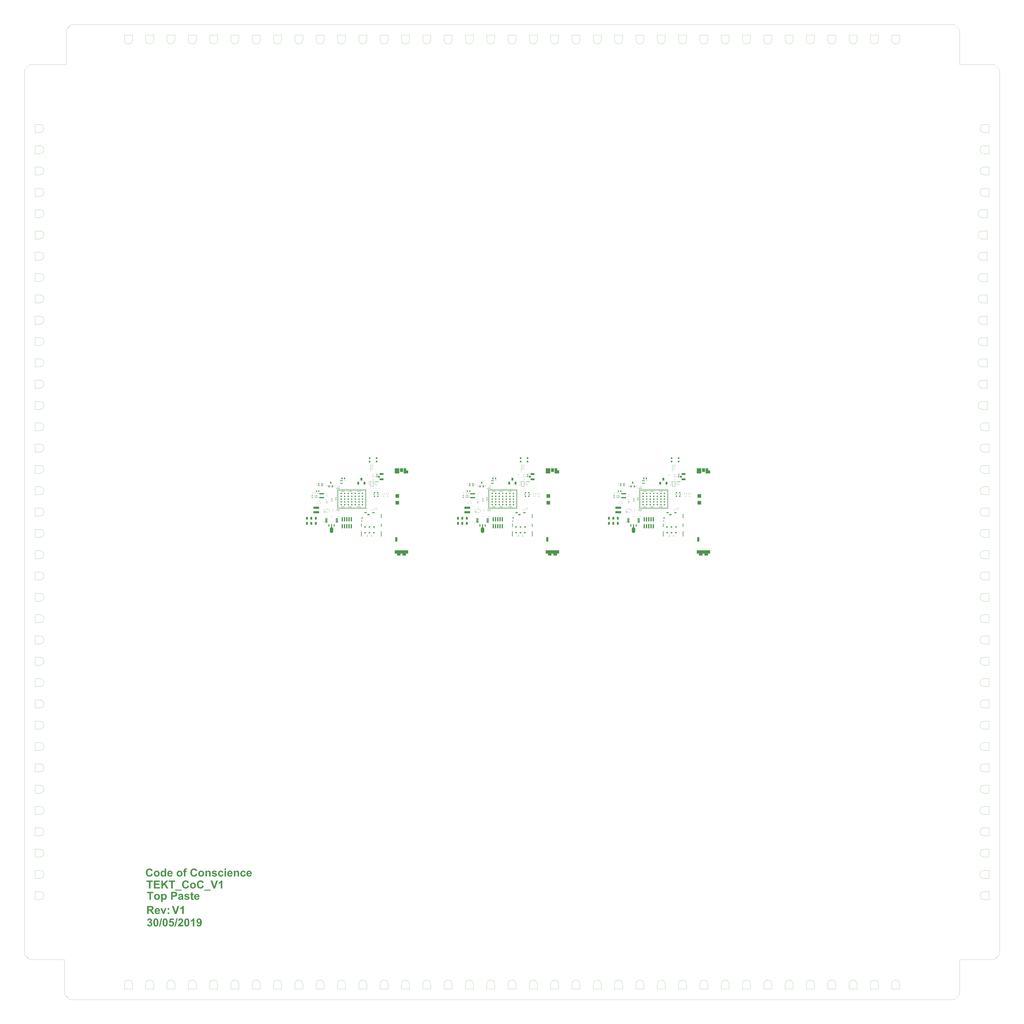
<source format=gtp>
G04*
G04 #@! TF.GenerationSoftware,Altium Limited,Altium Designer,19.1.7 (138)*
G04*
G04 Layer_Color=8421504*
%FSLAX24Y24*%
%MOIN*%
G70*
G01*
G75*
%ADD12R,0.0079X0.0079*%
%ADD13R,0.0106X0.0118*%
%ADD14R,0.0118X0.0106*%
%ADD17R,0.0236X0.0197*%
%ADD18R,0.0197X0.0236*%
%ADD19C,0.0098*%
%ADD20R,0.0098X0.0142*%
%ADD21R,0.0300X0.0320*%
%ADD22R,0.0138X0.0256*%
%ADD23R,0.0300X0.0400*%
%ADD24R,0.0098X0.0157*%
%ADD25R,0.0276X0.0157*%
%ADD26R,0.0138X0.0138*%
%ADD27R,0.0213X0.0118*%
%ADD28R,0.0118X0.0213*%
%ADD29R,0.0315X0.0315*%
%ADD30R,0.0213X0.0213*%
%ADD31R,0.0118X0.0118*%
%ADD32R,0.1252X0.0500*%
%ADD33R,0.0315X0.0295*%
%ADD34R,0.0228X0.0197*%
%ADD35R,0.0299X0.0945*%
%ADD36R,0.0394X0.0630*%
%ADD37R,0.0177X0.1142*%
%ADD38R,0.0177X0.0748*%
%ADD39R,0.0177X0.0945*%
%ADD40R,0.0472X0.0256*%
%ADD41R,0.0551X0.0197*%
%ADD42R,0.0295X0.0276*%
%ADD43R,0.0236X0.0236*%
%ADD44R,0.0118X0.0236*%
%ADD45R,0.0354X0.0276*%
%ADD46R,0.0354X0.0138*%
%ADD47R,0.0157X0.0098*%
%ADD48R,0.0157X0.0276*%
%ADD49R,0.0787X0.0787*%
%ADD50R,0.0295X0.0315*%
%ADD51R,0.1063X0.0315*%
%ADD52R,0.0236X0.0551*%
%ADD53R,0.0236X0.0669*%
%ADD54O,0.0551X0.0177*%
%ADD58R,0.0343X0.0343*%
%ADD59R,0.0197X0.0256*%
%ADD60R,0.0413X0.0394*%
%ADD61R,0.0866X0.0413*%
%ADD62R,0.0079X0.0079*%
%ADD63R,0.0236X0.0217*%
%ADD104C,0.0010*%
%ADD105R,0.0138X0.0098*%
%ADD106R,0.0138X0.0138*%
%ADD107R,0.0315X0.0118*%
%ADD108R,0.0197X0.0148*%
%ADD109R,0.0138X0.0059*%
%ADD110R,0.0138X0.0098*%
G36*
X91701Y24373D02*
X91032D01*
Y25200D01*
X91701D01*
Y24373D01*
D02*
G37*
G36*
X58237D02*
X57567D01*
Y25200D01*
X58237D01*
Y24373D01*
D02*
G37*
G36*
X24772D02*
X24103D01*
Y25200D01*
X24772D01*
Y24373D01*
D02*
G37*
G36*
X92410Y24708D02*
X92836Y24708D01*
Y24058D01*
X91859D01*
Y25200D01*
X92410D01*
Y24708D01*
D02*
G37*
G36*
X90874Y24058D02*
X89890D01*
Y25200D01*
X90874D01*
Y24058D01*
D02*
G37*
G36*
X58945Y24708D02*
X59372Y24708D01*
Y24058D01*
X58394D01*
Y25200D01*
X58945D01*
Y24708D01*
D02*
G37*
G36*
X57410Y24058D02*
X56426D01*
Y25200D01*
X57410D01*
Y24058D01*
D02*
G37*
G36*
X25481Y24708D02*
X25907Y24708D01*
Y24058D01*
X24930D01*
Y25200D01*
X25481D01*
Y24708D01*
D02*
G37*
G36*
X23945Y24058D02*
X22961D01*
Y25200D01*
X23945D01*
Y24058D01*
D02*
G37*
G36*
X76240Y11882D02*
X76240Y11095D01*
X75984Y10839D01*
X75748D01*
X75492Y11095D01*
X75492Y11882D01*
X75748Y12138D01*
X75984D01*
X76240Y11882D01*
D02*
G37*
G36*
X42776D02*
X42776Y11095D01*
X42520Y10839D01*
X42283D01*
X42028Y11095D01*
X42028Y11882D01*
X42283Y12138D01*
X42520D01*
X42776Y11882D01*
D02*
G37*
G36*
X9311D02*
X9311Y11095D01*
X9055Y10839D01*
X8819D01*
X8563Y11095D01*
X8563Y11882D01*
X8819Y12138D01*
X9055D01*
X9311Y11882D01*
D02*
G37*
G36*
X90443Y8960D02*
X89970D01*
Y9905D01*
X90443D01*
Y8960D01*
D02*
G37*
G36*
X56978D02*
X56506D01*
Y9905D01*
X56978D01*
Y8960D01*
D02*
G37*
G36*
X23513D02*
X23041D01*
Y9905D01*
X23513D01*
Y8960D01*
D02*
G37*
G36*
X92843Y6302D02*
X92370D01*
Y5869D01*
X91583D01*
Y6302D01*
X91150D01*
Y5869D01*
X90363D01*
Y6302D01*
X89890D01*
Y7011D01*
X92843D01*
Y6302D01*
D02*
G37*
G36*
X59378D02*
X58906D01*
Y5869D01*
X58118D01*
Y6302D01*
X57685D01*
Y5869D01*
X56898D01*
Y6302D01*
X56426D01*
Y7011D01*
X59378D01*
Y6302D01*
D02*
G37*
G36*
X25914D02*
X25441D01*
Y5869D01*
X24654D01*
Y6302D01*
X24221D01*
Y5869D01*
X23433D01*
Y6302D01*
X22961D01*
Y7011D01*
X25914D01*
Y6302D01*
D02*
G37*
G36*
X-23348Y-63494D02*
X-23333D01*
X-23315Y-63496D01*
X-23296Y-63498D01*
X-23252Y-63504D01*
X-23204Y-63511D01*
X-23153Y-63521D01*
X-23101Y-63536D01*
X-23145Y-63771D01*
X-23149Y-63770D01*
X-23159Y-63768D01*
X-23176Y-63764D01*
X-23195Y-63760D01*
X-23220Y-63756D01*
X-23247Y-63754D01*
X-23275Y-63750D01*
X-23315D01*
X-23329Y-63752D01*
X-23346Y-63754D01*
X-23363Y-63758D01*
X-23380Y-63766D01*
X-23398Y-63773D01*
X-23411Y-63785D01*
X-23413Y-63787D01*
X-23415Y-63793D01*
X-23421Y-63800D01*
X-23426Y-63814D01*
X-23432Y-63833D01*
X-23436Y-63856D01*
X-23440Y-63882D01*
X-23442Y-63917D01*
Y-64007D01*
X-23189D01*
Y-64273D01*
X-23442D01*
Y-65287D01*
X-23780Y-65287D01*
Y-64273D01*
X-23968D01*
Y-64007D01*
X-23780D01*
Y-63911D01*
Y-63909D01*
Y-63903D01*
Y-63896D01*
Y-63884D01*
X-23778Y-63871D01*
Y-63856D01*
X-23776Y-63821D01*
X-23773Y-63783D01*
X-23765Y-63743D01*
X-23757Y-63705D01*
X-23752Y-63687D01*
X-23746Y-63672D01*
X-23744Y-63668D01*
X-23738Y-63659D01*
X-23731Y-63645D01*
X-23717Y-63626D01*
X-23700Y-63607D01*
X-23679Y-63584D01*
X-23652Y-63563D01*
X-23620Y-63544D01*
X-23618D01*
X-23616Y-63542D01*
X-23610Y-63538D01*
X-23602Y-63536D01*
X-23583Y-63527D01*
X-23556Y-63517D01*
X-23522Y-63509D01*
X-23482Y-63500D01*
X-23436Y-63494D01*
X-23386Y-63492D01*
X-23361D01*
X-23348Y-63494D01*
D02*
G37*
G36*
X-14439Y-63835D02*
X-14778D01*
Y-63521D01*
X-14439D01*
Y-63835D01*
D02*
G37*
G36*
X-21519Y-63494D02*
X-21496Y-63496D01*
X-21469Y-63498D01*
X-21437Y-63502D01*
X-21401Y-63507D01*
X-21362Y-63517D01*
X-21322Y-63527D01*
X-21280Y-63540D01*
X-21236Y-63555D01*
X-21192Y-63574D01*
X-21148Y-63595D01*
X-21104Y-63622D01*
X-21064Y-63651D01*
X-21024Y-63685D01*
X-21022Y-63687D01*
X-21018Y-63691D01*
X-21012Y-63697D01*
X-21005Y-63706D01*
X-20993Y-63718D01*
X-20982Y-63731D01*
X-20970Y-63748D01*
X-20955Y-63768D01*
X-20941Y-63791D01*
X-20926Y-63814D01*
X-20911Y-63840D01*
X-20895Y-63869D01*
X-20882Y-63902D01*
X-20867Y-63934D01*
X-20853Y-63970D01*
X-20842Y-64009D01*
X-21194Y-64093D01*
Y-64091D01*
X-21196Y-64087D01*
X-21198Y-64079D01*
X-21200Y-64070D01*
X-21203Y-64058D01*
X-21209Y-64045D01*
X-21223Y-64014D01*
X-21240Y-63980D01*
X-21263Y-63944D01*
X-21291Y-63909D01*
X-21326Y-63877D01*
X-21328Y-63875D01*
X-21330Y-63873D01*
X-21335Y-63869D01*
X-21343Y-63863D01*
X-21353Y-63858D01*
X-21364Y-63852D01*
X-21393Y-63836D01*
X-21429Y-63821D01*
X-21469Y-63810D01*
X-21515Y-63800D01*
X-21567Y-63796D01*
X-21586D01*
X-21599Y-63798D01*
X-21617Y-63800D01*
X-21636Y-63804D01*
X-21657Y-63808D01*
X-21680Y-63814D01*
X-21705Y-63821D01*
X-21731Y-63831D01*
X-21758Y-63842D01*
X-21785Y-63856D01*
X-21812Y-63873D01*
X-21837Y-63892D01*
X-21863Y-63913D01*
X-21886Y-63938D01*
X-21888Y-63940D01*
X-21892Y-63944D01*
X-21898Y-63953D01*
X-21906Y-63965D01*
X-21915Y-63980D01*
X-21925Y-63999D01*
X-21936Y-64022D01*
X-21946Y-64049D01*
X-21957Y-64078D01*
X-21969Y-64112D01*
X-21978Y-64148D01*
X-21988Y-64190D01*
X-21995Y-64236D01*
X-22001Y-64284D01*
X-22005Y-64338D01*
X-22007Y-64395D01*
Y-64399D01*
Y-64410D01*
Y-64428D01*
X-22005Y-64449D01*
X-22003Y-64477D01*
X-22001Y-64508D01*
X-21997Y-64542D01*
X-21992Y-64581D01*
X-21978Y-64659D01*
X-21969Y-64697D01*
X-21957Y-64738D01*
X-21944Y-64776D01*
X-21927Y-64810D01*
X-21909Y-64843D01*
X-21888Y-64871D01*
X-21886Y-64873D01*
X-21883Y-64877D01*
X-21875Y-64885D01*
X-21867Y-64894D01*
X-21854Y-64904D01*
X-21841Y-64915D01*
X-21823Y-64929D01*
X-21804Y-64942D01*
X-21783Y-64956D01*
X-21758Y-64969D01*
X-21733Y-64980D01*
X-21705Y-64990D01*
X-21676Y-65000D01*
X-21643Y-65007D01*
X-21609Y-65011D01*
X-21575Y-65013D01*
X-21561D01*
X-21552Y-65011D01*
X-21538D01*
X-21525Y-65007D01*
X-21490Y-65002D01*
X-21452Y-64990D01*
X-21412Y-64975D01*
X-21372Y-64952D01*
X-21351Y-64938D01*
X-21332Y-64923D01*
X-21330Y-64921D01*
X-21328Y-64919D01*
X-21322Y-64914D01*
X-21314Y-64906D01*
X-21307Y-64896D01*
X-21297Y-64885D01*
X-21286Y-64870D01*
X-21274Y-64854D01*
X-21263Y-64835D01*
X-21249Y-64814D01*
X-21238Y-64791D01*
X-21225Y-64764D01*
X-21213Y-64738D01*
X-21202Y-64707D01*
X-21192Y-64672D01*
X-21182Y-64638D01*
X-20836Y-64745D01*
Y-64749D01*
X-20840Y-64759D01*
X-20844Y-64772D01*
X-20851Y-64793D01*
X-20861Y-64816D01*
X-20871Y-64845D01*
X-20884Y-64875D01*
X-20899Y-64908D01*
X-20917Y-64942D01*
X-20936Y-64979D01*
X-20959Y-65015D01*
X-20982Y-65049D01*
X-21008Y-65086D01*
X-21037Y-65118D01*
X-21068Y-65149D01*
X-21102Y-65178D01*
X-21104Y-65179D01*
X-21110Y-65183D01*
X-21121Y-65191D01*
X-21135Y-65199D01*
X-21154Y-65210D01*
X-21175Y-65222D01*
X-21200Y-65235D01*
X-21230Y-65246D01*
X-21261Y-65260D01*
X-21297Y-65273D01*
X-21335Y-65285D01*
X-21378Y-65296D01*
X-21422Y-65304D01*
X-21469Y-65311D01*
X-21519Y-65315D01*
X-21571Y-65317D01*
X-21586D01*
X-21605Y-65315D01*
X-21630Y-65313D01*
X-21659Y-65310D01*
X-21693Y-65304D01*
X-21733Y-65298D01*
X-21775Y-65287D01*
X-21819Y-65275D01*
X-21867Y-65258D01*
X-21915Y-65239D01*
X-21963Y-65216D01*
X-22011Y-65189D01*
X-22059Y-65156D01*
X-22104Y-65120D01*
X-22148Y-65078D01*
X-22150Y-65076D01*
X-22158Y-65067D01*
X-22170Y-65053D01*
X-22183Y-65034D01*
X-22200Y-65009D01*
X-22219Y-64980D01*
X-22240Y-64946D01*
X-22261Y-64906D01*
X-22282Y-64862D01*
X-22303Y-64812D01*
X-22323Y-64759D01*
X-22340Y-64699D01*
X-22353Y-64636D01*
X-22365Y-64569D01*
X-22372Y-64498D01*
X-22374Y-64422D01*
Y-64420D01*
Y-64416D01*
Y-64410D01*
Y-64403D01*
Y-64391D01*
X-22372Y-64380D01*
X-22370Y-64349D01*
X-22367Y-64313D01*
X-22363Y-64269D01*
X-22355Y-64221D01*
X-22346Y-64171D01*
X-22334Y-64116D01*
X-22319Y-64060D01*
X-22302Y-64003D01*
X-22279Y-63946D01*
X-22254Y-63890D01*
X-22223Y-63836D01*
X-22189Y-63785D01*
X-22148Y-63737D01*
X-22147Y-63735D01*
X-22137Y-63726D01*
X-22126Y-63714D01*
X-22106Y-63699D01*
X-22083Y-63680D01*
X-22057Y-63659D01*
X-22024Y-63638D01*
X-21988Y-63615D01*
X-21948Y-63592D01*
X-21902Y-63569D01*
X-21854Y-63550D01*
X-21800Y-63530D01*
X-21743Y-63515D01*
X-21682Y-63502D01*
X-21617Y-63494D01*
X-21550Y-63492D01*
X-21534D01*
X-21519Y-63494D01*
D02*
G37*
G36*
X-31379Y-63494D02*
X-31356Y-63496D01*
X-31329Y-63498D01*
X-31296Y-63502D01*
X-31260Y-63507D01*
X-31222Y-63517D01*
X-31182Y-63527D01*
X-31140Y-63540D01*
X-31096Y-63555D01*
X-31052Y-63574D01*
X-31008Y-63595D01*
X-30964Y-63622D01*
X-30923Y-63651D01*
X-30883Y-63685D01*
X-30881Y-63687D01*
X-30878Y-63691D01*
X-30872Y-63697D01*
X-30864Y-63706D01*
X-30853Y-63718D01*
X-30841Y-63731D01*
X-30830Y-63748D01*
X-30814Y-63768D01*
X-30801Y-63791D01*
X-30786Y-63814D01*
X-30770Y-63840D01*
X-30755Y-63869D01*
X-30742Y-63902D01*
X-30726Y-63934D01*
X-30713Y-63970D01*
X-30702Y-64009D01*
X-31054Y-64093D01*
Y-64091D01*
X-31055Y-64087D01*
X-31057Y-64079D01*
X-31059Y-64070D01*
X-31063Y-64058D01*
X-31069Y-64045D01*
X-31082Y-64014D01*
X-31099Y-63980D01*
X-31122Y-63944D01*
X-31151Y-63909D01*
X-31186Y-63877D01*
X-31187Y-63875D01*
X-31189Y-63873D01*
X-31195Y-63869D01*
X-31203Y-63863D01*
X-31212Y-63858D01*
X-31224Y-63852D01*
X-31252Y-63836D01*
X-31289Y-63821D01*
X-31329Y-63810D01*
X-31375Y-63800D01*
X-31427Y-63796D01*
X-31446D01*
X-31459Y-63798D01*
X-31476Y-63800D01*
X-31495Y-63804D01*
X-31516Y-63808D01*
X-31539Y-63814D01*
X-31564Y-63821D01*
X-31591Y-63831D01*
X-31618Y-63842D01*
X-31645Y-63856D01*
X-31671Y-63873D01*
X-31696Y-63892D01*
X-31723Y-63913D01*
X-31746Y-63938D01*
X-31748Y-63940D01*
X-31752Y-63944D01*
X-31757Y-63953D01*
X-31765Y-63965D01*
X-31775Y-63980D01*
X-31784Y-63999D01*
X-31796Y-64022D01*
X-31805Y-64049D01*
X-31817Y-64078D01*
X-31828Y-64112D01*
X-31838Y-64148D01*
X-31847Y-64190D01*
X-31855Y-64236D01*
X-31861Y-64284D01*
X-31865Y-64338D01*
X-31867Y-64395D01*
Y-64399D01*
Y-64410D01*
Y-64428D01*
X-31865Y-64449D01*
X-31863Y-64477D01*
X-31861Y-64508D01*
X-31857Y-64542D01*
X-31851Y-64581D01*
X-31838Y-64659D01*
X-31828Y-64697D01*
X-31817Y-64738D01*
X-31803Y-64776D01*
X-31786Y-64810D01*
X-31769Y-64843D01*
X-31748Y-64871D01*
X-31746Y-64873D01*
X-31742Y-64877D01*
X-31735Y-64885D01*
X-31727Y-64894D01*
X-31713Y-64904D01*
X-31700Y-64915D01*
X-31683Y-64929D01*
X-31664Y-64942D01*
X-31643Y-64956D01*
X-31618Y-64969D01*
X-31593Y-64980D01*
X-31564Y-64990D01*
X-31536Y-65000D01*
X-31503Y-65007D01*
X-31469Y-65011D01*
X-31434Y-65013D01*
X-31421D01*
X-31411Y-65011D01*
X-31398D01*
X-31384Y-65007D01*
X-31350Y-65002D01*
X-31312Y-64990D01*
X-31272Y-64975D01*
X-31231Y-64952D01*
X-31210Y-64938D01*
X-31191Y-64923D01*
X-31189Y-64921D01*
X-31187Y-64919D01*
X-31182Y-64914D01*
X-31174Y-64906D01*
X-31166Y-64896D01*
X-31157Y-64885D01*
X-31145Y-64870D01*
X-31134Y-64854D01*
X-31122Y-64835D01*
X-31109Y-64814D01*
X-31098Y-64791D01*
X-31084Y-64764D01*
X-31073Y-64738D01*
X-31061Y-64707D01*
X-31052Y-64672D01*
X-31042Y-64638D01*
X-30696Y-64745D01*
Y-64749D01*
X-30700Y-64759D01*
X-30703Y-64772D01*
X-30711Y-64793D01*
X-30721Y-64816D01*
X-30730Y-64845D01*
X-30744Y-64875D01*
X-30759Y-64908D01*
X-30776Y-64942D01*
X-30795Y-64979D01*
X-30818Y-65015D01*
X-30841Y-65049D01*
X-30868Y-65086D01*
X-30897Y-65118D01*
X-30927Y-65149D01*
X-30962Y-65178D01*
X-30964Y-65179D01*
X-30969Y-65183D01*
X-30981Y-65191D01*
X-30994Y-65199D01*
X-31013Y-65210D01*
X-31034Y-65222D01*
X-31059Y-65235D01*
X-31090Y-65246D01*
X-31120Y-65260D01*
X-31157Y-65273D01*
X-31195Y-65285D01*
X-31237Y-65296D01*
X-31281Y-65304D01*
X-31329Y-65311D01*
X-31379Y-65315D01*
X-31430Y-65317D01*
X-31446D01*
X-31465Y-65315D01*
X-31490Y-65313D01*
X-31518Y-65310D01*
X-31553Y-65304D01*
X-31593Y-65298D01*
X-31635Y-65287D01*
X-31679Y-65275D01*
X-31727Y-65258D01*
X-31775Y-65239D01*
X-31823Y-65216D01*
X-31870Y-65189D01*
X-31918Y-65156D01*
X-31964Y-65120D01*
X-32008Y-65078D01*
X-32010Y-65076D01*
X-32018Y-65067D01*
X-32029Y-65053D01*
X-32043Y-65034D01*
X-32060Y-65009D01*
X-32079Y-64980D01*
X-32100Y-64946D01*
X-32121Y-64906D01*
X-32142Y-64862D01*
X-32163Y-64812D01*
X-32182Y-64759D01*
X-32199Y-64699D01*
X-32213Y-64636D01*
X-32224Y-64569D01*
X-32232Y-64498D01*
X-32234Y-64422D01*
Y-64420D01*
Y-64416D01*
Y-64410D01*
Y-64403D01*
Y-64391D01*
X-32232Y-64380D01*
X-32230Y-64349D01*
X-32226Y-64313D01*
X-32222Y-64269D01*
X-32215Y-64221D01*
X-32205Y-64171D01*
X-32194Y-64116D01*
X-32178Y-64060D01*
X-32161Y-64003D01*
X-32138Y-63946D01*
X-32113Y-63890D01*
X-32083Y-63836D01*
X-32048Y-63785D01*
X-32008Y-63737D01*
X-32006Y-63735D01*
X-31997Y-63726D01*
X-31985Y-63714D01*
X-31966Y-63699D01*
X-31943Y-63680D01*
X-31916Y-63659D01*
X-31884Y-63638D01*
X-31847Y-63615D01*
X-31807Y-63592D01*
X-31761Y-63569D01*
X-31713Y-63550D01*
X-31660Y-63530D01*
X-31603Y-63515D01*
X-31541Y-63502D01*
X-31476Y-63494D01*
X-31409Y-63492D01*
X-31394D01*
X-31379Y-63494D01*
D02*
G37*
G36*
X-27715Y-65287D02*
X-28029D01*
Y-65101D01*
X-28033Y-65105D01*
X-28037Y-65111D01*
X-28042Y-65116D01*
X-28060Y-65137D01*
X-28081Y-65160D01*
X-28109Y-65187D01*
X-28140Y-65216D01*
X-28176Y-65241D01*
X-28215Y-65264D01*
X-28217D01*
X-28218Y-65266D01*
X-28226Y-65267D01*
X-28234Y-65271D01*
X-28255Y-65281D01*
X-28282Y-65288D01*
X-28314Y-65298D01*
X-28350Y-65308D01*
X-28389Y-65313D01*
X-28429Y-65315D01*
X-28438D01*
X-28450Y-65313D01*
X-28465D01*
X-28484Y-65310D01*
X-28507Y-65306D01*
X-28532Y-65300D01*
X-28559Y-65292D01*
X-28588Y-65285D01*
X-28618Y-65273D01*
X-28649Y-65258D01*
X-28681Y-65241D01*
X-28712Y-65222D01*
X-28745Y-65197D01*
X-28775Y-65170D01*
X-28806Y-65139D01*
X-28808Y-65137D01*
X-28811Y-65132D01*
X-28821Y-65120D01*
X-28831Y-65107D01*
X-28842Y-65088D01*
X-28855Y-65067D01*
X-28869Y-65040D01*
X-28884Y-65011D01*
X-28899Y-64977D01*
X-28913Y-64940D01*
X-28926Y-64898D01*
X-28938Y-64854D01*
X-28947Y-64806D01*
X-28955Y-64755D01*
X-28961Y-64699D01*
X-28963Y-64642D01*
Y-64638D01*
Y-64627D01*
X-28961Y-64611D01*
Y-64588D01*
X-28959Y-64562D01*
X-28955Y-64531D01*
X-28949Y-64495D01*
X-28943Y-64458D01*
X-28936Y-64418D01*
X-28926Y-64378D01*
X-28913Y-64338D01*
X-28899Y-64296D01*
X-28882Y-64255D01*
X-28861Y-64217D01*
X-28838Y-64181D01*
X-28811Y-64148D01*
X-28810Y-64146D01*
X-28804Y-64141D01*
X-28796Y-64133D01*
X-28785Y-64122D01*
X-28769Y-64108D01*
X-28750Y-64095D01*
X-28729Y-64079D01*
X-28706Y-64062D01*
X-28679Y-64047D01*
X-28649Y-64032D01*
X-28618Y-64018D01*
X-28584Y-64005D01*
X-28547Y-63993D01*
X-28509Y-63986D01*
X-28467Y-63980D01*
X-28425Y-63978D01*
X-28415D01*
X-28404Y-63980D01*
X-28389D01*
X-28370Y-63984D01*
X-28349Y-63988D01*
X-28326Y-63993D01*
X-28299Y-64001D01*
X-28270Y-64011D01*
X-28239Y-64022D01*
X-28209Y-64037D01*
X-28178Y-64055D01*
X-28146Y-64074D01*
X-28115Y-64099D01*
X-28085Y-64125D01*
X-28054Y-64158D01*
Y-63521D01*
X-27715D01*
Y-65287D01*
D02*
G37*
G36*
X-11952Y-63980D02*
X-11924Y-63984D01*
X-11893Y-63988D01*
X-11858Y-63995D01*
X-11822Y-64007D01*
X-11788Y-64020D01*
X-11786D01*
X-11784Y-64022D01*
X-11772Y-64028D01*
X-11755Y-64035D01*
X-11736Y-64049D01*
X-11713Y-64062D01*
X-11690Y-64081D01*
X-11667Y-64100D01*
X-11648Y-64123D01*
X-11646Y-64125D01*
X-11640Y-64135D01*
X-11633Y-64146D01*
X-11621Y-64164D01*
X-11610Y-64185D01*
X-11600Y-64210D01*
X-11589Y-64236D01*
X-11581Y-64265D01*
Y-64269D01*
X-11577Y-64280D01*
X-11575Y-64298D01*
X-11572Y-64322D01*
X-11568Y-64355D01*
X-11566Y-64393D01*
X-11562Y-64439D01*
Y-64493D01*
Y-65287D01*
X-11901D01*
Y-64634D01*
Y-64632D01*
Y-64625D01*
Y-64615D01*
Y-64600D01*
Y-64584D01*
X-11902Y-64565D01*
Y-64523D01*
X-11906Y-64477D01*
X-11910Y-64433D01*
X-11912Y-64412D01*
X-11916Y-64395D01*
X-11920Y-64380D01*
X-11924Y-64366D01*
Y-64364D01*
X-11927Y-64357D01*
X-11933Y-64345D01*
X-11941Y-64332D01*
X-11950Y-64317D01*
X-11962Y-64299D01*
X-11977Y-64284D01*
X-11994Y-64271D01*
X-11996Y-64269D01*
X-12002Y-64265D01*
X-12013Y-64259D01*
X-12027Y-64254D01*
X-12044Y-64248D01*
X-12063Y-64242D01*
X-12084Y-64238D01*
X-12109Y-64236D01*
X-12124D01*
X-12140Y-64238D01*
X-12163Y-64242D01*
X-12186Y-64248D01*
X-12212Y-64257D01*
X-12241Y-64269D01*
X-12268Y-64286D01*
X-12272Y-64288D01*
X-12279Y-64296D01*
X-12291Y-64305D01*
X-12306Y-64320D01*
X-12321Y-64338D01*
X-12337Y-64361D01*
X-12350Y-64386D01*
X-12362Y-64414D01*
X-12364Y-64418D01*
Y-64422D01*
X-12365Y-64430D01*
X-12367Y-64439D01*
X-12369Y-64451D01*
X-12371Y-64464D01*
X-12373Y-64479D01*
X-12377Y-64498D01*
X-12379Y-64519D01*
X-12381Y-64544D01*
X-12383Y-64571D01*
X-12385Y-64600D01*
Y-64632D01*
X-12386Y-64669D01*
Y-64707D01*
Y-65287D01*
X-12725D01*
Y-64007D01*
X-12411D01*
Y-64196D01*
X-12409Y-64194D01*
X-12404Y-64187D01*
X-12394Y-64175D01*
X-12381Y-64162D01*
X-12365Y-64146D01*
X-12344Y-64127D01*
X-12323Y-64108D01*
X-12297Y-64087D01*
X-12268Y-64066D01*
X-12235Y-64047D01*
X-12201Y-64028D01*
X-12165Y-64012D01*
X-12124Y-63997D01*
X-12082Y-63988D01*
X-12038Y-63980D01*
X-11992Y-63978D01*
X-11973D01*
X-11952Y-63980D01*
D02*
G37*
G36*
X-18257Y-63980D02*
X-18229Y-63984D01*
X-18198Y-63988D01*
X-18164Y-63995D01*
X-18127Y-64007D01*
X-18093Y-64020D01*
X-18091D01*
X-18089Y-64022D01*
X-18078Y-64028D01*
X-18060Y-64035D01*
X-18041Y-64049D01*
X-18018Y-64062D01*
X-17995Y-64081D01*
X-17972Y-64100D01*
X-17953Y-64123D01*
X-17951Y-64125D01*
X-17946Y-64135D01*
X-17938Y-64146D01*
X-17926Y-64164D01*
X-17915Y-64185D01*
X-17905Y-64210D01*
X-17894Y-64236D01*
X-17886Y-64265D01*
Y-64269D01*
X-17882Y-64280D01*
X-17881Y-64298D01*
X-17877Y-64322D01*
X-17873Y-64355D01*
X-17871Y-64393D01*
X-17867Y-64439D01*
Y-64493D01*
Y-65287D01*
X-18206Y-65287D01*
Y-64634D01*
Y-64632D01*
Y-64625D01*
Y-64615D01*
Y-64600D01*
Y-64584D01*
X-18208Y-64565D01*
Y-64523D01*
X-18212Y-64477D01*
X-18215Y-64433D01*
X-18217Y-64412D01*
X-18221Y-64395D01*
X-18225Y-64380D01*
X-18229Y-64366D01*
Y-64364D01*
X-18233Y-64357D01*
X-18238Y-64345D01*
X-18246Y-64332D01*
X-18256Y-64317D01*
X-18267Y-64299D01*
X-18282Y-64284D01*
X-18300Y-64271D01*
X-18301Y-64269D01*
X-18307Y-64265D01*
X-18319Y-64259D01*
X-18332Y-64254D01*
X-18349Y-64248D01*
X-18368Y-64242D01*
X-18389Y-64238D01*
X-18414Y-64236D01*
X-18430D01*
X-18445Y-64238D01*
X-18468Y-64242D01*
X-18491Y-64248D01*
X-18518Y-64257D01*
X-18546Y-64269D01*
X-18573Y-64286D01*
X-18577Y-64288D01*
X-18585Y-64296D01*
X-18596Y-64305D01*
X-18611Y-64320D01*
X-18627Y-64338D01*
X-18642Y-64361D01*
X-18655Y-64386D01*
X-18667Y-64414D01*
X-18669Y-64418D01*
Y-64422D01*
X-18671Y-64430D01*
X-18673Y-64439D01*
X-18674Y-64451D01*
X-18676Y-64464D01*
X-18678Y-64479D01*
X-18682Y-64498D01*
X-18684Y-64519D01*
X-18686Y-64544D01*
X-18688Y-64571D01*
X-18690Y-64600D01*
Y-64632D01*
X-18692Y-64669D01*
Y-64707D01*
Y-65287D01*
X-19030D01*
Y-64007D01*
X-18717D01*
Y-64196D01*
X-18715Y-64194D01*
X-18709Y-64187D01*
X-18699Y-64175D01*
X-18686Y-64162D01*
X-18671Y-64146D01*
X-18650Y-64127D01*
X-18629Y-64108D01*
X-18602Y-64087D01*
X-18573Y-64066D01*
X-18541Y-64047D01*
X-18506Y-64028D01*
X-18470Y-64012D01*
X-18430Y-63997D01*
X-18388Y-63988D01*
X-18344Y-63980D01*
X-18298Y-63978D01*
X-18278D01*
X-18257Y-63980D01*
D02*
G37*
G36*
X-17016Y-63980D02*
X-16993D01*
X-16968Y-63982D01*
X-16941Y-63986D01*
X-16911Y-63990D01*
X-16848Y-63999D01*
X-16784Y-64014D01*
X-16752Y-64024D01*
X-16723Y-64035D01*
X-16695Y-64049D01*
X-16670Y-64064D01*
X-16668D01*
X-16664Y-64068D01*
X-16658Y-64074D01*
X-16649Y-64079D01*
X-16639Y-64089D01*
X-16626Y-64100D01*
X-16614Y-64114D01*
X-16599Y-64127D01*
X-16585Y-64144D01*
X-16570Y-64164D01*
X-16555Y-64185D01*
X-16540Y-64208D01*
X-16526Y-64231D01*
X-16513Y-64257D01*
X-16492Y-64317D01*
X-16811Y-64376D01*
Y-64372D01*
X-16815Y-64364D01*
X-16821Y-64351D01*
X-16828Y-64334D01*
X-16840Y-64315D01*
X-16853Y-64296D01*
X-16871Y-64278D01*
X-16890Y-64261D01*
X-16892Y-64259D01*
X-16901Y-64255D01*
X-16913Y-64248D01*
X-16932Y-64240D01*
X-16955Y-64234D01*
X-16981Y-64227D01*
X-17016Y-64223D01*
X-17052Y-64221D01*
X-17073D01*
X-17096Y-64223D01*
X-17125Y-64225D01*
X-17156Y-64231D01*
X-17188Y-64236D01*
X-17217Y-64246D01*
X-17242Y-64259D01*
X-17244Y-64261D01*
X-17247Y-64263D01*
X-17253Y-64271D01*
X-17261Y-64278D01*
X-17268Y-64288D01*
X-17274Y-64299D01*
X-17278Y-64313D01*
X-17280Y-64328D01*
Y-64330D01*
Y-64334D01*
X-17278Y-64342D01*
X-17276Y-64349D01*
X-17272Y-64359D01*
X-17267Y-64368D01*
X-17259Y-64380D01*
X-17247Y-64389D01*
X-17245Y-64391D01*
X-17242Y-64393D01*
X-17236Y-64395D01*
X-17228Y-64399D01*
X-17219Y-64403D01*
X-17205Y-64408D01*
X-17190Y-64414D01*
X-17173Y-64420D01*
X-17150Y-64428D01*
X-17125Y-64435D01*
X-17094Y-64445D01*
X-17062Y-64452D01*
X-17024Y-64464D01*
X-16980Y-64474D01*
X-16932Y-64485D01*
X-16928D01*
X-16920Y-64487D01*
X-16907Y-64491D01*
X-16888Y-64496D01*
X-16867Y-64502D01*
X-16840Y-64510D01*
X-16813Y-64518D01*
X-16783Y-64527D01*
X-16721Y-64548D01*
X-16658Y-64575D01*
X-16629Y-64588D01*
X-16603Y-64604D01*
X-16576Y-64619D01*
X-16555Y-64636D01*
X-16553Y-64638D01*
X-16551Y-64640D01*
X-16545Y-64646D01*
X-16538Y-64653D01*
X-16530Y-64661D01*
X-16520Y-64672D01*
X-16511Y-64686D01*
X-16501Y-64701D01*
X-16482Y-64738D01*
X-16465Y-64780D01*
X-16452Y-64829D01*
X-16450Y-64858D01*
X-16448Y-64887D01*
Y-64889D01*
Y-64894D01*
Y-64904D01*
X-16450Y-64915D01*
X-16452Y-64931D01*
X-16455Y-64950D01*
X-16459Y-64969D01*
X-16467Y-64990D01*
X-16475Y-65013D01*
X-16484Y-65038D01*
X-16496Y-65063D01*
X-16509Y-65088D01*
X-16526Y-65114D01*
X-16547Y-65139D01*
X-16568Y-65164D01*
X-16595Y-65189D01*
X-16597Y-65191D01*
X-16603Y-65195D01*
X-16610Y-65200D01*
X-16622Y-65208D01*
X-16637Y-65218D01*
X-16656Y-65229D01*
X-16679Y-65241D01*
X-16704Y-65252D01*
X-16733Y-65264D01*
X-16765Y-65275D01*
X-16802Y-65287D01*
X-16840Y-65296D01*
X-16882Y-65304D01*
X-16928Y-65310D01*
X-16978Y-65313D01*
X-17029Y-65315D01*
X-17054D01*
X-17073Y-65313D01*
X-17094Y-65311D01*
X-17121Y-65310D01*
X-17148Y-65306D01*
X-17179Y-65302D01*
X-17245Y-65290D01*
X-17314Y-65271D01*
X-17349Y-65258D01*
X-17383Y-65244D01*
X-17414Y-65229D01*
X-17444Y-65210D01*
X-17446Y-65208D01*
X-17450Y-65204D01*
X-17458Y-65199D01*
X-17469Y-65191D01*
X-17481Y-65179D01*
X-17494Y-65168D01*
X-17509Y-65153D01*
X-17525Y-65135D01*
X-17542Y-65114D01*
X-17559Y-65093D01*
X-17575Y-65070D01*
X-17592Y-65044D01*
X-17607Y-65017D01*
X-17620Y-64988D01*
X-17632Y-64956D01*
X-17641Y-64923D01*
X-17303Y-64871D01*
Y-64873D01*
X-17301Y-64875D01*
X-17299Y-64887D01*
X-17293Y-64906D01*
X-17284Y-64927D01*
X-17272Y-64952D01*
X-17257Y-64977D01*
X-17240Y-65000D01*
X-17217Y-65021D01*
X-17213Y-65023D01*
X-17205Y-65028D01*
X-17190Y-65036D01*
X-17169Y-65046D01*
X-17142Y-65055D01*
X-17110Y-65063D01*
X-17073Y-65068D01*
X-17031Y-65070D01*
X-17010D01*
X-16999Y-65068D01*
X-16985D01*
X-16957Y-65065D01*
X-16924Y-65059D01*
X-16892Y-65049D01*
X-16861Y-65038D01*
X-16834Y-65023D01*
X-16832Y-65021D01*
X-16827Y-65017D01*
X-16819Y-65009D01*
X-16811Y-65000D01*
X-16804Y-64986D01*
X-16796Y-64971D01*
X-16790Y-64954D01*
X-16788Y-64933D01*
Y-64931D01*
Y-64927D01*
X-16790Y-64919D01*
X-16792Y-64910D01*
X-16798Y-64891D01*
X-16805Y-64879D01*
X-16813Y-64870D01*
X-16815Y-64868D01*
X-16819Y-64866D01*
X-16827Y-64860D01*
X-16836Y-64854D01*
X-16851Y-64847D01*
X-16871Y-64839D01*
X-16895Y-64831D01*
X-16926Y-64824D01*
X-16928D01*
X-16930Y-64822D01*
X-16936D01*
X-16943Y-64820D01*
X-16964Y-64814D01*
X-16991Y-64808D01*
X-17024Y-64801D01*
X-17060Y-64791D01*
X-17100Y-64782D01*
X-17144Y-64770D01*
X-17230Y-64743D01*
X-17274Y-64730D01*
X-17316Y-64716D01*
X-17355Y-64701D01*
X-17389Y-64688D01*
X-17420Y-64672D01*
X-17443Y-64659D01*
X-17444Y-64657D01*
X-17448Y-64653D01*
X-17456Y-64648D01*
X-17465Y-64640D01*
X-17477Y-64630D01*
X-17490Y-64617D01*
X-17504Y-64602D01*
X-17517Y-64584D01*
X-17532Y-64565D01*
X-17546Y-64544D01*
X-17559Y-64519D01*
X-17571Y-64495D01*
X-17580Y-64466D01*
X-17588Y-64437D01*
X-17592Y-64405D01*
X-17594Y-64372D01*
Y-64370D01*
Y-64364D01*
Y-64357D01*
X-17592Y-64343D01*
X-17590Y-64330D01*
X-17586Y-64313D01*
X-17582Y-64296D01*
X-17576Y-64275D01*
X-17561Y-64231D01*
X-17552Y-64208D01*
X-17538Y-64185D01*
X-17523Y-64160D01*
X-17506Y-64137D01*
X-17487Y-64114D01*
X-17464Y-64093D01*
X-17462Y-64091D01*
X-17458Y-64087D01*
X-17450Y-64081D01*
X-17439Y-64076D01*
X-17425Y-64066D01*
X-17408Y-64057D01*
X-17387Y-64047D01*
X-17364Y-64035D01*
X-17337Y-64024D01*
X-17307Y-64014D01*
X-17274Y-64005D01*
X-17238Y-63995D01*
X-17198Y-63990D01*
X-17154Y-63984D01*
X-17108Y-63980D01*
X-17058Y-63978D01*
X-17033D01*
X-17016Y-63980D01*
D02*
G37*
G36*
X-10634Y-63980D02*
X-10613Y-63982D01*
X-10592Y-63984D01*
X-10565Y-63986D01*
X-10538Y-63991D01*
X-10479Y-64003D01*
X-10418Y-64020D01*
X-10387Y-64032D01*
X-10357Y-64045D01*
X-10328Y-64062D01*
X-10301Y-64079D01*
X-10299Y-64081D01*
X-10296Y-64083D01*
X-10288Y-64089D01*
X-10278Y-64099D01*
X-10267Y-64108D01*
X-10253Y-64122D01*
X-10240Y-64137D01*
X-10225Y-64154D01*
X-10209Y-64175D01*
X-10192Y-64198D01*
X-10175Y-64223D01*
X-10160Y-64250D01*
X-10143Y-64280D01*
X-10129Y-64311D01*
X-10114Y-64347D01*
X-10102Y-64384D01*
X-10435Y-64443D01*
Y-64441D01*
Y-64439D01*
X-10439Y-64428D01*
X-10445Y-64408D01*
X-10451Y-64387D01*
X-10462Y-64364D01*
X-10475Y-64340D01*
X-10493Y-64317D01*
X-10514Y-64296D01*
X-10516Y-64294D01*
X-10525Y-64288D01*
X-10537Y-64278D01*
X-10556Y-64269D01*
X-10577Y-64261D01*
X-10604Y-64252D01*
X-10634Y-64246D01*
X-10669Y-64244D01*
X-10680D01*
X-10690Y-64246D01*
X-10699D01*
X-10713Y-64248D01*
X-10741Y-64255D01*
X-10774Y-64265D01*
X-10806Y-64280D01*
X-10839Y-64303D01*
X-10854Y-64317D01*
X-10869Y-64332D01*
Y-64334D01*
X-10873Y-64336D01*
X-10877Y-64342D01*
X-10881Y-64349D01*
X-10887Y-64359D01*
X-10892Y-64370D01*
X-10900Y-64386D01*
X-10906Y-64401D01*
X-10913Y-64420D01*
X-10921Y-64443D01*
X-10927Y-64466D01*
X-10933Y-64493D01*
X-10936Y-64521D01*
X-10940Y-64554D01*
X-10944Y-64588D01*
Y-64625D01*
Y-64627D01*
Y-64634D01*
Y-64646D01*
X-10942Y-64661D01*
Y-64680D01*
X-10940Y-64701D01*
X-10938Y-64724D01*
X-10934Y-64751D01*
X-10925Y-64803D01*
X-10913Y-64856D01*
X-10904Y-64881D01*
X-10894Y-64906D01*
X-10883Y-64927D01*
X-10869Y-64946D01*
Y-64948D01*
X-10866Y-64950D01*
X-10856Y-64961D01*
X-10839Y-64975D01*
X-10814Y-64992D01*
X-10785Y-65009D01*
X-10751Y-65024D01*
X-10709Y-65036D01*
X-10686Y-65038D01*
X-10663Y-65040D01*
X-10648D01*
X-10628Y-65036D01*
X-10607Y-65032D01*
X-10582Y-65026D01*
X-10556Y-65017D01*
X-10531Y-65003D01*
X-10506Y-64986D01*
X-10504Y-64984D01*
X-10496Y-64975D01*
X-10485Y-64961D01*
X-10472Y-64942D01*
X-10458Y-64915D01*
X-10443Y-64883D01*
X-10429Y-64843D01*
X-10418Y-64797D01*
X-10085Y-64854D01*
Y-64856D01*
X-10087Y-64864D01*
X-10091Y-64875D01*
X-10097Y-64892D01*
X-10102Y-64912D01*
X-10110Y-64933D01*
X-10120Y-64958D01*
X-10131Y-64984D01*
X-10158Y-65040D01*
X-10173Y-65068D01*
X-10192Y-65097D01*
X-10213Y-65126D01*
X-10234Y-65153D01*
X-10259Y-65178D01*
X-10286Y-65200D01*
X-10288Y-65202D01*
X-10292Y-65206D01*
X-10301Y-65212D01*
X-10313Y-65218D01*
X-10328Y-65227D01*
X-10345Y-65237D01*
X-10366Y-65246D01*
X-10389Y-65258D01*
X-10416Y-65269D01*
X-10445Y-65279D01*
X-10477Y-65288D01*
X-10514Y-65298D01*
X-10550Y-65304D01*
X-10590Y-65310D01*
X-10632Y-65313D01*
X-10678Y-65315D01*
X-10690D01*
X-10705Y-65313D01*
X-10724D01*
X-10747Y-65310D01*
X-10776Y-65306D01*
X-10806Y-65300D01*
X-10839Y-65292D01*
X-10873Y-65285D01*
X-10910Y-65273D01*
X-10946Y-65258D01*
X-10984Y-65241D01*
X-11021Y-65222D01*
X-11057Y-65197D01*
X-11091Y-65170D01*
X-11124Y-65139D01*
X-11126Y-65137D01*
X-11132Y-65132D01*
X-11139Y-65120D01*
X-11151Y-65107D01*
X-11162Y-65088D01*
X-11176Y-65067D01*
X-11191Y-65040D01*
X-11206Y-65011D01*
X-11223Y-64979D01*
X-11237Y-64942D01*
X-11252Y-64902D01*
X-11264Y-64858D01*
X-11275Y-64810D01*
X-11283Y-64760D01*
X-11288Y-64707D01*
X-11290Y-64650D01*
Y-64646D01*
Y-64636D01*
X-11288Y-64619D01*
Y-64598D01*
X-11285Y-64571D01*
X-11281Y-64540D01*
X-11277Y-64506D01*
X-11269Y-64468D01*
X-11260Y-64430D01*
X-11250Y-64389D01*
X-11237Y-64349D01*
X-11220Y-64307D01*
X-11200Y-64267D01*
X-11179Y-64227D01*
X-11153Y-64190D01*
X-11124Y-64156D01*
X-11122Y-64154D01*
X-11116Y-64148D01*
X-11107Y-64139D01*
X-11093Y-64127D01*
X-11076Y-64114D01*
X-11057Y-64100D01*
X-11032Y-64083D01*
X-11005Y-64066D01*
X-10975Y-64051D01*
X-10940Y-64034D01*
X-10904Y-64020D01*
X-10864Y-64005D01*
X-10820Y-63995D01*
X-10774Y-63986D01*
X-10724Y-63980D01*
X-10672Y-63978D01*
X-10649D01*
X-10634Y-63980D01*
D02*
G37*
G36*
X-15568Y-63980D02*
X-15547Y-63982D01*
X-15526Y-63984D01*
X-15499Y-63986D01*
X-15472Y-63991D01*
X-15413Y-64003D01*
X-15352Y-64020D01*
X-15321Y-64032D01*
X-15290Y-64045D01*
X-15262Y-64062D01*
X-15235Y-64079D01*
X-15233Y-64081D01*
X-15229Y-64083D01*
X-15222Y-64089D01*
X-15212Y-64099D01*
X-15200Y-64108D01*
X-15187Y-64122D01*
X-15174Y-64137D01*
X-15158Y-64154D01*
X-15143Y-64175D01*
X-15126Y-64198D01*
X-15109Y-64223D01*
X-15093Y-64250D01*
X-15076Y-64280D01*
X-15063Y-64311D01*
X-15047Y-64347D01*
X-15036Y-64384D01*
X-15369Y-64443D01*
Y-64441D01*
Y-64439D01*
X-15373Y-64428D01*
X-15378Y-64408D01*
X-15384Y-64387D01*
X-15396Y-64364D01*
X-15409Y-64340D01*
X-15426Y-64317D01*
X-15447Y-64296D01*
X-15449Y-64294D01*
X-15459Y-64288D01*
X-15470Y-64278D01*
X-15489Y-64269D01*
X-15510Y-64261D01*
X-15537Y-64252D01*
X-15568Y-64246D01*
X-15602Y-64244D01*
X-15614D01*
X-15623Y-64246D01*
X-15633D01*
X-15646Y-64248D01*
X-15675Y-64255D01*
X-15707Y-64265D01*
X-15740Y-64280D01*
X-15772Y-64303D01*
X-15788Y-64317D01*
X-15803Y-64332D01*
Y-64334D01*
X-15807Y-64336D01*
X-15811Y-64342D01*
X-15815Y-64349D01*
X-15820Y-64359D01*
X-15826Y-64370D01*
X-15834Y-64386D01*
X-15839Y-64401D01*
X-15847Y-64420D01*
X-15855Y-64443D01*
X-15860Y-64466D01*
X-15866Y-64493D01*
X-15870Y-64521D01*
X-15874Y-64554D01*
X-15878Y-64588D01*
Y-64625D01*
Y-64627D01*
Y-64634D01*
Y-64646D01*
X-15876Y-64661D01*
Y-64680D01*
X-15874Y-64701D01*
X-15872Y-64724D01*
X-15868Y-64751D01*
X-15859Y-64803D01*
X-15847Y-64856D01*
X-15838Y-64881D01*
X-15828Y-64906D01*
X-15816Y-64927D01*
X-15803Y-64946D01*
Y-64948D01*
X-15799Y-64950D01*
X-15790Y-64961D01*
X-15772Y-64975D01*
X-15748Y-64992D01*
X-15719Y-65009D01*
X-15684Y-65024D01*
X-15642Y-65036D01*
X-15619Y-65038D01*
X-15596Y-65040D01*
X-15581D01*
X-15562Y-65036D01*
X-15541Y-65032D01*
X-15516Y-65026D01*
X-15489Y-65017D01*
X-15464Y-65003D01*
X-15440Y-64986D01*
X-15438Y-64984D01*
X-15430Y-64975D01*
X-15419Y-64961D01*
X-15405Y-64942D01*
X-15392Y-64915D01*
X-15376Y-64883D01*
X-15363Y-64843D01*
X-15352Y-64797D01*
X-15019Y-64854D01*
Y-64856D01*
X-15021Y-64864D01*
X-15024Y-64875D01*
X-15030Y-64892D01*
X-15036Y-64912D01*
X-15044Y-64933D01*
X-15053Y-64958D01*
X-15065Y-64984D01*
X-15091Y-65040D01*
X-15107Y-65068D01*
X-15126Y-65097D01*
X-15147Y-65126D01*
X-15168Y-65153D01*
X-15193Y-65178D01*
X-15220Y-65200D01*
X-15222Y-65202D01*
X-15225Y-65206D01*
X-15235Y-65212D01*
X-15246Y-65218D01*
X-15262Y-65227D01*
X-15279Y-65237D01*
X-15300Y-65246D01*
X-15323Y-65258D01*
X-15350Y-65269D01*
X-15378Y-65279D01*
X-15411Y-65288D01*
X-15447Y-65298D01*
X-15484Y-65304D01*
X-15524Y-65310D01*
X-15566Y-65313D01*
X-15612Y-65315D01*
X-15623D01*
X-15639Y-65313D01*
X-15658D01*
X-15681Y-65310D01*
X-15709Y-65306D01*
X-15740Y-65300D01*
X-15772Y-65292D01*
X-15807Y-65285D01*
X-15843Y-65273D01*
X-15880Y-65258D01*
X-15918Y-65241D01*
X-15954Y-65222D01*
X-15991Y-65197D01*
X-16025Y-65170D01*
X-16057Y-65139D01*
X-16059Y-65137D01*
X-16065Y-65132D01*
X-16073Y-65120D01*
X-16084Y-65107D01*
X-16096Y-65088D01*
X-16109Y-65067D01*
X-16124Y-65040D01*
X-16140Y-65011D01*
X-16157Y-64979D01*
X-16170Y-64942D01*
X-16186Y-64902D01*
X-16197Y-64858D01*
X-16209Y-64810D01*
X-16216Y-64760D01*
X-16222Y-64707D01*
X-16224Y-64650D01*
Y-64646D01*
Y-64636D01*
X-16222Y-64619D01*
Y-64598D01*
X-16218Y-64571D01*
X-16214Y-64540D01*
X-16211Y-64506D01*
X-16203Y-64468D01*
X-16193Y-64430D01*
X-16184Y-64389D01*
X-16170Y-64349D01*
X-16153Y-64307D01*
X-16134Y-64267D01*
X-16113Y-64227D01*
X-16086Y-64190D01*
X-16057Y-64156D01*
X-16056Y-64154D01*
X-16050Y-64148D01*
X-16040Y-64139D01*
X-16027Y-64127D01*
X-16010Y-64114D01*
X-15991Y-64100D01*
X-15966Y-64083D01*
X-15939Y-64066D01*
X-15908Y-64051D01*
X-15874Y-64034D01*
X-15838Y-64020D01*
X-15797Y-64005D01*
X-15753Y-63995D01*
X-15707Y-63986D01*
X-15658Y-63980D01*
X-15606Y-63978D01*
X-15583D01*
X-15568Y-63980D01*
D02*
G37*
G36*
X-14439Y-65287D02*
X-14778D01*
Y-64007D01*
X-14439D01*
Y-65287D01*
D02*
G37*
G36*
X-9331Y-63980D02*
X-9310Y-63982D01*
X-9287Y-63984D01*
X-9259Y-63988D01*
X-9228Y-63993D01*
X-9196Y-64001D01*
X-9159Y-64012D01*
X-9123Y-64024D01*
X-9087Y-64039D01*
X-9048Y-64058D01*
X-9012Y-64079D01*
X-8976Y-64104D01*
X-8941Y-64135D01*
X-8909Y-64167D01*
X-8907Y-64169D01*
X-8901Y-64177D01*
X-8893Y-64187D01*
X-8884Y-64202D01*
X-8870Y-64223D01*
X-8857Y-64248D01*
X-8842Y-64276D01*
X-8826Y-64309D01*
X-8811Y-64347D01*
X-8798Y-64391D01*
X-8784Y-64437D01*
X-8773Y-64489D01*
X-8763Y-64546D01*
X-8756Y-64607D01*
X-8750Y-64672D01*
Y-64743D01*
X-9597D01*
Y-64745D01*
Y-64749D01*
Y-64759D01*
X-9595Y-64768D01*
X-9593Y-64782D01*
X-9592Y-64797D01*
X-9586Y-64829D01*
X-9576Y-64868D01*
X-9563Y-64908D01*
X-9544Y-64946D01*
X-9517Y-64980D01*
X-9515D01*
X-9513Y-64984D01*
X-9504Y-64994D01*
X-9486Y-65007D01*
X-9463Y-65021D01*
X-9435Y-65036D01*
X-9400Y-65049D01*
X-9362Y-65059D01*
X-9341Y-65061D01*
X-9320Y-65063D01*
X-9307D01*
X-9293Y-65061D01*
X-9274Y-65057D01*
X-9253Y-65053D01*
X-9232Y-65046D01*
X-9209Y-65034D01*
X-9188Y-65021D01*
X-9186Y-65019D01*
X-9178Y-65013D01*
X-9169Y-65002D01*
X-9157Y-64986D01*
X-9142Y-64967D01*
X-9129Y-64942D01*
X-9115Y-64914D01*
X-9104Y-64879D01*
X-8767Y-64936D01*
Y-64938D01*
X-8771Y-64944D01*
X-8775Y-64954D01*
X-8779Y-64967D01*
X-8786Y-64982D01*
X-8796Y-65000D01*
X-8805Y-65021D01*
X-8817Y-65042D01*
X-8845Y-65088D01*
X-8882Y-65134D01*
X-8924Y-65179D01*
X-8949Y-65200D01*
X-8974Y-65220D01*
X-8976Y-65222D01*
X-8979Y-65223D01*
X-8987Y-65229D01*
X-8999Y-65235D01*
X-9012Y-65243D01*
X-9029Y-65250D01*
X-9048Y-65258D01*
X-9069Y-65267D01*
X-9094Y-65277D01*
X-9121Y-65285D01*
X-9150Y-65292D01*
X-9180Y-65300D01*
X-9213Y-65306D01*
X-9249Y-65311D01*
X-9285Y-65313D01*
X-9324Y-65315D01*
X-9339D01*
X-9356Y-65313D01*
X-9379Y-65311D01*
X-9406Y-65310D01*
X-9439Y-65304D01*
X-9473Y-65298D01*
X-9511Y-65288D01*
X-9551Y-65277D01*
X-9592Y-65262D01*
X-9632Y-65244D01*
X-9674Y-65223D01*
X-9712Y-65199D01*
X-9750Y-65170D01*
X-9785Y-65137D01*
X-9817Y-65099D01*
X-9819Y-65097D01*
X-9823Y-65091D01*
X-9829Y-65082D01*
X-9836Y-65067D01*
X-9846Y-65049D01*
X-9857Y-65030D01*
X-9869Y-65005D01*
X-9880Y-64979D01*
X-9892Y-64948D01*
X-9903Y-64914D01*
X-9915Y-64877D01*
X-9924Y-64839D01*
X-9932Y-64797D01*
X-9938Y-64753D01*
X-9942Y-64705D01*
X-9944Y-64657D01*
Y-64653D01*
Y-64644D01*
X-9942Y-64627D01*
Y-64606D01*
X-9938Y-64579D01*
X-9934Y-64546D01*
X-9930Y-64514D01*
X-9923Y-64475D01*
X-9915Y-64437D01*
X-9903Y-64397D01*
X-9890Y-64355D01*
X-9875Y-64313D01*
X-9856Y-64273D01*
X-9833Y-64232D01*
X-9808Y-64194D01*
X-9779Y-64160D01*
X-9777Y-64158D01*
X-9771Y-64152D01*
X-9762Y-64143D01*
X-9748Y-64131D01*
X-9733Y-64118D01*
X-9712Y-64102D01*
X-9689Y-64085D01*
X-9664Y-64068D01*
X-9636Y-64053D01*
X-9603Y-64035D01*
X-9569Y-64020D01*
X-9530Y-64007D01*
X-9492Y-63995D01*
X-9450Y-63986D01*
X-9404Y-63980D01*
X-9358Y-63978D01*
X-9345D01*
X-9331Y-63980D01*
D02*
G37*
G36*
X-13580Y-63980D02*
X-13559Y-63982D01*
X-13536Y-63984D01*
X-13507Y-63988D01*
X-13477Y-63993D01*
X-13444Y-64001D01*
X-13408Y-64012D01*
X-13372Y-64024D01*
X-13335Y-64039D01*
X-13297Y-64058D01*
X-13261Y-64079D01*
X-13224Y-64104D01*
X-13190Y-64135D01*
X-13157Y-64167D01*
X-13155Y-64169D01*
X-13150Y-64177D01*
X-13142Y-64187D01*
X-13133Y-64202D01*
X-13119Y-64223D01*
X-13106Y-64248D01*
X-13090Y-64276D01*
X-13075Y-64309D01*
X-13060Y-64347D01*
X-13046Y-64391D01*
X-13033Y-64437D01*
X-13022Y-64489D01*
X-13012Y-64546D01*
X-13004Y-64607D01*
X-12999Y-64672D01*
Y-64743D01*
X-13846D01*
Y-64745D01*
Y-64749D01*
Y-64759D01*
X-13844Y-64768D01*
X-13842Y-64782D01*
X-13840Y-64797D01*
X-13835Y-64829D01*
X-13825Y-64868D01*
X-13812Y-64908D01*
X-13793Y-64946D01*
X-13766Y-64980D01*
X-13764D01*
X-13762Y-64984D01*
X-13752Y-64994D01*
X-13735Y-65007D01*
X-13712Y-65021D01*
X-13683Y-65036D01*
X-13649Y-65049D01*
X-13611Y-65059D01*
X-13590Y-65061D01*
X-13569Y-65063D01*
X-13555D01*
X-13542Y-65061D01*
X-13523Y-65057D01*
X-13502Y-65053D01*
X-13481Y-65046D01*
X-13458Y-65034D01*
X-13437Y-65021D01*
X-13435Y-65019D01*
X-13427Y-65013D01*
X-13418Y-65002D01*
X-13406Y-64986D01*
X-13391Y-64967D01*
X-13377Y-64942D01*
X-13364Y-64914D01*
X-13353Y-64879D01*
X-13016Y-64936D01*
Y-64938D01*
X-13020Y-64944D01*
X-13023Y-64954D01*
X-13027Y-64967D01*
X-13035Y-64982D01*
X-13045Y-65000D01*
X-13054Y-65021D01*
X-13066Y-65042D01*
X-13094Y-65088D01*
X-13131Y-65134D01*
X-13173Y-65179D01*
X-13198Y-65200D01*
X-13222Y-65220D01*
X-13224Y-65222D01*
X-13228Y-65223D01*
X-13236Y-65229D01*
X-13247Y-65235D01*
X-13261Y-65243D01*
X-13278Y-65250D01*
X-13297Y-65258D01*
X-13318Y-65267D01*
X-13343Y-65277D01*
X-13370Y-65285D01*
X-13398Y-65292D01*
X-13429Y-65300D01*
X-13462Y-65306D01*
X-13498Y-65311D01*
X-13534Y-65313D01*
X-13573Y-65315D01*
X-13588D01*
X-13605Y-65313D01*
X-13628Y-65311D01*
X-13655Y-65310D01*
X-13687Y-65304D01*
X-13722Y-65298D01*
X-13760Y-65288D01*
X-13800Y-65277D01*
X-13840Y-65262D01*
X-13881Y-65244D01*
X-13923Y-65223D01*
X-13961Y-65199D01*
X-13999Y-65170D01*
X-14034Y-65137D01*
X-14066Y-65099D01*
X-14068Y-65097D01*
X-14072Y-65091D01*
X-14078Y-65082D01*
X-14085Y-65067D01*
X-14095Y-65049D01*
X-14106Y-65030D01*
X-14118Y-65005D01*
X-14129Y-64979D01*
X-14141Y-64948D01*
X-14152Y-64914D01*
X-14164Y-64877D01*
X-14173Y-64839D01*
X-14181Y-64797D01*
X-14187Y-64753D01*
X-14190Y-64705D01*
X-14192Y-64657D01*
Y-64653D01*
Y-64644D01*
X-14190Y-64627D01*
Y-64606D01*
X-14187Y-64579D01*
X-14183Y-64546D01*
X-14179Y-64514D01*
X-14171Y-64475D01*
X-14164Y-64437D01*
X-14152Y-64397D01*
X-14139Y-64355D01*
X-14123Y-64313D01*
X-14104Y-64273D01*
X-14081Y-64232D01*
X-14057Y-64194D01*
X-14028Y-64160D01*
X-14026Y-64158D01*
X-14020Y-64152D01*
X-14011Y-64143D01*
X-13997Y-64131D01*
X-13982Y-64118D01*
X-13961Y-64102D01*
X-13938Y-64085D01*
X-13913Y-64068D01*
X-13884Y-64053D01*
X-13852Y-64035D01*
X-13817Y-64020D01*
X-13779Y-64007D01*
X-13741Y-63995D01*
X-13699Y-63986D01*
X-13653Y-63980D01*
X-13607Y-63978D01*
X-13594D01*
X-13580Y-63980D01*
D02*
G37*
G36*
X-19926Y-63980D02*
X-19906Y-63982D01*
X-19882Y-63984D01*
X-19853Y-63988D01*
X-19820Y-63993D01*
X-19786Y-64001D01*
X-19750Y-64012D01*
X-19711Y-64024D01*
X-19671Y-64039D01*
X-19633Y-64058D01*
X-19593Y-64079D01*
X-19553Y-64104D01*
X-19516Y-64135D01*
X-19480Y-64167D01*
X-19478Y-64169D01*
X-19472Y-64177D01*
X-19463Y-64187D01*
X-19451Y-64202D01*
X-19436Y-64221D01*
X-19421Y-64242D01*
X-19405Y-64269D01*
X-19386Y-64298D01*
X-19369Y-64330D01*
X-19354Y-64366D01*
X-19336Y-64407D01*
X-19323Y-64449D01*
X-19312Y-64493D01*
X-19302Y-64540D01*
X-19296Y-64590D01*
X-19294Y-64644D01*
Y-64648D01*
Y-64657D01*
X-19296Y-64672D01*
Y-64692D01*
X-19300Y-64716D01*
X-19304Y-64745D01*
X-19310Y-64778D01*
X-19317Y-64812D01*
X-19327Y-64850D01*
X-19340Y-64889D01*
X-19356Y-64929D01*
X-19373Y-64969D01*
X-19396Y-65011D01*
X-19421Y-65049D01*
X-19449Y-65090D01*
X-19482Y-65126D01*
X-19484Y-65128D01*
X-19489Y-65134D01*
X-19501Y-65143D01*
X-19516Y-65155D01*
X-19533Y-65170D01*
X-19556Y-65185D01*
X-19581Y-65202D01*
X-19610Y-65220D01*
X-19642Y-65239D01*
X-19679Y-65256D01*
X-19717Y-65271D01*
X-19759Y-65285D01*
X-19803Y-65298D01*
X-19851Y-65308D01*
X-19901Y-65313D01*
X-19952Y-65315D01*
X-19970D01*
X-19983Y-65313D01*
X-19998D01*
X-20015Y-65311D01*
X-20037Y-65310D01*
X-20059Y-65306D01*
X-20111Y-65296D01*
X-20169Y-65283D01*
X-20228Y-65264D01*
X-20287Y-65237D01*
X-20289Y-65235D01*
X-20295Y-65233D01*
X-20302Y-65229D01*
X-20314Y-65222D01*
X-20327Y-65214D01*
X-20341Y-65202D01*
X-20377Y-65178D01*
X-20415Y-65145D01*
X-20455Y-65105D01*
X-20494Y-65057D01*
X-20528Y-65003D01*
Y-65002D01*
X-20532Y-64996D01*
X-20536Y-64988D01*
X-20542Y-64977D01*
X-20547Y-64961D01*
X-20555Y-64944D01*
X-20561Y-64923D01*
X-20568Y-64900D01*
X-20576Y-64873D01*
X-20584Y-64845D01*
X-20591Y-64814D01*
X-20597Y-64782D01*
X-20603Y-64747D01*
X-20607Y-64709D01*
X-20609Y-64671D01*
X-20610Y-64630D01*
Y-64628D01*
Y-64623D01*
Y-64613D01*
X-20609Y-64602D01*
Y-64586D01*
X-20607Y-64567D01*
X-20603Y-64548D01*
X-20601Y-64525D01*
X-20589Y-64475D01*
X-20576Y-64420D01*
X-20555Y-64363D01*
X-20543Y-64332D01*
X-20528Y-64303D01*
X-20526Y-64301D01*
X-20524Y-64296D01*
X-20519Y-64288D01*
X-20513Y-64276D01*
X-20505Y-64263D01*
X-20494Y-64248D01*
X-20469Y-64213D01*
X-20434Y-64175D01*
X-20394Y-64135D01*
X-20348Y-64097D01*
X-20295Y-64062D01*
X-20293Y-64060D01*
X-20287Y-64058D01*
X-20279Y-64055D01*
X-20268Y-64049D01*
X-20253Y-64043D01*
X-20235Y-64035D01*
X-20216Y-64028D01*
X-20195Y-64020D01*
X-20170Y-64012D01*
X-20144Y-64005D01*
X-20086Y-63991D01*
X-20023Y-63982D01*
X-19989Y-63978D01*
X-19941D01*
X-19926Y-63980D01*
D02*
G37*
G36*
X-24718Y-63980D02*
X-24699Y-63982D01*
X-24674Y-63984D01*
X-24645Y-63988D01*
X-24612Y-63993D01*
X-24578Y-64001D01*
X-24542Y-64012D01*
X-24503Y-64024D01*
X-24463Y-64039D01*
X-24425Y-64058D01*
X-24385Y-64079D01*
X-24345Y-64104D01*
X-24308Y-64135D01*
X-24272Y-64167D01*
X-24270Y-64169D01*
X-24264Y-64177D01*
X-24255Y-64187D01*
X-24243Y-64202D01*
X-24228Y-64221D01*
X-24213Y-64242D01*
X-24197Y-64269D01*
X-24178Y-64298D01*
X-24161Y-64330D01*
X-24146Y-64366D01*
X-24128Y-64407D01*
X-24115Y-64449D01*
X-24104Y-64493D01*
X-24094Y-64540D01*
X-24088Y-64590D01*
X-24086Y-64644D01*
Y-64648D01*
Y-64657D01*
X-24088Y-64672D01*
Y-64692D01*
X-24092Y-64716D01*
X-24096Y-64745D01*
X-24102Y-64778D01*
X-24109Y-64812D01*
X-24119Y-64850D01*
X-24132Y-64889D01*
X-24148Y-64929D01*
X-24165Y-64969D01*
X-24188Y-65011D01*
X-24213Y-65049D01*
X-24241Y-65090D01*
X-24274Y-65126D01*
X-24276Y-65128D01*
X-24281Y-65134D01*
X-24293Y-65143D01*
X-24308Y-65155D01*
X-24325Y-65170D01*
X-24348Y-65185D01*
X-24373Y-65202D01*
X-24402Y-65220D01*
X-24435Y-65239D01*
X-24471Y-65256D01*
X-24509Y-65271D01*
X-24551Y-65285D01*
X-24595Y-65298D01*
X-24643Y-65308D01*
X-24693Y-65313D01*
X-24744Y-65315D01*
X-24762D01*
X-24775Y-65313D01*
X-24790D01*
X-24808Y-65311D01*
X-24829Y-65310D01*
X-24852Y-65306D01*
X-24903Y-65296D01*
X-24961Y-65283D01*
X-25020Y-65264D01*
X-25079Y-65237D01*
X-25081Y-65235D01*
X-25087Y-65233D01*
X-25095Y-65229D01*
X-25106Y-65222D01*
X-25119Y-65214D01*
X-25133Y-65202D01*
X-25169Y-65178D01*
X-25207Y-65145D01*
X-25248Y-65105D01*
X-25286Y-65057D01*
X-25320Y-65003D01*
Y-65002D01*
X-25324Y-64996D01*
X-25328Y-64988D01*
X-25334Y-64977D01*
X-25339Y-64961D01*
X-25347Y-64944D01*
X-25353Y-64923D01*
X-25360Y-64900D01*
X-25368Y-64873D01*
X-25376Y-64845D01*
X-25383Y-64814D01*
X-25389Y-64782D01*
X-25395Y-64747D01*
X-25399Y-64709D01*
X-25401Y-64671D01*
X-25403Y-64630D01*
Y-64628D01*
Y-64623D01*
Y-64613D01*
X-25401Y-64602D01*
Y-64586D01*
X-25399Y-64567D01*
X-25395Y-64548D01*
X-25393Y-64525D01*
X-25381Y-64475D01*
X-25368Y-64420D01*
X-25347Y-64363D01*
X-25336Y-64332D01*
X-25320Y-64303D01*
X-25318Y-64301D01*
X-25316Y-64296D01*
X-25311Y-64288D01*
X-25305Y-64276D01*
X-25297Y-64263D01*
X-25286Y-64248D01*
X-25261Y-64213D01*
X-25227Y-64175D01*
X-25186Y-64135D01*
X-25140Y-64097D01*
X-25087Y-64062D01*
X-25085Y-64060D01*
X-25079Y-64058D01*
X-25072Y-64055D01*
X-25060Y-64049D01*
X-25045Y-64043D01*
X-25028Y-64035D01*
X-25008Y-64028D01*
X-24987Y-64020D01*
X-24963Y-64012D01*
X-24936Y-64005D01*
X-24878Y-63991D01*
X-24815Y-63982D01*
X-24781Y-63978D01*
X-24733D01*
X-24718Y-63980D01*
D02*
G37*
G36*
X-26868D02*
X-26847Y-63982D01*
X-26824Y-63984D01*
X-26795Y-63988D01*
X-26765Y-63993D01*
X-26732Y-64001D01*
X-26696Y-64012D01*
X-26659Y-64024D01*
X-26623Y-64039D01*
X-26585Y-64058D01*
X-26548Y-64079D01*
X-26512Y-64104D01*
X-26478Y-64135D01*
X-26445Y-64167D01*
X-26443Y-64169D01*
X-26437Y-64177D01*
X-26430Y-64187D01*
X-26420Y-64202D01*
X-26407Y-64223D01*
X-26393Y-64248D01*
X-26378Y-64276D01*
X-26363Y-64309D01*
X-26348Y-64347D01*
X-26334Y-64391D01*
X-26321Y-64437D01*
X-26309Y-64489D01*
X-26300Y-64546D01*
X-26292Y-64607D01*
X-26286Y-64672D01*
Y-64743D01*
X-27134D01*
Y-64745D01*
Y-64749D01*
Y-64759D01*
X-27132Y-64768D01*
X-27130Y-64782D01*
X-27128Y-64797D01*
X-27122Y-64829D01*
X-27113Y-64868D01*
X-27099Y-64908D01*
X-27080Y-64946D01*
X-27053Y-64980D01*
X-27052D01*
X-27050Y-64984D01*
X-27040Y-64994D01*
X-27023Y-65007D01*
X-27000Y-65021D01*
X-26971Y-65036D01*
X-26937Y-65049D01*
X-26898Y-65059D01*
X-26877Y-65061D01*
X-26856Y-65063D01*
X-26843D01*
X-26830Y-65061D01*
X-26810Y-65057D01*
X-26789Y-65053D01*
X-26768Y-65046D01*
X-26745Y-65034D01*
X-26724Y-65021D01*
X-26722Y-65019D01*
X-26715Y-65013D01*
X-26705Y-65002D01*
X-26694Y-64986D01*
X-26678Y-64967D01*
X-26665Y-64942D01*
X-26652Y-64914D01*
X-26640Y-64879D01*
X-26304Y-64936D01*
Y-64938D01*
X-26307Y-64944D01*
X-26311Y-64954D01*
X-26315Y-64967D01*
X-26323Y-64982D01*
X-26332Y-65000D01*
X-26342Y-65021D01*
X-26353Y-65042D01*
X-26382Y-65088D01*
X-26418Y-65134D01*
X-26460Y-65179D01*
X-26485Y-65200D01*
X-26510Y-65220D01*
X-26512Y-65222D01*
X-26516Y-65223D01*
X-26524Y-65229D01*
X-26535Y-65235D01*
X-26548Y-65243D01*
X-26566Y-65250D01*
X-26585Y-65258D01*
X-26606Y-65267D01*
X-26631Y-65277D01*
X-26657Y-65285D01*
X-26686Y-65292D01*
X-26717Y-65300D01*
X-26749Y-65306D01*
X-26786Y-65311D01*
X-26822Y-65313D01*
X-26860Y-65315D01*
X-26876D01*
X-26893Y-65313D01*
X-26916Y-65311D01*
X-26942Y-65310D01*
X-26975Y-65304D01*
X-27009Y-65298D01*
X-27048Y-65288D01*
X-27088Y-65277D01*
X-27128Y-65262D01*
X-27168Y-65244D01*
X-27210Y-65223D01*
X-27249Y-65199D01*
X-27287Y-65170D01*
X-27321Y-65137D01*
X-27354Y-65099D01*
X-27356Y-65097D01*
X-27359Y-65091D01*
X-27365Y-65082D01*
X-27373Y-65067D01*
X-27382Y-65049D01*
X-27394Y-65030D01*
X-27405Y-65005D01*
X-27417Y-64979D01*
X-27428Y-64948D01*
X-27440Y-64914D01*
X-27451Y-64877D01*
X-27461Y-64839D01*
X-27469Y-64797D01*
X-27474Y-64753D01*
X-27478Y-64705D01*
X-27480Y-64657D01*
Y-64653D01*
Y-64644D01*
X-27478Y-64627D01*
Y-64606D01*
X-27474Y-64579D01*
X-27470Y-64546D01*
X-27467Y-64514D01*
X-27459Y-64475D01*
X-27451Y-64437D01*
X-27440Y-64397D01*
X-27426Y-64355D01*
X-27411Y-64313D01*
X-27392Y-64273D01*
X-27369Y-64232D01*
X-27344Y-64194D01*
X-27315Y-64160D01*
X-27314Y-64158D01*
X-27308Y-64152D01*
X-27298Y-64143D01*
X-27285Y-64131D01*
X-27270Y-64118D01*
X-27249Y-64102D01*
X-27226Y-64085D01*
X-27201Y-64068D01*
X-27172Y-64053D01*
X-27140Y-64035D01*
X-27105Y-64020D01*
X-27067Y-64007D01*
X-27029Y-63995D01*
X-26986Y-63986D01*
X-26941Y-63980D01*
X-26895Y-63978D01*
X-26881D01*
X-26868Y-63980D01*
D02*
G37*
G36*
X-29785Y-63980D02*
X-29766Y-63982D01*
X-29741Y-63984D01*
X-29712Y-63988D01*
X-29680Y-63993D01*
X-29646Y-64001D01*
X-29609Y-64012D01*
X-29571Y-64024D01*
X-29531Y-64039D01*
X-29492Y-64058D01*
X-29452Y-64079D01*
X-29412Y-64104D01*
X-29376Y-64135D01*
X-29339Y-64167D01*
X-29338Y-64169D01*
X-29332Y-64177D01*
X-29322Y-64187D01*
X-29311Y-64202D01*
X-29295Y-64221D01*
X-29280Y-64242D01*
X-29265Y-64269D01*
X-29246Y-64298D01*
X-29228Y-64330D01*
X-29213Y-64366D01*
X-29196Y-64407D01*
X-29183Y-64449D01*
X-29171Y-64493D01*
X-29162Y-64540D01*
X-29156Y-64590D01*
X-29154Y-64644D01*
Y-64648D01*
Y-64657D01*
X-29156Y-64672D01*
Y-64692D01*
X-29160Y-64716D01*
X-29163Y-64745D01*
X-29169Y-64778D01*
X-29177Y-64812D01*
X-29186Y-64850D01*
X-29200Y-64889D01*
X-29215Y-64929D01*
X-29232Y-64969D01*
X-29255Y-65011D01*
X-29280Y-65049D01*
X-29309Y-65090D01*
X-29341Y-65126D01*
X-29343Y-65128D01*
X-29349Y-65134D01*
X-29360Y-65143D01*
X-29376Y-65155D01*
X-29393Y-65170D01*
X-29416Y-65185D01*
X-29441Y-65202D01*
X-29470Y-65220D01*
X-29502Y-65239D01*
X-29538Y-65256D01*
X-29577Y-65271D01*
X-29619Y-65285D01*
X-29663Y-65298D01*
X-29711Y-65308D01*
X-29760Y-65313D01*
X-29812Y-65315D01*
X-29829D01*
X-29843Y-65313D01*
X-29858D01*
X-29875Y-65311D01*
X-29896Y-65310D01*
X-29919Y-65306D01*
X-29971Y-65296D01*
X-30028Y-65283D01*
X-30087Y-65264D01*
X-30147Y-65237D01*
X-30149Y-65235D01*
X-30154Y-65233D01*
X-30162Y-65229D01*
X-30174Y-65222D01*
X-30187Y-65214D01*
X-30200Y-65202D01*
X-30237Y-65178D01*
X-30275Y-65145D01*
X-30315Y-65105D01*
X-30353Y-65057D01*
X-30388Y-65003D01*
Y-65002D01*
X-30392Y-64996D01*
X-30395Y-64988D01*
X-30401Y-64977D01*
X-30407Y-64961D01*
X-30415Y-64944D01*
X-30420Y-64923D01*
X-30428Y-64900D01*
X-30436Y-64873D01*
X-30443Y-64845D01*
X-30451Y-64814D01*
X-30457Y-64782D01*
X-30462Y-64747D01*
X-30466Y-64709D01*
X-30468Y-64671D01*
X-30470Y-64630D01*
Y-64628D01*
Y-64623D01*
Y-64613D01*
X-30468Y-64602D01*
Y-64586D01*
X-30466Y-64567D01*
X-30462Y-64548D01*
X-30460Y-64525D01*
X-30449Y-64475D01*
X-30436Y-64420D01*
X-30415Y-64363D01*
X-30403Y-64332D01*
X-30388Y-64303D01*
X-30386Y-64301D01*
X-30384Y-64296D01*
X-30378Y-64288D01*
X-30372Y-64276D01*
X-30365Y-64263D01*
X-30353Y-64248D01*
X-30328Y-64213D01*
X-30294Y-64175D01*
X-30254Y-64135D01*
X-30208Y-64097D01*
X-30154Y-64062D01*
X-30152Y-64060D01*
X-30147Y-64058D01*
X-30139Y-64055D01*
X-30128Y-64049D01*
X-30112Y-64043D01*
X-30095Y-64035D01*
X-30076Y-64028D01*
X-30055Y-64020D01*
X-30030Y-64012D01*
X-30003Y-64005D01*
X-29946Y-63991D01*
X-29883Y-63982D01*
X-29848Y-63978D01*
X-29800D01*
X-29785Y-63980D01*
D02*
G37*
G36*
X-20065Y-66142D02*
X-20042Y-66144D01*
X-20015Y-66146D01*
X-19982Y-66149D01*
X-19946Y-66155D01*
X-19908Y-66165D01*
X-19868Y-66174D01*
X-19825Y-66188D01*
X-19781Y-66203D01*
X-19737Y-66222D01*
X-19693Y-66243D01*
X-19649Y-66270D01*
X-19609Y-66299D01*
X-19569Y-66333D01*
X-19567Y-66335D01*
X-19563Y-66339D01*
X-19558Y-66344D01*
X-19550Y-66354D01*
X-19539Y-66366D01*
X-19527Y-66379D01*
X-19516Y-66396D01*
X-19500Y-66415D01*
X-19487Y-66438D01*
X-19472Y-66461D01*
X-19456Y-66488D01*
X-19441Y-66517D01*
X-19428Y-66549D01*
X-19412Y-66582D01*
X-19399Y-66618D01*
X-19387Y-66656D01*
X-19739Y-66740D01*
Y-66739D01*
X-19741Y-66735D01*
X-19743Y-66727D01*
X-19745Y-66718D01*
X-19749Y-66706D01*
X-19755Y-66693D01*
X-19768Y-66662D01*
X-19785Y-66628D01*
X-19808Y-66591D01*
X-19837Y-66557D01*
X-19871Y-66524D01*
X-19873Y-66522D01*
X-19875Y-66520D01*
X-19881Y-66517D01*
X-19889Y-66511D01*
X-19898Y-66505D01*
X-19910Y-66499D01*
X-19938Y-66484D01*
X-19975Y-66469D01*
X-20015Y-66457D01*
X-20061Y-66448D01*
X-20112Y-66444D01*
X-20132D01*
X-20145Y-66446D01*
X-20162Y-66448D01*
X-20181Y-66452D01*
X-20202Y-66455D01*
X-20225Y-66461D01*
X-20250Y-66469D01*
X-20277Y-66478D01*
X-20304Y-66490D01*
X-20331Y-66503D01*
X-20357Y-66520D01*
X-20382Y-66540D01*
X-20409Y-66561D01*
X-20432Y-66586D01*
X-20434Y-66587D01*
X-20438Y-66591D01*
X-20443Y-66601D01*
X-20451Y-66612D01*
X-20461Y-66628D01*
X-20470Y-66647D01*
X-20482Y-66670D01*
X-20491Y-66696D01*
X-20503Y-66725D01*
X-20514Y-66760D01*
X-20524Y-66796D01*
X-20533Y-66838D01*
X-20541Y-66884D01*
X-20547Y-66932D01*
X-20551Y-66985D01*
X-20552Y-67043D01*
Y-67047D01*
Y-67058D01*
Y-67075D01*
X-20551Y-67096D01*
X-20549Y-67125D01*
X-20547Y-67156D01*
X-20543Y-67190D01*
X-20537Y-67228D01*
X-20524Y-67307D01*
X-20514Y-67345D01*
X-20503Y-67385D01*
X-20489Y-67423D01*
X-20472Y-67458D01*
X-20455Y-67490D01*
X-20434Y-67519D01*
X-20432Y-67521D01*
X-20428Y-67525D01*
X-20420Y-67532D01*
X-20413Y-67542D01*
X-20399Y-67552D01*
X-20386Y-67563D01*
X-20369Y-67576D01*
X-20350Y-67590D01*
X-20329Y-67603D01*
X-20304Y-67617D01*
X-20279Y-67628D01*
X-20250Y-67638D01*
X-20221Y-67647D01*
X-20189Y-67655D01*
X-20155Y-67659D01*
X-20120Y-67661D01*
X-20107D01*
X-20097Y-67659D01*
X-20084D01*
X-20070Y-67655D01*
X-20036Y-67649D01*
X-19998Y-67638D01*
X-19957Y-67622D01*
X-19917Y-67599D01*
X-19896Y-67586D01*
X-19877Y-67571D01*
X-19875Y-67569D01*
X-19873Y-67567D01*
X-19868Y-67561D01*
X-19860Y-67554D01*
X-19852Y-67544D01*
X-19843Y-67532D01*
X-19831Y-67517D01*
X-19820Y-67502D01*
X-19808Y-67483D01*
X-19795Y-67462D01*
X-19783Y-67439D01*
X-19770Y-67412D01*
X-19759Y-67385D01*
X-19747Y-67355D01*
X-19737Y-67320D01*
X-19728Y-67286D01*
X-19382Y-67393D01*
Y-67397D01*
X-19385Y-67406D01*
X-19389Y-67420D01*
X-19397Y-67441D01*
X-19407Y-67464D01*
X-19416Y-67492D01*
X-19430Y-67523D01*
X-19445Y-67555D01*
X-19462Y-67590D01*
X-19481Y-67626D01*
X-19504Y-67663D01*
X-19527Y-67697D01*
X-19554Y-67733D01*
X-19583Y-67766D01*
X-19613Y-67796D01*
X-19648Y-67825D01*
X-19649Y-67827D01*
X-19655Y-67831D01*
X-19667Y-67839D01*
X-19680Y-67846D01*
X-19699Y-67858D01*
X-19720Y-67869D01*
X-19745Y-67883D01*
X-19776Y-67894D01*
X-19806Y-67907D01*
X-19843Y-67921D01*
X-19881Y-67932D01*
X-19923Y-67944D01*
X-19967Y-67951D01*
X-20015Y-67959D01*
X-20065Y-67963D01*
X-20116Y-67965D01*
X-20132D01*
X-20151Y-67963D01*
X-20176Y-67961D01*
X-20204Y-67957D01*
X-20239Y-67951D01*
X-20279Y-67946D01*
X-20321Y-67934D01*
X-20365Y-67923D01*
X-20413Y-67906D01*
X-20461Y-67886D01*
X-20508Y-67863D01*
X-20556Y-67837D01*
X-20604Y-67804D01*
X-20650Y-67768D01*
X-20694Y-67726D01*
X-20696Y-67724D01*
X-20704Y-67714D01*
X-20715Y-67701D01*
X-20728Y-67682D01*
X-20746Y-67657D01*
X-20765Y-67628D01*
X-20786Y-67594D01*
X-20807Y-67554D01*
X-20828Y-67510D01*
X-20849Y-67460D01*
X-20868Y-67406D01*
X-20885Y-67347D01*
X-20899Y-67284D01*
X-20910Y-67217D01*
X-20918Y-67146D01*
X-20920Y-67070D01*
Y-67068D01*
Y-67064D01*
Y-67058D01*
Y-67050D01*
Y-67039D01*
X-20918Y-67027D01*
X-20916Y-66997D01*
X-20912Y-66960D01*
X-20908Y-66916D01*
X-20901Y-66869D01*
X-20891Y-66819D01*
X-20880Y-66763D01*
X-20864Y-66708D01*
X-20847Y-66651D01*
X-20824Y-66593D01*
X-20799Y-66538D01*
X-20769Y-66484D01*
X-20734Y-66432D01*
X-20694Y-66385D01*
X-20692Y-66383D01*
X-20683Y-66373D01*
X-20671Y-66362D01*
X-20652Y-66346D01*
X-20629Y-66327D01*
X-20602Y-66306D01*
X-20570Y-66285D01*
X-20533Y-66262D01*
X-20493Y-66239D01*
X-20447Y-66216D01*
X-20399Y-66197D01*
X-20346Y-66178D01*
X-20288Y-66163D01*
X-20227Y-66149D01*
X-20162Y-66142D01*
X-20095Y-66140D01*
X-20080D01*
X-20065Y-66142D01*
D02*
G37*
G36*
X-23351D02*
X-23328Y-66144D01*
X-23301Y-66146D01*
X-23269Y-66149D01*
X-23233Y-66155D01*
X-23194Y-66165D01*
X-23154Y-66174D01*
X-23112Y-66188D01*
X-23068Y-66203D01*
X-23024Y-66222D01*
X-22980Y-66243D01*
X-22936Y-66270D01*
X-22896Y-66299D01*
X-22856Y-66333D01*
X-22854Y-66335D01*
X-22850Y-66339D01*
X-22844Y-66344D01*
X-22837Y-66354D01*
X-22825Y-66366D01*
X-22814Y-66379D01*
X-22802Y-66396D01*
X-22787Y-66415D01*
X-22773Y-66438D01*
X-22758Y-66461D01*
X-22743Y-66488D01*
X-22728Y-66517D01*
X-22714Y-66549D01*
X-22699Y-66582D01*
X-22685Y-66618D01*
X-22674Y-66656D01*
X-23026Y-66740D01*
Y-66739D01*
X-23028Y-66735D01*
X-23030Y-66727D01*
X-23032Y-66718D01*
X-23036Y-66706D01*
X-23041Y-66693D01*
X-23055Y-66662D01*
X-23072Y-66628D01*
X-23095Y-66591D01*
X-23124Y-66557D01*
X-23158Y-66524D01*
X-23160Y-66522D01*
X-23162Y-66520D01*
X-23168Y-66517D01*
X-23175Y-66511D01*
X-23185Y-66505D01*
X-23196Y-66499D01*
X-23225Y-66484D01*
X-23261Y-66469D01*
X-23301Y-66457D01*
X-23347Y-66448D01*
X-23399Y-66444D01*
X-23418D01*
X-23431Y-66446D01*
X-23449Y-66448D01*
X-23468Y-66452D01*
X-23489Y-66455D01*
X-23512Y-66461D01*
X-23537Y-66469D01*
X-23563Y-66478D01*
X-23590Y-66490D01*
X-23617Y-66503D01*
X-23644Y-66520D01*
X-23669Y-66540D01*
X-23695Y-66561D01*
X-23718Y-66586D01*
X-23720Y-66587D01*
X-23724Y-66591D01*
X-23730Y-66601D01*
X-23738Y-66612D01*
X-23747Y-66628D01*
X-23757Y-66647D01*
X-23768Y-66670D01*
X-23778Y-66696D01*
X-23789Y-66725D01*
X-23801Y-66760D01*
X-23810Y-66796D01*
X-23820Y-66838D01*
X-23827Y-66884D01*
X-23833Y-66932D01*
X-23837Y-66985D01*
X-23839Y-67043D01*
Y-67047D01*
Y-67058D01*
Y-67075D01*
X-23837Y-67096D01*
X-23835Y-67125D01*
X-23833Y-67156D01*
X-23829Y-67190D01*
X-23824Y-67228D01*
X-23810Y-67307D01*
X-23801Y-67345D01*
X-23789Y-67385D01*
X-23776Y-67423D01*
X-23759Y-67458D01*
X-23741Y-67490D01*
X-23720Y-67519D01*
X-23718Y-67521D01*
X-23715Y-67525D01*
X-23707Y-67532D01*
X-23699Y-67542D01*
X-23686Y-67552D01*
X-23673Y-67563D01*
X-23655Y-67576D01*
X-23636Y-67590D01*
X-23615Y-67603D01*
X-23590Y-67617D01*
X-23565Y-67628D01*
X-23537Y-67638D01*
X-23508Y-67647D01*
X-23475Y-67655D01*
X-23441Y-67659D01*
X-23407Y-67661D01*
X-23393D01*
X-23384Y-67659D01*
X-23370D01*
X-23357Y-67655D01*
X-23322Y-67649D01*
X-23284Y-67638D01*
X-23244Y-67622D01*
X-23204Y-67599D01*
X-23183Y-67586D01*
X-23164Y-67571D01*
X-23162Y-67569D01*
X-23160Y-67567D01*
X-23154Y-67561D01*
X-23146Y-67554D01*
X-23139Y-67544D01*
X-23129Y-67532D01*
X-23118Y-67517D01*
X-23106Y-67502D01*
X-23095Y-67483D01*
X-23081Y-67462D01*
X-23070Y-67439D01*
X-23057Y-67412D01*
X-23045Y-67385D01*
X-23034Y-67355D01*
X-23024Y-67320D01*
X-23014Y-67286D01*
X-22668Y-67393D01*
Y-67397D01*
X-22672Y-67406D01*
X-22676Y-67420D01*
X-22684Y-67441D01*
X-22693Y-67464D01*
X-22703Y-67492D01*
X-22716Y-67523D01*
X-22731Y-67555D01*
X-22749Y-67590D01*
X-22768Y-67626D01*
X-22791Y-67663D01*
X-22814Y-67697D01*
X-22840Y-67733D01*
X-22869Y-67766D01*
X-22900Y-67796D01*
X-22934Y-67825D01*
X-22936Y-67827D01*
X-22942Y-67831D01*
X-22953Y-67839D01*
X-22967Y-67846D01*
X-22986Y-67858D01*
X-23007Y-67869D01*
X-23032Y-67883D01*
X-23062Y-67894D01*
X-23093Y-67907D01*
X-23129Y-67921D01*
X-23168Y-67932D01*
X-23210Y-67944D01*
X-23254Y-67951D01*
X-23301Y-67959D01*
X-23351Y-67963D01*
X-23403Y-67965D01*
X-23418D01*
X-23437Y-67963D01*
X-23462Y-67961D01*
X-23491Y-67957D01*
X-23525Y-67951D01*
X-23565Y-67946D01*
X-23607Y-67934D01*
X-23651Y-67923D01*
X-23699Y-67906D01*
X-23747Y-67886D01*
X-23795Y-67863D01*
X-23843Y-67837D01*
X-23891Y-67804D01*
X-23937Y-67768D01*
X-23981Y-67726D01*
X-23982Y-67724D01*
X-23990Y-67714D01*
X-24002Y-67701D01*
X-24015Y-67682D01*
X-24032Y-67657D01*
X-24051Y-67628D01*
X-24072Y-67594D01*
X-24093Y-67554D01*
X-24114Y-67510D01*
X-24135Y-67460D01*
X-24155Y-67406D01*
X-24172Y-67347D01*
X-24185Y-67284D01*
X-24197Y-67217D01*
X-24204Y-67146D01*
X-24206Y-67070D01*
Y-67068D01*
Y-67064D01*
Y-67058D01*
Y-67050D01*
Y-67039D01*
X-24204Y-67027D01*
X-24202Y-66997D01*
X-24199Y-66960D01*
X-24195Y-66916D01*
X-24187Y-66869D01*
X-24178Y-66819D01*
X-24166Y-66763D01*
X-24151Y-66708D01*
X-24134Y-66651D01*
X-24111Y-66593D01*
X-24086Y-66538D01*
X-24055Y-66484D01*
X-24021Y-66432D01*
X-23981Y-66385D01*
X-23979Y-66383D01*
X-23969Y-66373D01*
X-23958Y-66362D01*
X-23938Y-66346D01*
X-23915Y-66327D01*
X-23889Y-66306D01*
X-23856Y-66285D01*
X-23820Y-66262D01*
X-23780Y-66239D01*
X-23734Y-66216D01*
X-23686Y-66197D01*
X-23632Y-66178D01*
X-23575Y-66163D01*
X-23514Y-66149D01*
X-23449Y-66142D01*
X-23382Y-66140D01*
X-23366D01*
X-23351Y-66142D01*
D02*
G37*
G36*
X-27908Y-66855D02*
X-27206Y-67934D01*
X-27667D01*
X-28155Y-67106D01*
X-28442Y-67402D01*
Y-67934D01*
X-28797D01*
Y-66168D01*
X-28442D01*
Y-66953D01*
X-27720Y-66168D01*
X-27240D01*
X-27908Y-66855D01*
D02*
G37*
G36*
X-16872Y-67934D02*
X-17254D01*
X-17884Y-66168D01*
X-17499Y-66168D01*
X-17052Y-67475D01*
X-16619Y-66168D01*
X-16241D01*
X-16872Y-67934D01*
D02*
G37*
G36*
X-15269D02*
X-15607D01*
Y-66662D01*
X-15609Y-66664D01*
X-15615Y-66670D01*
X-15626Y-66679D01*
X-15640Y-66691D01*
X-15657Y-66704D01*
X-15680Y-66721D01*
X-15703Y-66740D01*
X-15732Y-66760D01*
X-15762Y-66781D01*
X-15795Y-66802D01*
X-15831Y-66823D01*
X-15869Y-66844D01*
X-15910Y-66865D01*
X-15954Y-66884D01*
X-15998Y-66901D01*
X-16043Y-66918D01*
Y-66610D01*
X-16042D01*
X-16038Y-66608D01*
X-16030Y-66607D01*
X-16021Y-66603D01*
X-16007Y-66597D01*
X-15994Y-66591D01*
X-15977Y-66584D01*
X-15957Y-66574D01*
X-15915Y-66553D01*
X-15868Y-66524D01*
X-15814Y-66490D01*
X-15757Y-66448D01*
X-15755Y-66446D01*
X-15749Y-66442D01*
X-15741Y-66436D01*
X-15732Y-66427D01*
X-15718Y-66415D01*
X-15705Y-66400D01*
X-15690Y-66385D01*
X-15672Y-66366D01*
X-15636Y-66323D01*
X-15602Y-66276D01*
X-15569Y-66222D01*
X-15556Y-66193D01*
X-15544Y-66163D01*
X-15269D01*
Y-67934D01*
D02*
G37*
G36*
X-25744Y-66467D02*
X-26265D01*
Y-67934D01*
X-26620D01*
Y-66467D01*
X-27145D01*
Y-66168D01*
X-25744D01*
Y-66467D01*
D02*
G37*
G36*
X-29138D02*
X-30091Y-66467D01*
Y-66857D01*
X-29205Y-66857D01*
Y-67156D01*
X-30091Y-67156D01*
Y-67636D01*
X-29104Y-67636D01*
Y-67934D01*
X-30446Y-67934D01*
Y-66168D01*
X-29138Y-66168D01*
Y-66467D01*
D02*
G37*
G36*
X-30676Y-66467D02*
X-31196D01*
Y-67934D01*
X-31552D01*
Y-66467D01*
X-32076D01*
Y-66168D01*
X-30676D01*
Y-66467D01*
D02*
G37*
G36*
X-21758Y-66628D02*
X-21738Y-66630D01*
X-21714Y-66631D01*
X-21685Y-66635D01*
X-21652Y-66641D01*
X-21618Y-66649D01*
X-21582Y-66660D01*
X-21543Y-66672D01*
X-21503Y-66687D01*
X-21465Y-66706D01*
X-21425Y-66727D01*
X-21385Y-66752D01*
X-21348Y-66783D01*
X-21312Y-66815D01*
X-21310Y-66817D01*
X-21304Y-66825D01*
X-21295Y-66834D01*
X-21283Y-66850D01*
X-21268Y-66869D01*
X-21253Y-66890D01*
X-21237Y-66916D01*
X-21218Y-66945D01*
X-21201Y-66978D01*
X-21186Y-67014D01*
X-21168Y-67054D01*
X-21155Y-67096D01*
X-21144Y-67140D01*
X-21134Y-67188D01*
X-21128Y-67238D01*
X-21126Y-67291D01*
Y-67295D01*
Y-67305D01*
X-21128Y-67320D01*
Y-67339D01*
X-21132Y-67364D01*
X-21136Y-67393D01*
X-21142Y-67425D01*
X-21149Y-67460D01*
X-21159Y-67498D01*
X-21172Y-67536D01*
X-21188Y-67576D01*
X-21205Y-67617D01*
X-21228Y-67659D01*
X-21253Y-67697D01*
X-21281Y-67737D01*
X-21314Y-67773D01*
X-21316Y-67775D01*
X-21321Y-67781D01*
X-21333Y-67791D01*
X-21348Y-67802D01*
X-21365Y-67818D01*
X-21388Y-67833D01*
X-21413Y-67850D01*
X-21442Y-67867D01*
X-21474Y-67886D01*
X-21511Y-67904D01*
X-21549Y-67919D01*
X-21591Y-67932D01*
X-21635Y-67946D01*
X-21683Y-67955D01*
X-21733Y-67961D01*
X-21784Y-67963D01*
X-21802D01*
X-21815Y-67961D01*
X-21830D01*
X-21848Y-67959D01*
X-21869Y-67957D01*
X-21892Y-67953D01*
X-21943Y-67944D01*
X-22001Y-67930D01*
X-22060Y-67911D01*
X-22119Y-67884D01*
X-22121Y-67883D01*
X-22127Y-67881D01*
X-22134Y-67877D01*
X-22146Y-67869D01*
X-22159Y-67861D01*
X-22173Y-67850D01*
X-22209Y-67825D01*
X-22247Y-67793D01*
X-22288Y-67752D01*
X-22326Y-67705D01*
X-22360Y-67651D01*
Y-67649D01*
X-22364Y-67643D01*
X-22368Y-67636D01*
X-22374Y-67624D01*
X-22379Y-67609D01*
X-22387Y-67592D01*
X-22393Y-67571D01*
X-22400Y-67548D01*
X-22408Y-67521D01*
X-22416Y-67492D01*
X-22423Y-67462D01*
X-22429Y-67429D01*
X-22435Y-67395D01*
X-22439Y-67356D01*
X-22441Y-67318D01*
X-22442Y-67278D01*
Y-67276D01*
Y-67270D01*
Y-67261D01*
X-22441Y-67249D01*
Y-67234D01*
X-22439Y-67215D01*
X-22435Y-67196D01*
X-22433Y-67173D01*
X-22421Y-67123D01*
X-22408Y-67068D01*
X-22387Y-67010D01*
X-22376Y-66980D01*
X-22360Y-66951D01*
X-22358Y-66949D01*
X-22356Y-66943D01*
X-22351Y-66936D01*
X-22345Y-66924D01*
X-22337Y-66911D01*
X-22326Y-66895D01*
X-22301Y-66861D01*
X-22266Y-66823D01*
X-22226Y-66783D01*
X-22180Y-66744D01*
X-22127Y-66710D01*
X-22125Y-66708D01*
X-22119Y-66706D01*
X-22112Y-66702D01*
X-22100Y-66696D01*
X-22085Y-66691D01*
X-22068Y-66683D01*
X-22048Y-66675D01*
X-22027Y-66668D01*
X-22002Y-66660D01*
X-21976Y-66652D01*
X-21918Y-66639D01*
X-21855Y-66630D01*
X-21821Y-66626D01*
X-21773D01*
X-21758Y-66628D01*
D02*
G37*
G36*
X-17872Y-68422D02*
X-19278D01*
Y-68202D01*
X-17872D01*
Y-68422D01*
D02*
G37*
G36*
X-24311Y-68422D02*
X-25718D01*
Y-68202D01*
X-24311D01*
Y-68422D01*
D02*
G37*
G36*
X-28102Y-69128D02*
X-28084D01*
X-28065Y-69131D01*
X-28044Y-69135D01*
X-28019Y-69141D01*
X-27991Y-69147D01*
X-27962Y-69156D01*
X-27931Y-69168D01*
X-27901Y-69183D01*
X-27868Y-69200D01*
X-27836Y-69219D01*
X-27805Y-69244D01*
X-27775Y-69271D01*
X-27744Y-69302D01*
X-27742Y-69304D01*
X-27736Y-69309D01*
X-27729Y-69319D01*
X-27719Y-69334D01*
X-27708Y-69351D01*
X-27694Y-69372D01*
X-27681Y-69399D01*
X-27665Y-69428D01*
X-27650Y-69460D01*
X-27637Y-69497D01*
X-27623Y-69537D01*
X-27612Y-69581D01*
X-27602Y-69627D01*
X-27593Y-69677D01*
X-27589Y-69730D01*
X-27587Y-69788D01*
Y-69791D01*
Y-69801D01*
X-27589Y-69818D01*
Y-69841D01*
X-27591Y-69868D01*
X-27595Y-69899D01*
X-27600Y-69933D01*
X-27606Y-69971D01*
X-27616Y-70010D01*
X-27625Y-70052D01*
X-27639Y-70092D01*
X-27654Y-70134D01*
X-27671Y-70174D01*
X-27692Y-70214D01*
X-27717Y-70252D01*
X-27744Y-70287D01*
X-27746Y-70289D01*
X-27752Y-70295D01*
X-27759Y-70302D01*
X-27773Y-70314D01*
X-27788Y-70327D01*
X-27805Y-70342D01*
X-27826Y-70358D01*
X-27851Y-70375D01*
X-27876Y-70392D01*
X-27906Y-70407D01*
X-27937Y-70423D01*
X-27972Y-70436D01*
X-28006Y-70446D01*
X-28044Y-70455D01*
X-28082Y-70461D01*
X-28125Y-70463D01*
X-28142D01*
X-28163Y-70461D01*
X-28190Y-70457D01*
X-28218Y-70453D01*
X-28251Y-70446D01*
X-28285Y-70434D01*
X-28318Y-70421D01*
X-28322Y-70419D01*
X-28333Y-70413D01*
X-28350Y-70402D01*
X-28373Y-70386D01*
X-28400Y-70367D01*
X-28431Y-70342D01*
X-28463Y-70312D01*
X-28498Y-70277D01*
Y-70920D01*
X-28836D01*
Y-69154D01*
X-28521D01*
Y-69342D01*
X-28517Y-69340D01*
X-28509Y-69328D01*
X-28496Y-69309D01*
X-28477Y-69288D01*
X-28454Y-69263D01*
X-28425Y-69237D01*
X-28392Y-69210D01*
X-28356Y-69187D01*
X-28354D01*
X-28350Y-69185D01*
X-28345Y-69181D01*
X-28337Y-69177D01*
X-28327Y-69174D01*
X-28316Y-69168D01*
X-28287Y-69156D01*
X-28253Y-69145D01*
X-28213Y-69135D01*
X-28169Y-69128D01*
X-28123Y-69126D01*
X-28113D01*
X-28102Y-69128D01*
D02*
G37*
G36*
X-23113Y-69128D02*
X-23090D01*
X-23065Y-69130D01*
X-23038Y-69133D01*
X-23007Y-69137D01*
X-22944Y-69147D01*
X-22881Y-69162D01*
X-22849Y-69172D01*
X-22820Y-69183D01*
X-22791Y-69196D01*
X-22766Y-69212D01*
X-22764D01*
X-22761Y-69216D01*
X-22755Y-69221D01*
X-22745Y-69227D01*
X-22736Y-69237D01*
X-22722Y-69248D01*
X-22711Y-69262D01*
X-22695Y-69275D01*
X-22682Y-69292D01*
X-22667Y-69311D01*
X-22651Y-69332D01*
X-22636Y-69355D01*
X-22623Y-69378D01*
X-22609Y-69405D01*
X-22588Y-69464D01*
X-22908Y-69524D01*
Y-69520D01*
X-22912Y-69512D01*
X-22917Y-69499D01*
X-22925Y-69482D01*
X-22937Y-69462D01*
X-22950Y-69443D01*
X-22967Y-69426D01*
X-22986Y-69409D01*
X-22988Y-69407D01*
X-22998Y-69403D01*
X-23009Y-69395D01*
X-23028Y-69388D01*
X-23051Y-69382D01*
X-23078Y-69374D01*
X-23113Y-69371D01*
X-23149Y-69369D01*
X-23170D01*
X-23193Y-69371D01*
X-23222Y-69372D01*
X-23252Y-69378D01*
X-23285Y-69384D01*
X-23313Y-69394D01*
X-23338Y-69407D01*
X-23340Y-69409D01*
X-23344Y-69411D01*
X-23350Y-69418D01*
X-23357Y-69426D01*
X-23365Y-69436D01*
X-23371Y-69447D01*
X-23375Y-69460D01*
X-23377Y-69476D01*
Y-69478D01*
Y-69482D01*
X-23375Y-69489D01*
X-23373Y-69497D01*
X-23369Y-69506D01*
X-23363Y-69516D01*
X-23355Y-69527D01*
X-23344Y-69537D01*
X-23342Y-69539D01*
X-23338Y-69541D01*
X-23333Y-69543D01*
X-23325Y-69547D01*
X-23315Y-69550D01*
X-23302Y-69556D01*
X-23287Y-69562D01*
X-23269Y-69568D01*
X-23246Y-69575D01*
X-23222Y-69583D01*
X-23191Y-69592D01*
X-23158Y-69600D01*
X-23120Y-69612D01*
X-23076Y-69621D01*
X-23028Y-69633D01*
X-23025D01*
X-23017Y-69635D01*
X-23003Y-69638D01*
X-22984Y-69644D01*
X-22963Y-69650D01*
X-22937Y-69658D01*
X-22910Y-69665D01*
X-22879Y-69675D01*
X-22818Y-69696D01*
X-22755Y-69723D01*
X-22726Y-69736D01*
X-22699Y-69751D01*
X-22673Y-69767D01*
X-22651Y-69784D01*
X-22650Y-69786D01*
X-22648Y-69788D01*
X-22642Y-69793D01*
X-22634Y-69801D01*
X-22627Y-69809D01*
X-22617Y-69820D01*
X-22607Y-69834D01*
X-22598Y-69849D01*
X-22579Y-69885D01*
X-22562Y-69927D01*
X-22548Y-69977D01*
X-22546Y-70006D01*
X-22544Y-70034D01*
Y-70036D01*
Y-70042D01*
Y-70052D01*
X-22546Y-70063D01*
X-22548Y-70078D01*
X-22552Y-70098D01*
X-22556Y-70117D01*
X-22563Y-70138D01*
X-22571Y-70161D01*
X-22581Y-70185D01*
X-22592Y-70210D01*
X-22606Y-70235D01*
X-22623Y-70262D01*
X-22644Y-70287D01*
X-22665Y-70312D01*
X-22692Y-70337D01*
X-22694Y-70339D01*
X-22699Y-70342D01*
X-22707Y-70348D01*
X-22718Y-70356D01*
X-22734Y-70365D01*
X-22753Y-70377D01*
X-22776Y-70388D01*
X-22801Y-70400D01*
X-22829Y-70411D01*
X-22862Y-70423D01*
X-22898Y-70434D01*
X-22937Y-70444D01*
X-22979Y-70451D01*
X-23025Y-70457D01*
X-23074Y-70461D01*
X-23126Y-70463D01*
X-23151D01*
X-23170Y-70461D01*
X-23191Y-70459D01*
X-23218Y-70457D01*
X-23245Y-70453D01*
X-23275Y-70450D01*
X-23342Y-70438D01*
X-23411Y-70419D01*
X-23445Y-70406D01*
X-23480Y-70392D01*
X-23510Y-70377D01*
X-23541Y-70358D01*
X-23543Y-70356D01*
X-23547Y-70352D01*
X-23554Y-70346D01*
X-23566Y-70339D01*
X-23577Y-70327D01*
X-23591Y-70316D01*
X-23606Y-70300D01*
X-23621Y-70283D01*
X-23639Y-70262D01*
X-23656Y-70241D01*
X-23671Y-70218D01*
X-23688Y-70191D01*
X-23704Y-70164D01*
X-23717Y-70136D01*
X-23729Y-70103D01*
X-23738Y-70071D01*
X-23399Y-70019D01*
Y-70021D01*
X-23398Y-70023D01*
X-23396Y-70034D01*
X-23390Y-70054D01*
X-23380Y-70075D01*
X-23369Y-70099D01*
X-23354Y-70124D01*
X-23336Y-70147D01*
X-23313Y-70168D01*
X-23310Y-70170D01*
X-23302Y-70176D01*
X-23287Y-70184D01*
X-23266Y-70193D01*
X-23239Y-70203D01*
X-23206Y-70210D01*
X-23170Y-70216D01*
X-23128Y-70218D01*
X-23107D01*
X-23095Y-70216D01*
X-23082D01*
X-23053Y-70212D01*
X-23021Y-70207D01*
X-22988Y-70197D01*
X-22958Y-70185D01*
X-22931Y-70170D01*
X-22929Y-70168D01*
X-22923Y-70164D01*
X-22915Y-70157D01*
X-22908Y-70147D01*
X-22900Y-70134D01*
X-22893Y-70119D01*
X-22887Y-70101D01*
X-22885Y-70080D01*
Y-70078D01*
Y-70075D01*
X-22887Y-70067D01*
X-22889Y-70057D01*
X-22894Y-70038D01*
X-22902Y-70027D01*
X-22910Y-70017D01*
X-22912Y-70015D01*
X-22915Y-70013D01*
X-22923Y-70008D01*
X-22933Y-70002D01*
X-22948Y-69994D01*
X-22967Y-69987D01*
X-22992Y-69979D01*
X-23023Y-69971D01*
X-23025D01*
X-23026Y-69969D01*
X-23032D01*
X-23040Y-69967D01*
X-23061Y-69962D01*
X-23088Y-69956D01*
X-23120Y-69948D01*
X-23157Y-69939D01*
X-23197Y-69929D01*
X-23241Y-69918D01*
X-23327Y-69891D01*
X-23371Y-69878D01*
X-23413Y-69864D01*
X-23451Y-69849D01*
X-23486Y-69835D01*
X-23516Y-69820D01*
X-23539Y-69807D01*
X-23541Y-69805D01*
X-23545Y-69801D01*
X-23553Y-69795D01*
X-23562Y-69788D01*
X-23574Y-69778D01*
X-23587Y-69765D01*
X-23600Y-69749D01*
X-23614Y-69732D01*
X-23629Y-69713D01*
X-23642Y-69692D01*
X-23656Y-69667D01*
X-23667Y-69642D01*
X-23677Y-69614D01*
X-23685Y-69585D01*
X-23688Y-69552D01*
X-23690Y-69520D01*
Y-69518D01*
Y-69512D01*
Y-69504D01*
X-23688Y-69491D01*
X-23686Y-69478D01*
X-23683Y-69460D01*
X-23679Y-69443D01*
X-23673Y-69422D01*
X-23658Y-69378D01*
X-23648Y-69355D01*
X-23635Y-69332D01*
X-23619Y-69307D01*
X-23602Y-69284D01*
X-23583Y-69262D01*
X-23560Y-69240D01*
X-23558Y-69239D01*
X-23554Y-69235D01*
X-23547Y-69229D01*
X-23535Y-69223D01*
X-23522Y-69214D01*
X-23505Y-69204D01*
X-23484Y-69195D01*
X-23461Y-69183D01*
X-23434Y-69172D01*
X-23403Y-69162D01*
X-23371Y-69152D01*
X-23334Y-69143D01*
X-23294Y-69137D01*
X-23250Y-69131D01*
X-23204Y-69128D01*
X-23155Y-69126D01*
X-23130D01*
X-23113Y-69128D01*
D02*
G37*
G36*
X-24434Y-69128D02*
X-24411D01*
X-24388Y-69130D01*
X-24362Y-69133D01*
X-24306Y-69139D01*
X-24251Y-69149D01*
X-24197Y-69162D01*
X-24174Y-69172D01*
X-24151Y-69181D01*
X-24149D01*
X-24146Y-69183D01*
X-24140Y-69187D01*
X-24134Y-69191D01*
X-24113Y-69202D01*
X-24090Y-69218D01*
X-24063Y-69239D01*
X-24038Y-69262D01*
X-24014Y-69288D01*
X-23994Y-69317D01*
X-23993Y-69321D01*
X-23991Y-69327D01*
X-23987Y-69332D01*
X-23983Y-69342D01*
X-23979Y-69355D01*
X-23975Y-69369D01*
X-23971Y-69386D01*
X-23968Y-69405D01*
X-23964Y-69426D01*
X-23960Y-69451D01*
X-23956Y-69480D01*
X-23952Y-69510D01*
X-23950Y-69543D01*
X-23949Y-69579D01*
Y-69619D01*
X-23954Y-70015D01*
Y-70017D01*
Y-70023D01*
Y-70031D01*
Y-70042D01*
Y-70057D01*
Y-70073D01*
X-23952Y-70109D01*
X-23950Y-70149D01*
X-23949Y-70191D01*
X-23945Y-70230D01*
X-23941Y-70249D01*
X-23939Y-70264D01*
Y-70268D01*
X-23935Y-70277D01*
X-23931Y-70295D01*
X-23926Y-70316D01*
X-23918Y-70340D01*
X-23906Y-70369D01*
X-23893Y-70402D01*
X-23878Y-70434D01*
X-24213D01*
Y-70432D01*
X-24214Y-70428D01*
X-24218Y-70421D01*
X-24222Y-70409D01*
X-24226Y-70396D01*
X-24234Y-70379D01*
X-24239Y-70358D01*
X-24247Y-70335D01*
Y-70333D01*
X-24249Y-70329D01*
X-24251Y-70318D01*
X-24255Y-70304D01*
X-24256Y-70298D01*
X-24258Y-70295D01*
X-24262Y-70298D01*
X-24274Y-70308D01*
X-24291Y-70323D01*
X-24314Y-70342D01*
X-24341Y-70361D01*
X-24373Y-70383D01*
X-24408Y-70404D01*
X-24444Y-70421D01*
X-24446D01*
X-24448Y-70423D01*
X-24454Y-70425D01*
X-24461Y-70427D01*
X-24480Y-70434D01*
X-24507Y-70442D01*
X-24538Y-70450D01*
X-24574Y-70457D01*
X-24612Y-70461D01*
X-24654Y-70463D01*
X-24674D01*
X-24687Y-70461D01*
X-24704Y-70459D01*
X-24723Y-70457D01*
X-24744Y-70453D01*
X-24767Y-70450D01*
X-24817Y-70438D01*
X-24869Y-70419D01*
X-24895Y-70406D01*
X-24920Y-70392D01*
X-24943Y-70377D01*
X-24966Y-70358D01*
X-24968Y-70356D01*
X-24972Y-70352D01*
X-24976Y-70346D01*
X-24983Y-70339D01*
X-24993Y-70327D01*
X-25003Y-70316D01*
X-25012Y-70300D01*
X-25022Y-70283D01*
X-25033Y-70264D01*
X-25043Y-70245D01*
X-25062Y-70197D01*
X-25070Y-70172D01*
X-25073Y-70145D01*
X-25077Y-70117D01*
X-25079Y-70086D01*
Y-70084D01*
Y-70080D01*
Y-70075D01*
Y-70067D01*
X-25077Y-70048D01*
X-25073Y-70021D01*
X-25066Y-69990D01*
X-25058Y-69958D01*
X-25045Y-69925D01*
X-25027Y-69893D01*
Y-69891D01*
X-25026Y-69889D01*
X-25018Y-69879D01*
X-25006Y-69864D01*
X-24989Y-69845D01*
X-24970Y-69824D01*
X-24945Y-69803D01*
X-24916Y-69782D01*
X-24884Y-69765D01*
X-24882D01*
X-24880Y-69763D01*
X-24874Y-69761D01*
X-24867Y-69757D01*
X-24857Y-69753D01*
X-24846Y-69747D01*
X-24830Y-69744D01*
X-24815Y-69738D01*
X-24798Y-69732D01*
X-24777Y-69724D01*
X-24754Y-69719D01*
X-24731Y-69711D01*
X-24704Y-69705D01*
X-24675Y-69698D01*
X-24647Y-69690D01*
X-24614Y-69684D01*
X-24612D01*
X-24605Y-69682D01*
X-24591Y-69680D01*
X-24576Y-69677D01*
X-24557Y-69673D01*
X-24534Y-69669D01*
X-24509Y-69663D01*
X-24482Y-69658D01*
X-24429Y-69644D01*
X-24373Y-69631D01*
X-24348Y-69623D01*
X-24323Y-69615D01*
X-24302Y-69608D01*
X-24283Y-69600D01*
Y-69568D01*
Y-69566D01*
Y-69564D01*
Y-69550D01*
X-24285Y-69533D01*
X-24289Y-69512D01*
X-24295Y-69489D01*
X-24304Y-69466D01*
X-24316Y-69443D01*
X-24333Y-69426D01*
X-24335Y-69424D01*
X-24343Y-69420D01*
X-24356Y-69413D01*
X-24373Y-69405D01*
X-24398Y-69397D01*
X-24431Y-69390D01*
X-24450Y-69388D01*
X-24469Y-69386D01*
X-24492Y-69384D01*
X-24532D01*
X-24549Y-69386D01*
X-24568Y-69388D01*
X-24591Y-69394D01*
X-24616Y-69399D01*
X-24639Y-69409D01*
X-24660Y-69420D01*
X-24662Y-69422D01*
X-24668Y-69428D01*
X-24677Y-69436D01*
X-24689Y-69449D01*
X-24702Y-69466D01*
X-24716Y-69489D01*
X-24729Y-69516D01*
X-24740Y-69547D01*
X-25045Y-69491D01*
Y-69489D01*
X-25043Y-69483D01*
X-25039Y-69474D01*
X-25035Y-69460D01*
X-25029Y-69445D01*
X-25022Y-69428D01*
X-25003Y-69388D01*
X-24978Y-69342D01*
X-24947Y-69296D01*
X-24911Y-69254D01*
X-24890Y-69233D01*
X-24867Y-69216D01*
X-24865Y-69214D01*
X-24861Y-69212D01*
X-24853Y-69208D01*
X-24844Y-69202D01*
X-24830Y-69195D01*
X-24813Y-69187D01*
X-24794Y-69179D01*
X-24773Y-69170D01*
X-24746Y-69162D01*
X-24719Y-69154D01*
X-24689Y-69147D01*
X-24654Y-69139D01*
X-24618Y-69133D01*
X-24578Y-69130D01*
X-24536Y-69126D01*
X-24452D01*
X-24434Y-69128D01*
D02*
G37*
G36*
X-25951Y-68670D02*
X-25921D01*
X-25886Y-68672D01*
X-25814Y-68674D01*
X-25779Y-68678D01*
X-25745Y-68680D01*
X-25712Y-68682D01*
X-25684Y-68686D01*
X-25659Y-68691D01*
X-25638Y-68695D01*
X-25636D01*
X-25630Y-68697D01*
X-25622Y-68699D01*
X-25613Y-68703D01*
X-25599Y-68709D01*
X-25584Y-68714D01*
X-25550Y-68732D01*
X-25510Y-68755D01*
X-25467Y-68785D01*
X-25444Y-68804D01*
X-25423Y-68823D01*
X-25402Y-68844D01*
X-25383Y-68869D01*
X-25381Y-68871D01*
X-25379Y-68875D01*
X-25374Y-68883D01*
X-25368Y-68892D01*
X-25358Y-68906D01*
X-25351Y-68923D01*
X-25341Y-68940D01*
X-25332Y-68961D01*
X-25322Y-68986D01*
X-25312Y-69011D01*
X-25303Y-69040D01*
X-25295Y-69070D01*
X-25290Y-69103D01*
X-25284Y-69137D01*
X-25282Y-69175D01*
X-25280Y-69214D01*
Y-69216D01*
Y-69221D01*
Y-69229D01*
Y-69240D01*
X-25282Y-69254D01*
X-25284Y-69271D01*
X-25286Y-69288D01*
X-25288Y-69309D01*
X-25295Y-69351D01*
X-25305Y-69397D01*
X-25320Y-69443D01*
X-25339Y-69487D01*
Y-69489D01*
X-25341Y-69491D01*
X-25345Y-69497D01*
X-25351Y-69504D01*
X-25362Y-69526D01*
X-25379Y-69550D01*
X-25402Y-69577D01*
X-25427Y-69606D01*
X-25458Y-69635D01*
X-25490Y-69661D01*
X-25492D01*
X-25494Y-69663D01*
X-25506Y-69671D01*
X-25523Y-69682D01*
X-25548Y-69696D01*
X-25575Y-69709D01*
X-25605Y-69723D01*
X-25640Y-69734D01*
X-25674Y-69744D01*
X-25676D01*
X-25680Y-69746D01*
X-25687D01*
X-25697Y-69747D01*
X-25710Y-69749D01*
X-25728Y-69751D01*
X-25747Y-69753D01*
X-25768Y-69755D01*
X-25793Y-69759D01*
X-25821Y-69761D01*
X-25852Y-69763D01*
X-25884Y-69765D01*
X-25921Y-69767D01*
X-25959D01*
X-26001Y-69768D01*
X-26277D01*
Y-70434D01*
X-26632D01*
Y-68668D01*
X-25982D01*
X-25951Y-68670D01*
D02*
G37*
G36*
X-30558Y-68967D02*
X-31078D01*
Y-70434D01*
X-31434D01*
Y-68967D01*
X-31958D01*
Y-68668D01*
X-30558D01*
Y-68967D01*
D02*
G37*
G36*
X-20913Y-69128D02*
X-20892Y-69130D01*
X-20869Y-69131D01*
X-20840Y-69135D01*
X-20809Y-69141D01*
X-20777Y-69149D01*
X-20740Y-69160D01*
X-20704Y-69172D01*
X-20668Y-69187D01*
X-20629Y-69206D01*
X-20593Y-69227D01*
X-20557Y-69252D01*
X-20522Y-69283D01*
X-20490Y-69315D01*
X-20488Y-69317D01*
X-20482Y-69325D01*
X-20475Y-69334D01*
X-20465Y-69350D01*
X-20452Y-69371D01*
X-20438Y-69395D01*
X-20423Y-69424D01*
X-20408Y-69457D01*
X-20392Y-69495D01*
X-20379Y-69539D01*
X-20365Y-69585D01*
X-20354Y-69636D01*
X-20344Y-69694D01*
X-20337Y-69755D01*
X-20331Y-69820D01*
Y-69891D01*
X-21178D01*
Y-69893D01*
Y-69897D01*
Y-69906D01*
X-21177Y-69916D01*
X-21175Y-69929D01*
X-21173Y-69944D01*
X-21167Y-69977D01*
X-21157Y-70015D01*
X-21144Y-70055D01*
X-21125Y-70094D01*
X-21098Y-70128D01*
X-21096D01*
X-21094Y-70132D01*
X-21085Y-70142D01*
X-21068Y-70155D01*
X-21045Y-70168D01*
X-21016Y-70184D01*
X-20981Y-70197D01*
X-20943Y-70207D01*
X-20922Y-70208D01*
X-20901Y-70210D01*
X-20888D01*
X-20874Y-70208D01*
X-20855Y-70205D01*
X-20834Y-70201D01*
X-20813Y-70193D01*
X-20790Y-70182D01*
X-20769Y-70168D01*
X-20767Y-70166D01*
X-20760Y-70161D01*
X-20750Y-70149D01*
X-20738Y-70134D01*
X-20723Y-70115D01*
X-20710Y-70090D01*
X-20696Y-70061D01*
X-20685Y-70027D01*
X-20348Y-70084D01*
Y-70086D01*
X-20352Y-70092D01*
X-20356Y-70101D01*
X-20360Y-70115D01*
X-20367Y-70130D01*
X-20377Y-70147D01*
X-20387Y-70168D01*
X-20398Y-70189D01*
X-20427Y-70235D01*
X-20463Y-70281D01*
X-20505Y-70327D01*
X-20530Y-70348D01*
X-20555Y-70367D01*
X-20557Y-70369D01*
X-20561Y-70371D01*
X-20568Y-70377D01*
X-20580Y-70383D01*
X-20593Y-70390D01*
X-20610Y-70398D01*
X-20629Y-70406D01*
X-20650Y-70415D01*
X-20675Y-70425D01*
X-20702Y-70432D01*
X-20731Y-70440D01*
X-20761Y-70448D01*
X-20794Y-70453D01*
X-20830Y-70459D01*
X-20867Y-70461D01*
X-20905Y-70463D01*
X-20920D01*
X-20937Y-70461D01*
X-20960Y-70459D01*
X-20987Y-70457D01*
X-21020Y-70451D01*
X-21054Y-70446D01*
X-21092Y-70436D01*
X-21133Y-70425D01*
X-21173Y-70409D01*
X-21213Y-70392D01*
X-21255Y-70371D01*
X-21293Y-70346D01*
X-21332Y-70318D01*
X-21366Y-70285D01*
X-21398Y-70247D01*
X-21400Y-70245D01*
X-21404Y-70239D01*
X-21410Y-70230D01*
X-21418Y-70214D01*
X-21427Y-70197D01*
X-21439Y-70178D01*
X-21450Y-70153D01*
X-21462Y-70126D01*
X-21473Y-70096D01*
X-21485Y-70061D01*
X-21496Y-70025D01*
X-21506Y-69987D01*
X-21513Y-69944D01*
X-21519Y-69900D01*
X-21523Y-69853D01*
X-21525Y-69805D01*
Y-69801D01*
Y-69791D01*
X-21523Y-69774D01*
Y-69753D01*
X-21519Y-69726D01*
X-21515Y-69694D01*
X-21511Y-69661D01*
X-21504Y-69623D01*
X-21496Y-69585D01*
X-21485Y-69545D01*
X-21471Y-69503D01*
X-21456Y-69460D01*
X-21437Y-69420D01*
X-21414Y-69380D01*
X-21389Y-69342D01*
X-21360Y-69307D01*
X-21358Y-69306D01*
X-21353Y-69300D01*
X-21343Y-69290D01*
X-21330Y-69279D01*
X-21314Y-69265D01*
X-21293Y-69250D01*
X-21270Y-69233D01*
X-21245Y-69216D01*
X-21217Y-69200D01*
X-21184Y-69183D01*
X-21150Y-69168D01*
X-21112Y-69154D01*
X-21073Y-69143D01*
X-21031Y-69133D01*
X-20985Y-69128D01*
X-20939Y-69126D01*
X-20926D01*
X-20913Y-69128D01*
D02*
G37*
G36*
X-21892Y-69154D02*
X-21661D01*
Y-69424D01*
X-21892D01*
Y-69941D01*
Y-69943D01*
Y-69948D01*
Y-69956D01*
Y-69966D01*
Y-69977D01*
Y-69992D01*
Y-70023D01*
X-21890Y-70054D01*
Y-70084D01*
X-21888Y-70098D01*
Y-70109D01*
X-21886Y-70119D01*
Y-70124D01*
Y-70126D01*
X-21884Y-70128D01*
X-21881Y-70140D01*
X-21871Y-70153D01*
X-21858Y-70166D01*
X-21856D01*
X-21854Y-70168D01*
X-21848Y-70170D01*
X-21840Y-70174D01*
X-21823Y-70180D01*
X-21800Y-70182D01*
X-21791D01*
X-21781Y-70180D01*
X-21766Y-70178D01*
X-21747Y-70174D01*
X-21722Y-70168D01*
X-21695Y-70161D01*
X-21664Y-70151D01*
X-21634Y-70413D01*
X-21636D01*
X-21640Y-70415D01*
X-21645Y-70417D01*
X-21655Y-70421D01*
X-21666Y-70425D01*
X-21680Y-70428D01*
X-21695Y-70434D01*
X-21712Y-70438D01*
X-21750Y-70448D01*
X-21796Y-70455D01*
X-21848Y-70461D01*
X-21902Y-70463D01*
X-21917D01*
X-21934Y-70461D01*
X-21957Y-70459D01*
X-21982Y-70455D01*
X-22009Y-70450D01*
X-22037Y-70442D01*
X-22066Y-70432D01*
X-22070Y-70430D01*
X-22078Y-70427D01*
X-22091Y-70421D01*
X-22106Y-70411D01*
X-22123Y-70400D01*
X-22143Y-70386D01*
X-22158Y-70371D01*
X-22173Y-70354D01*
X-22175Y-70352D01*
X-22179Y-70344D01*
X-22185Y-70333D01*
X-22192Y-70319D01*
X-22200Y-70300D01*
X-22208Y-70277D01*
X-22215Y-70251D01*
X-22221Y-70222D01*
Y-70218D01*
X-22223Y-70210D01*
Y-70203D01*
X-22225Y-70193D01*
Y-70182D01*
Y-70170D01*
X-22227Y-70155D01*
Y-70138D01*
X-22229Y-70119D01*
Y-70096D01*
X-22231Y-70071D01*
Y-70044D01*
Y-70015D01*
Y-69983D01*
Y-69424D01*
X-22386D01*
Y-69154D01*
X-22231D01*
Y-68900D01*
X-21892Y-68701D01*
Y-69154D01*
D02*
G37*
G36*
X-29724Y-69128D02*
X-29705Y-69130D01*
X-29680Y-69131D01*
X-29651Y-69135D01*
X-29619Y-69141D01*
X-29584Y-69149D01*
X-29548Y-69160D01*
X-29510Y-69172D01*
X-29469Y-69187D01*
X-29431Y-69206D01*
X-29391Y-69227D01*
X-29351Y-69252D01*
X-29314Y-69283D01*
X-29278Y-69315D01*
X-29276Y-69317D01*
X-29270Y-69325D01*
X-29261Y-69334D01*
X-29249Y-69350D01*
X-29234Y-69369D01*
X-29219Y-69390D01*
X-29204Y-69416D01*
X-29184Y-69445D01*
X-29167Y-69478D01*
X-29152Y-69514D01*
X-29135Y-69554D01*
X-29121Y-69596D01*
X-29110Y-69640D01*
X-29100Y-69688D01*
X-29094Y-69738D01*
X-29093Y-69791D01*
Y-69795D01*
Y-69805D01*
X-29094Y-69820D01*
Y-69839D01*
X-29098Y-69864D01*
X-29102Y-69893D01*
X-29108Y-69925D01*
X-29116Y-69960D01*
X-29125Y-69998D01*
X-29138Y-70036D01*
X-29154Y-70076D01*
X-29171Y-70117D01*
X-29194Y-70159D01*
X-29219Y-70197D01*
X-29248Y-70237D01*
X-29280Y-70273D01*
X-29282Y-70275D01*
X-29288Y-70281D01*
X-29299Y-70291D01*
X-29314Y-70302D01*
X-29332Y-70318D01*
X-29355Y-70333D01*
X-29380Y-70350D01*
X-29408Y-70367D01*
X-29441Y-70386D01*
X-29477Y-70404D01*
X-29515Y-70419D01*
X-29557Y-70432D01*
X-29601Y-70446D01*
X-29649Y-70455D01*
X-29699Y-70461D01*
X-29751Y-70463D01*
X-29768D01*
X-29781Y-70461D01*
X-29797D01*
X-29814Y-70459D01*
X-29835Y-70457D01*
X-29858Y-70453D01*
X-29909Y-70444D01*
X-29967Y-70430D01*
X-30026Y-70411D01*
X-30085Y-70384D01*
X-30087Y-70383D01*
X-30093Y-70381D01*
X-30101Y-70377D01*
X-30112Y-70369D01*
X-30126Y-70361D01*
X-30139Y-70350D01*
X-30175Y-70325D01*
X-30214Y-70293D01*
X-30254Y-70252D01*
X-30292Y-70205D01*
X-30326Y-70151D01*
Y-70149D01*
X-30330Y-70143D01*
X-30334Y-70136D01*
X-30340Y-70124D01*
X-30346Y-70109D01*
X-30353Y-70092D01*
X-30359Y-70071D01*
X-30367Y-70048D01*
X-30374Y-70021D01*
X-30382Y-69992D01*
X-30390Y-69962D01*
X-30395Y-69929D01*
X-30401Y-69895D01*
X-30405Y-69856D01*
X-30407Y-69818D01*
X-30409Y-69778D01*
Y-69776D01*
Y-69770D01*
Y-69761D01*
X-30407Y-69749D01*
Y-69734D01*
X-30405Y-69715D01*
X-30401Y-69696D01*
X-30399Y-69673D01*
X-30388Y-69623D01*
X-30374Y-69568D01*
X-30353Y-69510D01*
X-30342Y-69480D01*
X-30326Y-69451D01*
X-30325Y-69449D01*
X-30323Y-69443D01*
X-30317Y-69436D01*
X-30311Y-69424D01*
X-30303Y-69411D01*
X-30292Y-69395D01*
X-30267Y-69361D01*
X-30233Y-69323D01*
X-30193Y-69283D01*
X-30147Y-69244D01*
X-30093Y-69210D01*
X-30091Y-69208D01*
X-30085Y-69206D01*
X-30078Y-69202D01*
X-30066Y-69196D01*
X-30051Y-69191D01*
X-30034Y-69183D01*
X-30015Y-69175D01*
X-29994Y-69168D01*
X-29969Y-69160D01*
X-29942Y-69152D01*
X-29885Y-69139D01*
X-29821Y-69130D01*
X-29787Y-69126D01*
X-29739D01*
X-29724Y-69128D01*
D02*
G37*
G36*
X-27034Y-72643D02*
X-27373D01*
Y-72304D01*
X-27034D01*
Y-72643D01*
D02*
G37*
G36*
X-25434Y-73584D02*
X-25817D01*
X-26446Y-71818D01*
X-26062D01*
X-25614Y-73125D01*
X-25182Y-71818D01*
X-24803D01*
X-25434Y-73584D01*
D02*
G37*
G36*
X-28155Y-73584D02*
X-28459D01*
X-28974Y-72304D01*
X-28618D01*
X-28377Y-72958D01*
X-28308Y-73176D01*
Y-73174D01*
X-28306Y-73173D01*
X-28304Y-73163D01*
X-28299Y-73148D01*
X-28293Y-73130D01*
X-28287Y-73113D01*
X-28281Y-73094D01*
X-28278Y-73079D01*
X-28274Y-73067D01*
Y-73065D01*
X-28270Y-73058D01*
X-28268Y-73046D01*
X-28262Y-73033D01*
X-28257Y-73016D01*
X-28251Y-72998D01*
X-28237Y-72958D01*
X-27994Y-72304D01*
X-27646D01*
X-28155Y-73584D01*
D02*
G37*
G36*
X-27034D02*
X-27373D01*
Y-73245D01*
X-27034D01*
Y-73584D01*
D02*
G37*
G36*
X-23831Y-73584D02*
X-24170D01*
Y-72312D01*
X-24172Y-72314D01*
X-24178Y-72319D01*
X-24189Y-72329D01*
X-24202Y-72340D01*
X-24220Y-72354D01*
X-24243Y-72371D01*
X-24266Y-72390D01*
X-24294Y-72409D01*
X-24325Y-72430D01*
X-24357Y-72451D01*
X-24394Y-72472D01*
X-24432Y-72493D01*
X-24472Y-72514D01*
X-24516Y-72534D01*
X-24560Y-72551D01*
X-24606Y-72568D01*
Y-72260D01*
X-24604D01*
X-24600Y-72258D01*
X-24593Y-72256D01*
X-24583Y-72252D01*
X-24570Y-72247D01*
X-24556Y-72241D01*
X-24539Y-72233D01*
X-24520Y-72224D01*
X-24478Y-72203D01*
X-24430Y-72174D01*
X-24377Y-72139D01*
X-24319Y-72097D01*
X-24317Y-72095D01*
X-24312Y-72092D01*
X-24304Y-72086D01*
X-24294Y-72076D01*
X-24281Y-72065D01*
X-24268Y-72050D01*
X-24252Y-72034D01*
X-24235Y-72015D01*
X-24199Y-71973D01*
X-24164Y-71925D01*
X-24132Y-71872D01*
X-24118Y-71843D01*
X-24107Y-71812D01*
X-23831D01*
Y-73584D01*
D02*
G37*
G36*
X-31139Y-71820D02*
X-31113D01*
X-31082Y-71822D01*
X-31051Y-71824D01*
X-30983Y-71830D01*
X-30916Y-71839D01*
X-30883Y-71843D01*
X-30851Y-71851D01*
X-30822Y-71858D01*
X-30797Y-71866D01*
X-30795D01*
X-30791Y-71868D01*
X-30786Y-71872D01*
X-30776Y-71875D01*
X-30765Y-71881D01*
X-30753Y-71887D01*
X-30722Y-71904D01*
X-30690Y-71929D01*
X-30657Y-71958D01*
X-30623Y-71994D01*
X-30592Y-72036D01*
Y-72038D01*
X-30589Y-72042D01*
X-30585Y-72048D01*
X-30581Y-72057D01*
X-30573Y-72069D01*
X-30567Y-72082D01*
X-30560Y-72099D01*
X-30552Y-72117D01*
X-30539Y-72157D01*
X-30525Y-72205D01*
X-30518Y-72256D01*
X-30514Y-72314D01*
Y-72315D01*
Y-72323D01*
Y-72333D01*
X-30516Y-72346D01*
X-30518Y-72363D01*
X-30520Y-72382D01*
X-30523Y-72405D01*
X-30529Y-72428D01*
X-30543Y-72482D01*
X-30552Y-72509D01*
X-30564Y-72535D01*
X-30577Y-72564D01*
X-30592Y-72591D01*
X-30610Y-72618D01*
X-30631Y-72643D01*
X-30633Y-72645D01*
X-30636Y-72648D01*
X-30642Y-72654D01*
X-30652Y-72664D01*
X-30665Y-72673D01*
X-30680Y-72685D01*
X-30698Y-72698D01*
X-30719Y-72711D01*
X-30742Y-72727D01*
X-30766Y-72740D01*
X-30795Y-72754D01*
X-30828Y-72767D01*
X-30862Y-72778D01*
X-30898Y-72790D01*
X-30939Y-72799D01*
X-30981Y-72807D01*
X-30979D01*
X-30975Y-72811D01*
X-30969Y-72813D01*
X-30962Y-72819D01*
X-30941Y-72832D01*
X-30914Y-72851D01*
X-30883Y-72872D01*
X-30851Y-72897D01*
X-30818Y-72926D01*
X-30789Y-72954D01*
X-30786Y-72958D01*
X-30782Y-72964D01*
X-30776Y-72970D01*
X-30768Y-72979D01*
X-30759Y-72991D01*
X-30747Y-73004D01*
X-30736Y-73019D01*
X-30722Y-73039D01*
X-30707Y-73060D01*
X-30690Y-73083D01*
X-30673Y-73109D01*
X-30654Y-73138D01*
X-30633Y-73171D01*
X-30610Y-73203D01*
X-30587Y-73241D01*
X-30370Y-73584D01*
X-30797D01*
X-31055Y-73199D01*
X-31057Y-73197D01*
X-31061Y-73190D01*
X-31069Y-73180D01*
X-31078Y-73167D01*
X-31088Y-73150D01*
X-31101Y-73132D01*
X-31130Y-73090D01*
X-31162Y-73046D01*
X-31193Y-73004D01*
X-31208Y-72985D01*
X-31222Y-72968D01*
X-31233Y-72953D01*
X-31245Y-72941D01*
X-31247Y-72939D01*
X-31252Y-72931D01*
X-31264Y-72924D01*
X-31277Y-72912D01*
X-31293Y-72899D01*
X-31312Y-72887D01*
X-31331Y-72876D01*
X-31352Y-72868D01*
X-31354Y-72866D01*
X-31363Y-72865D01*
X-31377Y-72861D01*
X-31396Y-72857D01*
X-31421Y-72853D01*
X-31451Y-72851D01*
X-31488Y-72847D01*
X-31602D01*
Y-73584D01*
X-31958D01*
Y-71818D01*
X-31162D01*
X-31139Y-71820D01*
D02*
G37*
G36*
X-29666Y-72277D02*
X-29645Y-72279D01*
X-29622Y-72281D01*
X-29594Y-72285D01*
X-29563Y-72291D01*
X-29531Y-72298D01*
X-29494Y-72310D01*
X-29458Y-72321D01*
X-29422Y-72337D01*
X-29383Y-72356D01*
X-29347Y-72377D01*
X-29311Y-72402D01*
X-29276Y-72432D01*
X-29244Y-72465D01*
X-29242Y-72467D01*
X-29236Y-72474D01*
X-29228Y-72484D01*
X-29219Y-72499D01*
X-29205Y-72520D01*
X-29192Y-72545D01*
X-29177Y-72574D01*
X-29161Y-72606D01*
X-29146Y-72645D01*
X-29133Y-72689D01*
X-29119Y-72734D01*
X-29108Y-72786D01*
X-29098Y-72843D01*
X-29091Y-72905D01*
X-29085Y-72970D01*
Y-73041D01*
X-29932Y-73041D01*
Y-73042D01*
Y-73046D01*
Y-73056D01*
X-29930Y-73065D01*
X-29929Y-73079D01*
X-29927Y-73094D01*
X-29921Y-73127D01*
X-29911Y-73165D01*
X-29898Y-73205D01*
X-29879Y-73243D01*
X-29852Y-73278D01*
X-29850D01*
X-29848Y-73282D01*
X-29839Y-73291D01*
X-29821Y-73305D01*
X-29798Y-73318D01*
X-29770Y-73333D01*
X-29735Y-73347D01*
X-29697Y-73356D01*
X-29676Y-73358D01*
X-29655Y-73360D01*
X-29642D01*
X-29628Y-73358D01*
X-29609Y-73354D01*
X-29588Y-73350D01*
X-29567Y-73343D01*
X-29544Y-73331D01*
X-29523Y-73318D01*
X-29521Y-73316D01*
X-29513Y-73310D01*
X-29504Y-73299D01*
X-29492Y-73283D01*
X-29477Y-73264D01*
X-29464Y-73239D01*
X-29450Y-73211D01*
X-29439Y-73176D01*
X-29102Y-73234D01*
Y-73236D01*
X-29106Y-73241D01*
X-29110Y-73251D01*
X-29114Y-73264D01*
X-29121Y-73280D01*
X-29131Y-73297D01*
X-29140Y-73318D01*
X-29152Y-73339D01*
X-29181Y-73385D01*
X-29217Y-73431D01*
X-29259Y-73477D01*
X-29284Y-73498D01*
X-29309Y-73517D01*
X-29311Y-73519D01*
X-29314Y-73521D01*
X-29322Y-73526D01*
X-29334Y-73532D01*
X-29347Y-73540D01*
X-29364Y-73547D01*
X-29383Y-73555D01*
X-29404Y-73565D01*
X-29429Y-73574D01*
X-29456Y-73582D01*
X-29485Y-73590D01*
X-29515Y-73597D01*
X-29548Y-73603D01*
X-29584Y-73609D01*
X-29621Y-73611D01*
X-29659Y-73612D01*
X-29674D01*
X-29691Y-73611D01*
X-29714Y-73609D01*
X-29741Y-73607D01*
X-29774Y-73601D01*
X-29808Y-73595D01*
X-29846Y-73586D01*
X-29886Y-73574D01*
X-29927Y-73559D01*
X-29967Y-73542D01*
X-30009Y-73521D01*
X-30047Y-73496D01*
X-30085Y-73467D01*
X-30120Y-73435D01*
X-30152Y-73396D01*
X-30154Y-73394D01*
X-30158Y-73389D01*
X-30164Y-73379D01*
X-30171Y-73364D01*
X-30181Y-73347D01*
X-30193Y-73327D01*
X-30204Y-73303D01*
X-30215Y-73276D01*
X-30227Y-73245D01*
X-30238Y-73211D01*
X-30250Y-73174D01*
X-30259Y-73136D01*
X-30267Y-73094D01*
X-30273Y-73050D01*
X-30277Y-73002D01*
X-30279Y-72954D01*
Y-72951D01*
Y-72941D01*
X-30277Y-72924D01*
Y-72903D01*
X-30273Y-72876D01*
X-30269Y-72843D01*
X-30265Y-72811D01*
X-30258Y-72773D01*
X-30250Y-72734D01*
X-30238Y-72694D01*
X-30225Y-72652D01*
X-30210Y-72610D01*
X-30191Y-72570D01*
X-30168Y-72530D01*
X-30143Y-72491D01*
X-30114Y-72457D01*
X-30112Y-72455D01*
X-30106Y-72449D01*
X-30097Y-72440D01*
X-30083Y-72428D01*
X-30068Y-72415D01*
X-30047Y-72400D01*
X-30024Y-72382D01*
X-29999Y-72365D01*
X-29971Y-72350D01*
X-29938Y-72333D01*
X-29904Y-72317D01*
X-29865Y-72304D01*
X-29827Y-72293D01*
X-29785Y-72283D01*
X-29739Y-72277D01*
X-29693Y-72275D01*
X-29680D01*
X-29666Y-72277D01*
D02*
G37*
G36*
X-20409Y-74570D02*
X-20392Y-74572D01*
X-20369Y-74574D01*
X-20343Y-74580D01*
X-20312Y-74585D01*
X-20279Y-74595D01*
X-20245Y-74605D01*
X-20210Y-74620D01*
X-20172Y-74635D01*
X-20136Y-74656D01*
X-20100Y-74679D01*
X-20063Y-74708D01*
X-20027Y-74740D01*
X-19994Y-74777D01*
X-19992Y-74779D01*
X-19987Y-74786D01*
X-19979Y-74800D01*
X-19968Y-74817D01*
X-19954Y-74840D01*
X-19939Y-74869D01*
X-19924Y-74901D01*
X-19908Y-74939D01*
X-19893Y-74985D01*
X-19876Y-75035D01*
X-19862Y-75091D01*
X-19849Y-75154D01*
X-19837Y-75221D01*
X-19830Y-75293D01*
X-19824Y-75374D01*
X-19822Y-75460D01*
Y-75462D01*
Y-75465D01*
Y-75471D01*
Y-75481D01*
Y-75492D01*
X-19824Y-75506D01*
Y-75521D01*
Y-75538D01*
X-19828Y-75578D01*
X-19832Y-75624D01*
X-19837Y-75674D01*
X-19845Y-75728D01*
X-19855Y-75785D01*
X-19866Y-75842D01*
X-19881Y-75902D01*
X-19899Y-75959D01*
X-19918Y-76014D01*
X-19943Y-76066D01*
X-19969Y-76114D01*
X-20002Y-76158D01*
X-20004Y-76160D01*
X-20010Y-76168D01*
X-20021Y-76177D01*
X-20035Y-76190D01*
X-20052Y-76208D01*
X-20075Y-76225D01*
X-20100Y-76246D01*
X-20128Y-76265D01*
X-20159Y-76284D01*
X-20195Y-76305D01*
X-20233Y-76322D01*
X-20276Y-76338D01*
X-20320Y-76353D01*
X-20365Y-76363D01*
X-20417Y-76370D01*
X-20469Y-76372D01*
X-20488D01*
X-20503Y-76370D01*
X-20520Y-76368D01*
X-20541Y-76366D01*
X-20564Y-76363D01*
X-20587Y-76359D01*
X-20641Y-76345D01*
X-20670Y-76336D01*
X-20696Y-76326D01*
X-20725Y-76313D01*
X-20752Y-76300D01*
X-20779Y-76282D01*
X-20804Y-76263D01*
X-20805Y-76261D01*
X-20809Y-76257D01*
X-20815Y-76252D01*
X-20825Y-76242D01*
X-20834Y-76231D01*
X-20846Y-76215D01*
X-20857Y-76200D01*
X-20870Y-76179D01*
X-20884Y-76158D01*
X-20897Y-76133D01*
X-20913Y-76106D01*
X-20924Y-76076D01*
X-20937Y-76043D01*
X-20947Y-76009D01*
X-20957Y-75971D01*
X-20964Y-75930D01*
X-20637Y-75894D01*
Y-75896D01*
Y-75898D01*
X-20635Y-75904D01*
Y-75911D01*
X-20631Y-75928D01*
X-20626Y-75951D01*
X-20618Y-75974D01*
X-20606Y-75999D01*
X-20593Y-76022D01*
X-20576Y-76043D01*
X-20574Y-76045D01*
X-20566Y-76051D01*
X-20555Y-76059D01*
X-20540Y-76066D01*
X-20520Y-76076D01*
X-20497Y-76083D01*
X-20473Y-76089D01*
X-20442Y-76091D01*
X-20432D01*
X-20425Y-76089D01*
X-20406Y-76085D01*
X-20381Y-76080D01*
X-20354Y-76068D01*
X-20323Y-76051D01*
X-20310Y-76039D01*
X-20295Y-76026D01*
X-20279Y-76013D01*
X-20266Y-75995D01*
Y-75993D01*
X-20262Y-75992D01*
X-20258Y-75984D01*
X-20254Y-75976D01*
X-20249Y-75965D01*
X-20241Y-75949D01*
X-20233Y-75930D01*
X-20226Y-75909D01*
X-20218Y-75884D01*
X-20210Y-75856D01*
X-20203Y-75823D01*
X-20195Y-75787D01*
X-20188Y-75745D01*
X-20182Y-75701D01*
X-20176Y-75651D01*
X-20172Y-75596D01*
X-20174Y-75597D01*
X-20178Y-75601D01*
X-20186Y-75609D01*
X-20195Y-75619D01*
X-20207Y-75630D01*
X-20222Y-75641D01*
X-20239Y-75655D01*
X-20260Y-75668D01*
X-20281Y-75684D01*
X-20306Y-75697D01*
X-20331Y-75708D01*
X-20360Y-75720D01*
X-20390Y-75729D01*
X-20423Y-75737D01*
X-20455Y-75741D01*
X-20492Y-75743D01*
X-20501D01*
X-20511Y-75741D01*
X-20526D01*
X-20543Y-75737D01*
X-20564Y-75735D01*
X-20589Y-75729D01*
X-20614Y-75724D01*
X-20641Y-75714D01*
X-20670Y-75705D01*
X-20700Y-75691D01*
X-20729Y-75676D01*
X-20760Y-75657D01*
X-20790Y-75636D01*
X-20821Y-75613D01*
X-20849Y-75584D01*
X-20851Y-75582D01*
X-20855Y-75576D01*
X-20863Y-75567D01*
X-20872Y-75555D01*
X-20884Y-75538D01*
X-20897Y-75519D01*
X-20911Y-75496D01*
X-20924Y-75471D01*
X-20939Y-75443D01*
X-20953Y-75412D01*
X-20966Y-75377D01*
X-20978Y-75339D01*
X-20987Y-75299D01*
X-20995Y-75257D01*
X-20999Y-75213D01*
X-21001Y-75165D01*
Y-75161D01*
Y-75154D01*
X-20999Y-75138D01*
Y-75121D01*
X-20995Y-75098D01*
X-20993Y-75071D01*
X-20987Y-75043D01*
X-20981Y-75010D01*
X-20972Y-74978D01*
X-20962Y-74941D01*
X-20949Y-74905D01*
X-20934Y-74871D01*
X-20914Y-74834D01*
X-20893Y-74798D01*
X-20870Y-74765D01*
X-20842Y-74733D01*
X-20840Y-74731D01*
X-20834Y-74725D01*
X-20825Y-74717D01*
X-20813Y-74708D01*
X-20798Y-74695D01*
X-20779Y-74681D01*
X-20756Y-74666D01*
X-20731Y-74651D01*
X-20704Y-74635D01*
X-20673Y-74620D01*
X-20639Y-74607D01*
X-20605Y-74593D01*
X-20564Y-74584D01*
X-20524Y-74576D01*
X-20482Y-74570D01*
X-20436Y-74568D01*
X-20425D01*
X-20409Y-74570D01*
D02*
G37*
G36*
X-31363Y-74570D02*
X-31346D01*
X-31325Y-74574D01*
X-31300Y-74576D01*
X-31273Y-74582D01*
X-31245Y-74587D01*
X-31212Y-74597D01*
X-31180Y-74607D01*
X-31147Y-74620D01*
X-31115Y-74635D01*
X-31080Y-74654D01*
X-31048Y-74675D01*
X-31017Y-74700D01*
X-30988Y-74729D01*
X-30986Y-74731D01*
X-30983Y-74735D01*
X-30977Y-74742D01*
X-30969Y-74752D01*
X-30960Y-74763D01*
X-30948Y-74779D01*
X-30937Y-74796D01*
X-30925Y-74815D01*
X-30902Y-74857D01*
X-30881Y-74907D01*
X-30874Y-74934D01*
X-30868Y-74962D01*
X-30864Y-74991D01*
X-30862Y-75022D01*
Y-75024D01*
Y-75031D01*
X-30864Y-75045D01*
X-30866Y-75060D01*
X-30870Y-75079D01*
X-30875Y-75102D01*
X-30883Y-75129D01*
X-30895Y-75156D01*
X-30908Y-75184D01*
X-30923Y-75215D01*
X-30944Y-75245D01*
X-30969Y-75276D01*
X-30998Y-75307D01*
X-31032Y-75337D01*
X-31073Y-75366D01*
X-31117Y-75393D01*
X-31115D01*
X-31109Y-75395D01*
X-31101Y-75397D01*
X-31092Y-75400D01*
X-31078Y-75404D01*
X-31063Y-75410D01*
X-31030Y-75423D01*
X-30990Y-75443D01*
X-30950Y-75469D01*
X-30912Y-75500D01*
X-30893Y-75519D01*
X-30875Y-75540D01*
X-30874Y-75542D01*
X-30872Y-75546D01*
X-30868Y-75552D01*
X-30860Y-75559D01*
X-30854Y-75571D01*
X-30847Y-75584D01*
X-30837Y-75599D01*
X-30830Y-75617D01*
X-30812Y-75657D01*
X-30797Y-75703D01*
X-30787Y-75756D01*
X-30786Y-75785D01*
X-30784Y-75814D01*
Y-75816D01*
Y-75823D01*
X-30786Y-75837D01*
Y-75852D01*
X-30789Y-75873D01*
X-30793Y-75896D01*
X-30797Y-75921D01*
X-30805Y-75949D01*
X-30814Y-75980D01*
X-30826Y-76013D01*
X-30839Y-76045D01*
X-30856Y-76078D01*
X-30875Y-76112D01*
X-30898Y-76145D01*
X-30923Y-76177D01*
X-30954Y-76210D01*
X-30956Y-76212D01*
X-30962Y-76217D01*
X-30971Y-76225D01*
X-30985Y-76234D01*
X-31002Y-76248D01*
X-31021Y-76261D01*
X-31044Y-76277D01*
X-31071Y-76290D01*
X-31099Y-76305D01*
X-31132Y-76321D01*
X-31168Y-76334D01*
X-31205Y-76347D01*
X-31245Y-76357D01*
X-31287Y-76365D01*
X-31333Y-76370D01*
X-31379Y-76372D01*
X-31390D01*
X-31402Y-76370D01*
X-31419D01*
X-31438Y-76368D01*
X-31463Y-76365D01*
X-31490Y-76361D01*
X-31518Y-76355D01*
X-31549Y-76347D01*
X-31581Y-76338D01*
X-31614Y-76328D01*
X-31646Y-76315D01*
X-31681Y-76298D01*
X-31713Y-76280D01*
X-31746Y-76259D01*
X-31776Y-76234D01*
X-31778Y-76233D01*
X-31784Y-76229D01*
X-31792Y-76221D01*
X-31801Y-76210D01*
X-31813Y-76196D01*
X-31828Y-76179D01*
X-31842Y-76160D01*
X-31859Y-76137D01*
X-31874Y-76112D01*
X-31889Y-76085D01*
X-31905Y-76057D01*
X-31920Y-76024D01*
X-31931Y-75990D01*
X-31943Y-75953D01*
X-31953Y-75913D01*
X-31958Y-75873D01*
X-31631Y-75833D01*
Y-75835D01*
Y-75838D01*
X-31629Y-75844D01*
X-31627Y-75854D01*
X-31623Y-75877D01*
X-31614Y-75904D01*
X-31604Y-75936D01*
X-31589Y-75967D01*
X-31570Y-75999D01*
X-31547Y-76026D01*
X-31543Y-76028D01*
X-31535Y-76036D01*
X-31520Y-76047D01*
X-31501Y-76059D01*
X-31476Y-76070D01*
X-31447Y-76081D01*
X-31415Y-76089D01*
X-31381Y-76091D01*
X-31371D01*
X-31363Y-76089D01*
X-31344Y-76087D01*
X-31319Y-76081D01*
X-31291Y-76072D01*
X-31262Y-76059D01*
X-31231Y-76039D01*
X-31203Y-76013D01*
X-31199Y-76009D01*
X-31191Y-75997D01*
X-31180Y-75980D01*
X-31166Y-75955D01*
X-31153Y-75925D01*
X-31141Y-75888D01*
X-31134Y-75846D01*
X-31130Y-75798D01*
Y-75796D01*
Y-75793D01*
Y-75787D01*
X-31132Y-75777D01*
Y-75766D01*
X-31134Y-75754D01*
X-31138Y-75726D01*
X-31147Y-75693D01*
X-31159Y-75659D01*
X-31176Y-75626D01*
X-31199Y-75596D01*
X-31203Y-75592D01*
X-31210Y-75584D01*
X-31226Y-75571D01*
X-31245Y-75557D01*
X-31270Y-75544D01*
X-31298Y-75531D01*
X-31331Y-75523D01*
X-31367Y-75519D01*
X-31379D01*
X-31392Y-75521D01*
X-31411Y-75523D01*
X-31434Y-75525D01*
X-31459Y-75531D01*
X-31490Y-75536D01*
X-31522Y-75546D01*
X-31486Y-75270D01*
X-31463D01*
X-31451Y-75268D01*
X-31438D01*
X-31407Y-75265D01*
X-31373Y-75259D01*
X-31338Y-75247D01*
X-31306Y-75232D01*
X-31275Y-75213D01*
X-31271Y-75209D01*
X-31264Y-75201D01*
X-31252Y-75188D01*
X-31237Y-75169D01*
X-31224Y-75144D01*
X-31212Y-75115D01*
X-31205Y-75083D01*
X-31201Y-75045D01*
Y-75043D01*
Y-75041D01*
Y-75029D01*
X-31203Y-75014D01*
X-31206Y-74993D01*
X-31214Y-74972D01*
X-31224Y-74947D01*
X-31237Y-74924D01*
X-31254Y-74903D01*
X-31256Y-74901D01*
X-31264Y-74895D01*
X-31275Y-74886D01*
X-31293Y-74876D01*
X-31314Y-74867D01*
X-31337Y-74857D01*
X-31365Y-74851D01*
X-31398Y-74849D01*
X-31413D01*
X-31428Y-74853D01*
X-31449Y-74857D01*
X-31472Y-74865D01*
X-31497Y-74874D01*
X-31522Y-74890D01*
X-31547Y-74911D01*
X-31549Y-74913D01*
X-31557Y-74922D01*
X-31566Y-74936D01*
X-31579Y-74955D01*
X-31593Y-74980D01*
X-31604Y-75008D01*
X-31614Y-75045D01*
X-31622Y-75085D01*
X-31933Y-75033D01*
Y-75031D01*
X-31931Y-75025D01*
X-31930Y-75018D01*
X-31928Y-75006D01*
X-31924Y-74993D01*
X-31920Y-74978D01*
X-31909Y-74941D01*
X-31895Y-74899D01*
X-31878Y-74857D01*
X-31859Y-74815D01*
X-31836Y-74777D01*
Y-74775D01*
X-31832Y-74773D01*
X-31824Y-74761D01*
X-31809Y-74742D01*
X-31788Y-74721D01*
X-31763Y-74696D01*
X-31732Y-74672D01*
X-31696Y-74647D01*
X-31654Y-74624D01*
X-31652D01*
X-31648Y-74622D01*
X-31643Y-74618D01*
X-31633Y-74614D01*
X-31622Y-74610D01*
X-31608Y-74607D01*
X-31593Y-74601D01*
X-31576Y-74595D01*
X-31537Y-74585D01*
X-31491Y-74576D01*
X-31442Y-74570D01*
X-31388Y-74568D01*
X-31377D01*
X-31363Y-74570D01*
D02*
G37*
G36*
X-26032Y-74915D02*
X-26673D01*
X-26726Y-75215D01*
X-26724D01*
X-26720Y-75213D01*
X-26715Y-75209D01*
X-26707Y-75205D01*
X-26696Y-75201D01*
X-26684Y-75196D01*
X-26655Y-75186D01*
X-26619Y-75175D01*
X-26581Y-75167D01*
X-26539Y-75159D01*
X-26495Y-75157D01*
X-26485D01*
X-26474Y-75159D01*
X-26456D01*
X-26437Y-75163D01*
X-26414Y-75167D01*
X-26389Y-75171D01*
X-26363Y-75179D01*
X-26332Y-75186D01*
X-26302Y-75198D01*
X-26271Y-75211D01*
X-26238Y-75226D01*
X-26206Y-75245D01*
X-26173Y-75268D01*
X-26143Y-75293D01*
X-26112Y-75322D01*
X-26110Y-75324D01*
X-26104Y-75330D01*
X-26097Y-75339D01*
X-26087Y-75353D01*
X-26076Y-75368D01*
X-26062Y-75387D01*
X-26047Y-75410D01*
X-26032Y-75437D01*
X-26018Y-75465D01*
X-26003Y-75498D01*
X-25990Y-75534D01*
X-25978Y-75571D01*
X-25969Y-75613D01*
X-25961Y-75655D01*
X-25955Y-75701D01*
X-25953Y-75749D01*
Y-75750D01*
Y-75758D01*
Y-75770D01*
X-25955Y-75785D01*
X-25957Y-75804D01*
X-25961Y-75827D01*
X-25965Y-75852D01*
X-25969Y-75879D01*
X-25976Y-75909D01*
X-25984Y-75940D01*
X-25995Y-75972D01*
X-26007Y-76005D01*
X-26022Y-76039D01*
X-26039Y-76072D01*
X-26059Y-76106D01*
X-26082Y-76139D01*
X-26083Y-76141D01*
X-26089Y-76148D01*
X-26099Y-76160D01*
X-26114Y-76175D01*
X-26131Y-76192D01*
X-26152Y-76213D01*
X-26177Y-76234D01*
X-26206Y-76256D01*
X-26238Y-76277D01*
X-26275Y-76298D01*
X-26313Y-76319D01*
X-26355Y-76336D01*
X-26401Y-76351D01*
X-26451Y-76363D01*
X-26504Y-76370D01*
X-26560Y-76372D01*
X-26583D01*
X-26600Y-76370D01*
X-26621Y-76368D01*
X-26646Y-76365D01*
X-26673Y-76361D01*
X-26701Y-76355D01*
X-26764Y-76340D01*
X-26799Y-76330D01*
X-26831Y-76317D01*
X-26866Y-76301D01*
X-26898Y-76284D01*
X-26929Y-76265D01*
X-26960Y-76242D01*
X-26961Y-76240D01*
X-26965Y-76236D01*
X-26973Y-76229D01*
X-26984Y-76217D01*
X-26996Y-76204D01*
X-27009Y-76189D01*
X-27025Y-76169D01*
X-27040Y-76148D01*
X-27055Y-76124D01*
X-27071Y-76097D01*
X-27086Y-76068D01*
X-27101Y-76037D01*
X-27115Y-76003D01*
X-27126Y-75967D01*
X-27134Y-75928D01*
X-27141Y-75888D01*
X-26805Y-75852D01*
Y-75854D01*
Y-75858D01*
X-26803Y-75863D01*
X-26801Y-75871D01*
X-26797Y-75892D01*
X-26789Y-75917D01*
X-26778Y-75948D01*
X-26763Y-75976D01*
X-26743Y-76007D01*
X-26720Y-76034D01*
X-26717Y-76036D01*
X-26707Y-76043D01*
X-26694Y-76055D01*
X-26673Y-76066D01*
X-26650Y-76080D01*
X-26621Y-76089D01*
X-26590Y-76097D01*
X-26556Y-76101D01*
X-26546D01*
X-26539Y-76099D01*
X-26518Y-76097D01*
X-26493Y-76089D01*
X-26464Y-76080D01*
X-26435Y-76064D01*
X-26405Y-76043D01*
X-26389Y-76030D01*
X-26376Y-76014D01*
Y-76013D01*
X-26372Y-76011D01*
X-26368Y-76005D01*
X-26365Y-75999D01*
X-26359Y-75990D01*
X-26353Y-75978D01*
X-26346Y-75965D01*
X-26338Y-75949D01*
X-26332Y-75932D01*
X-26324Y-75913D01*
X-26319Y-75892D01*
X-26313Y-75869D01*
X-26309Y-75842D01*
X-26305Y-75816D01*
X-26302Y-75785D01*
Y-75754D01*
Y-75752D01*
Y-75747D01*
Y-75739D01*
X-26303Y-75728D01*
Y-75714D01*
X-26305Y-75699D01*
X-26311Y-75663D01*
X-26319Y-75622D01*
X-26332Y-75582D01*
X-26351Y-75544D01*
X-26376Y-75509D01*
Y-75508D01*
X-26380Y-75506D01*
X-26389Y-75496D01*
X-26405Y-75483D01*
X-26428Y-75467D01*
X-26455Y-75454D01*
X-26487Y-75441D01*
X-26523Y-75431D01*
X-26544Y-75427D01*
X-26579D01*
X-26590Y-75429D01*
X-26604Y-75431D01*
X-26617Y-75435D01*
X-26653Y-75443D01*
X-26694Y-75458D01*
X-26717Y-75469D01*
X-26738Y-75481D01*
X-26761Y-75496D01*
X-26784Y-75513D01*
X-26807Y-75532D01*
X-26828Y-75555D01*
X-27101Y-75517D01*
X-26927Y-74597D01*
X-26032D01*
Y-74915D01*
D02*
G37*
G36*
X-21481Y-76340D02*
X-21819D01*
Y-75068D01*
X-21821Y-75069D01*
X-21827Y-75075D01*
X-21838Y-75085D01*
X-21852Y-75096D01*
X-21869Y-75110D01*
X-21892Y-75127D01*
X-21915Y-75146D01*
X-21944Y-75165D01*
X-21974Y-75186D01*
X-22007Y-75207D01*
X-22043Y-75228D01*
X-22081Y-75249D01*
X-22122Y-75270D01*
X-22166Y-75289D01*
X-22210Y-75307D01*
X-22255Y-75324D01*
Y-75016D01*
X-22254D01*
X-22250Y-75014D01*
X-22242Y-75012D01*
X-22233Y-75008D01*
X-22219Y-75003D01*
X-22206Y-74997D01*
X-22189Y-74989D01*
X-22169Y-74980D01*
X-22127Y-74959D01*
X-22080Y-74930D01*
X-22026Y-74895D01*
X-21969Y-74853D01*
X-21967Y-74851D01*
X-21961Y-74848D01*
X-21953Y-74842D01*
X-21944Y-74832D01*
X-21930Y-74821D01*
X-21917Y-74805D01*
X-21902Y-74790D01*
X-21884Y-74771D01*
X-21848Y-74729D01*
X-21814Y-74681D01*
X-21781Y-74628D01*
X-21768Y-74599D01*
X-21756Y-74568D01*
X-21481D01*
Y-76340D01*
D02*
G37*
G36*
X-24463Y-74570D02*
X-24442Y-74572D01*
X-24417Y-74576D01*
X-24388Y-74580D01*
X-24358Y-74585D01*
X-24325Y-74593D01*
X-24293Y-74603D01*
X-24258Y-74614D01*
X-24224Y-74628D01*
X-24191Y-74645D01*
X-24159Y-74664D01*
X-24126Y-74685D01*
X-24098Y-74710D01*
X-24096Y-74712D01*
X-24092Y-74716D01*
X-24084Y-74725D01*
X-24075Y-74735D01*
X-24063Y-74748D01*
X-24050Y-74765D01*
X-24037Y-74784D01*
X-24021Y-74807D01*
X-24008Y-74830D01*
X-23994Y-74857D01*
X-23981Y-74886D01*
X-23970Y-74916D01*
X-23960Y-74951D01*
X-23952Y-74985D01*
X-23949Y-75022D01*
X-23947Y-75060D01*
Y-75062D01*
Y-75066D01*
Y-75071D01*
Y-75081D01*
X-23949Y-75091D01*
Y-75104D01*
X-23952Y-75133D01*
X-23958Y-75169D01*
X-23966Y-75207D01*
X-23975Y-75247D01*
X-23991Y-75288D01*
Y-75289D01*
X-23993Y-75291D01*
X-23994Y-75299D01*
X-23998Y-75307D01*
X-24004Y-75316D01*
X-24010Y-75328D01*
X-24023Y-75356D01*
X-24042Y-75389D01*
X-24065Y-75427D01*
X-24094Y-75469D01*
X-24126Y-75513D01*
X-24130Y-75517D01*
X-24138Y-75529D01*
X-24155Y-75546D01*
X-24176Y-75571D01*
X-24191Y-75586D01*
X-24207Y-75603D01*
X-24226Y-75620D01*
X-24245Y-75641D01*
X-24268Y-75663D01*
X-24293Y-75687D01*
X-24320Y-75712D01*
X-24348Y-75739D01*
X-24350Y-75741D01*
X-24356Y-75745D01*
X-24364Y-75752D01*
X-24373Y-75762D01*
X-24387Y-75773D01*
X-24402Y-75787D01*
X-24434Y-75817D01*
X-24469Y-75850D01*
X-24501Y-75883D01*
X-24517Y-75898D01*
X-24530Y-75911D01*
X-24542Y-75925D01*
X-24551Y-75934D01*
X-24553Y-75936D01*
X-24559Y-75942D01*
X-24566Y-75951D01*
X-24576Y-75963D01*
X-24586Y-75978D01*
X-24597Y-75993D01*
X-24620Y-76026D01*
X-23947D01*
Y-76340D01*
X-25133D01*
Y-76338D01*
X-25131Y-76332D01*
Y-76322D01*
X-25129Y-76309D01*
X-25125Y-76294D01*
X-25121Y-76275D01*
X-25117Y-76254D01*
X-25112Y-76231D01*
X-25096Y-76179D01*
X-25075Y-76122D01*
X-25050Y-76062D01*
X-25018Y-76003D01*
X-25016Y-76001D01*
X-25014Y-75995D01*
X-25006Y-75986D01*
X-24999Y-75974D01*
X-24987Y-75959D01*
X-24972Y-75938D01*
X-24955Y-75917D01*
X-24934Y-75890D01*
X-24911Y-75861D01*
X-24882Y-75831D01*
X-24851Y-75795D01*
X-24817Y-75758D01*
X-24779Y-75718D01*
X-24735Y-75674D01*
X-24689Y-75628D01*
X-24637Y-75580D01*
X-24635Y-75578D01*
X-24628Y-75571D01*
X-24616Y-75559D01*
X-24601Y-75546D01*
X-24582Y-75529D01*
X-24563Y-75509D01*
X-24540Y-75487D01*
X-24517Y-75464D01*
X-24467Y-75416D01*
X-24421Y-75368D01*
X-24402Y-75347D01*
X-24383Y-75326D01*
X-24367Y-75307D01*
X-24356Y-75291D01*
Y-75289D01*
X-24352Y-75288D01*
X-24350Y-75282D01*
X-24344Y-75274D01*
X-24333Y-75253D01*
X-24320Y-75226D01*
X-24308Y-75196D01*
X-24297Y-75161D01*
X-24289Y-75123D01*
X-24285Y-75085D01*
Y-75083D01*
Y-75079D01*
Y-75073D01*
Y-75066D01*
X-24289Y-75047D01*
X-24293Y-75020D01*
X-24300Y-74993D01*
X-24310Y-74964D01*
X-24325Y-74936D01*
X-24346Y-74911D01*
X-24348Y-74909D01*
X-24358Y-74901D01*
X-24371Y-74892D01*
X-24390Y-74880D01*
X-24415Y-74869D01*
X-24444Y-74859D01*
X-24476Y-74851D01*
X-24515Y-74849D01*
X-24532D01*
X-24551Y-74853D01*
X-24576Y-74857D01*
X-24603Y-74865D01*
X-24631Y-74876D01*
X-24660Y-74893D01*
X-24685Y-74915D01*
X-24687Y-74918D01*
X-24695Y-74926D01*
X-24704Y-74941D01*
X-24718Y-74964D01*
X-24729Y-74993D01*
X-24740Y-75029D01*
X-24750Y-75073D01*
X-24754Y-75098D01*
X-24756Y-75125D01*
X-25092Y-75092D01*
Y-75089D01*
X-25091Y-75081D01*
X-25089Y-75066D01*
X-25085Y-75047D01*
X-25081Y-75024D01*
X-25075Y-74997D01*
X-25068Y-74968D01*
X-25058Y-74937D01*
X-25047Y-74905D01*
X-25033Y-74872D01*
X-25018Y-74838D01*
X-25001Y-74805D01*
X-24982Y-74773D01*
X-24959Y-74742D01*
X-24934Y-74716D01*
X-24905Y-74691D01*
X-24903Y-74689D01*
X-24897Y-74685D01*
X-24888Y-74679D01*
X-24876Y-74672D01*
X-24861Y-74662D01*
X-24842Y-74652D01*
X-24821Y-74641D01*
X-24796Y-74629D01*
X-24767Y-74618D01*
X-24739Y-74607D01*
X-24706Y-74597D01*
X-24670Y-74587D01*
X-24633Y-74580D01*
X-24593Y-74574D01*
X-24551Y-74570D01*
X-24507Y-74568D01*
X-24482D01*
X-24463Y-74570D01*
D02*
G37*
G36*
X-25634Y-76370D02*
X-25883D01*
X-25446Y-74545D01*
X-25192D01*
X-25634Y-76370D01*
D02*
G37*
G36*
X-29062D02*
X-29311Y-76370D01*
X-28874Y-74545D01*
X-28620D01*
X-29062Y-76370D01*
D02*
G37*
G36*
X-23122Y-74570D02*
X-23105D01*
X-23084Y-74574D01*
X-23059Y-74578D01*
X-23030Y-74584D01*
X-23000Y-74591D01*
X-22969Y-74601D01*
X-22937Y-74612D01*
X-22902Y-74628D01*
X-22870Y-74645D01*
X-22837Y-74666D01*
X-22805Y-74691D01*
X-22774Y-74719D01*
X-22745Y-74752D01*
X-22743Y-74754D01*
X-22738Y-74761D01*
X-22730Y-74775D01*
X-22718Y-74794D01*
X-22705Y-74817D01*
X-22690Y-74848D01*
X-22674Y-74882D01*
X-22659Y-74924D01*
X-22644Y-74970D01*
X-22627Y-75024D01*
X-22613Y-75083D01*
X-22600Y-75148D01*
X-22588Y-75219D01*
X-22581Y-75297D01*
X-22575Y-75381D01*
X-22573Y-75471D01*
Y-75473D01*
Y-75477D01*
Y-75485D01*
Y-75492D01*
Y-75506D01*
X-22575Y-75519D01*
Y-75534D01*
Y-75553D01*
X-22579Y-75594D01*
X-22583Y-75641D01*
X-22588Y-75693D01*
X-22594Y-75749D01*
X-22604Y-75808D01*
X-22615Y-75867D01*
X-22630Y-75928D01*
X-22646Y-75988D01*
X-22667Y-76043D01*
X-22690Y-76099D01*
X-22717Y-76148D01*
X-22747Y-76192D01*
X-22749Y-76194D01*
X-22753Y-76200D01*
X-22762Y-76210D01*
X-22774Y-76221D01*
X-22787Y-76234D01*
X-22806Y-76250D01*
X-22827Y-76265D01*
X-22850Y-76282D01*
X-22877Y-76300D01*
X-22908Y-76315D01*
X-22940Y-76330D01*
X-22977Y-76344D01*
X-23015Y-76355D01*
X-23057Y-76365D01*
X-23101Y-76370D01*
X-23147Y-76372D01*
X-23158D01*
X-23172Y-76370D01*
X-23189Y-76368D01*
X-23212Y-76366D01*
X-23237Y-76363D01*
X-23266Y-76355D01*
X-23296Y-76347D01*
X-23329Y-76338D01*
X-23361Y-76324D01*
X-23396Y-76307D01*
X-23430Y-76290D01*
X-23465Y-76267D01*
X-23499Y-76240D01*
X-23531Y-76210D01*
X-23562Y-76175D01*
X-23564Y-76173D01*
X-23568Y-76166D01*
X-23577Y-76154D01*
X-23587Y-76137D01*
X-23598Y-76114D01*
X-23612Y-76085D01*
X-23625Y-76051D01*
X-23641Y-76013D01*
X-23656Y-75967D01*
X-23669Y-75915D01*
X-23683Y-75858D01*
X-23694Y-75793D01*
X-23704Y-75722D01*
X-23711Y-75643D01*
X-23717Y-75559D01*
X-23719Y-75467D01*
Y-75465D01*
Y-75462D01*
Y-75454D01*
Y-75446D01*
Y-75433D01*
X-23717Y-75420D01*
Y-75404D01*
Y-75387D01*
X-23713Y-75345D01*
X-23709Y-75299D01*
X-23704Y-75247D01*
X-23698Y-75192D01*
X-23688Y-75133D01*
X-23677Y-75073D01*
X-23663Y-75014D01*
X-23646Y-74955D01*
X-23627Y-74897D01*
X-23604Y-74844D01*
X-23577Y-74794D01*
X-23547Y-74750D01*
X-23545Y-74748D01*
X-23539Y-74742D01*
X-23531Y-74733D01*
X-23520Y-74721D01*
X-23505Y-74708D01*
X-23487Y-74693D01*
X-23466Y-74675D01*
X-23443Y-74658D01*
X-23417Y-74643D01*
X-23386Y-74626D01*
X-23354Y-74610D01*
X-23317Y-74597D01*
X-23279Y-74585D01*
X-23237Y-74576D01*
X-23193Y-74570D01*
X-23147Y-74568D01*
X-23135D01*
X-23122Y-74570D01*
D02*
G37*
G36*
X-27922Y-74570D02*
X-27905D01*
X-27884Y-74574D01*
X-27859Y-74578D01*
X-27830Y-74584D01*
X-27799Y-74591D01*
X-27769Y-74601D01*
X-27736Y-74612D01*
X-27702Y-74628D01*
X-27669Y-74645D01*
X-27637Y-74666D01*
X-27604Y-74691D01*
X-27574Y-74719D01*
X-27545Y-74752D01*
X-27543Y-74754D01*
X-27537Y-74761D01*
X-27530Y-74775D01*
X-27518Y-74794D01*
X-27505Y-74817D01*
X-27489Y-74848D01*
X-27474Y-74882D01*
X-27459Y-74924D01*
X-27444Y-74970D01*
X-27426Y-75024D01*
X-27413Y-75083D01*
X-27400Y-75148D01*
X-27388Y-75219D01*
X-27380Y-75297D01*
X-27375Y-75381D01*
X-27373Y-75471D01*
Y-75473D01*
Y-75477D01*
Y-75485D01*
Y-75492D01*
Y-75506D01*
X-27375Y-75519D01*
Y-75534D01*
Y-75553D01*
X-27379Y-75594D01*
X-27382Y-75641D01*
X-27388Y-75693D01*
X-27394Y-75749D01*
X-27403Y-75808D01*
X-27415Y-75867D01*
X-27430Y-75928D01*
X-27445Y-75988D01*
X-27467Y-76043D01*
X-27489Y-76099D01*
X-27516Y-76148D01*
X-27547Y-76192D01*
X-27549Y-76194D01*
X-27553Y-76200D01*
X-27562Y-76210D01*
X-27574Y-76221D01*
X-27587Y-76234D01*
X-27606Y-76250D01*
X-27627Y-76265D01*
X-27650Y-76282D01*
X-27677Y-76300D01*
X-27708Y-76315D01*
X-27740Y-76330D01*
X-27776Y-76344D01*
X-27815Y-76355D01*
X-27857Y-76365D01*
X-27901Y-76370D01*
X-27947Y-76372D01*
X-27958D01*
X-27972Y-76370D01*
X-27989Y-76368D01*
X-28012Y-76366D01*
X-28037Y-76363D01*
X-28065Y-76355D01*
X-28096Y-76347D01*
X-28128Y-76338D01*
X-28161Y-76324D01*
X-28195Y-76307D01*
X-28230Y-76290D01*
X-28264Y-76267D01*
X-28299Y-76240D01*
X-28331Y-76210D01*
X-28362Y-76175D01*
X-28364Y-76173D01*
X-28368Y-76166D01*
X-28377Y-76154D01*
X-28387Y-76137D01*
X-28398Y-76114D01*
X-28412Y-76085D01*
X-28425Y-76051D01*
X-28440Y-76013D01*
X-28456Y-75967D01*
X-28469Y-75915D01*
X-28482Y-75858D01*
X-28494Y-75793D01*
X-28503Y-75722D01*
X-28511Y-75643D01*
X-28517Y-75559D01*
X-28519Y-75467D01*
Y-75465D01*
Y-75462D01*
Y-75454D01*
Y-75446D01*
Y-75433D01*
X-28517Y-75420D01*
Y-75404D01*
Y-75387D01*
X-28513Y-75345D01*
X-28509Y-75299D01*
X-28503Y-75247D01*
X-28498Y-75192D01*
X-28488Y-75133D01*
X-28477Y-75073D01*
X-28463Y-75014D01*
X-28446Y-74955D01*
X-28427Y-74897D01*
X-28404Y-74844D01*
X-28377Y-74794D01*
X-28346Y-74750D01*
X-28345Y-74748D01*
X-28339Y-74742D01*
X-28331Y-74733D01*
X-28320Y-74721D01*
X-28304Y-74708D01*
X-28287Y-74693D01*
X-28266Y-74675D01*
X-28243Y-74658D01*
X-28216Y-74643D01*
X-28186Y-74626D01*
X-28153Y-74610D01*
X-28117Y-74597D01*
X-28079Y-74585D01*
X-28037Y-74576D01*
X-27993Y-74570D01*
X-27947Y-74568D01*
X-27935D01*
X-27922Y-74570D01*
D02*
G37*
G36*
X-29978Y-74570D02*
X-29961D01*
X-29940Y-74574D01*
X-29915Y-74578D01*
X-29886Y-74584D01*
X-29856Y-74591D01*
X-29825Y-74601D01*
X-29793Y-74612D01*
X-29758Y-74628D01*
X-29726Y-74645D01*
X-29693Y-74666D01*
X-29661Y-74691D01*
X-29630Y-74719D01*
X-29601Y-74752D01*
X-29600Y-74754D01*
X-29594Y-74761D01*
X-29586Y-74775D01*
X-29575Y-74794D01*
X-29561Y-74817D01*
X-29546Y-74848D01*
X-29531Y-74882D01*
X-29515Y-74924D01*
X-29500Y-74970D01*
X-29483Y-75024D01*
X-29469Y-75083D01*
X-29456Y-75148D01*
X-29445Y-75219D01*
X-29437Y-75297D01*
X-29431Y-75381D01*
X-29429Y-75471D01*
Y-75473D01*
Y-75477D01*
Y-75485D01*
Y-75492D01*
Y-75506D01*
X-29431Y-75519D01*
Y-75534D01*
Y-75553D01*
X-29435Y-75594D01*
X-29439Y-75641D01*
X-29445Y-75693D01*
X-29450Y-75749D01*
X-29460Y-75808D01*
X-29471Y-75867D01*
X-29487Y-75928D01*
X-29502Y-75988D01*
X-29523Y-76043D01*
X-29546Y-76099D01*
X-29573Y-76148D01*
X-29603Y-76192D01*
X-29605Y-76194D01*
X-29609Y-76200D01*
X-29619Y-76210D01*
X-29630Y-76221D01*
X-29644Y-76234D01*
X-29663Y-76250D01*
X-29684Y-76265D01*
X-29707Y-76282D01*
X-29733Y-76300D01*
X-29764Y-76315D01*
X-29797Y-76330D01*
X-29833Y-76344D01*
X-29871Y-76355D01*
X-29913Y-76365D01*
X-29957Y-76370D01*
X-30003Y-76372D01*
X-30015D01*
X-30028Y-76370D01*
X-30045Y-76368D01*
X-30068Y-76366D01*
X-30093Y-76363D01*
X-30122Y-76355D01*
X-30152Y-76347D01*
X-30185Y-76338D01*
X-30217Y-76324D01*
X-30252Y-76307D01*
X-30286Y-76290D01*
X-30321Y-76267D01*
X-30355Y-76240D01*
X-30388Y-76210D01*
X-30418Y-76175D01*
X-30420Y-76173D01*
X-30424Y-76166D01*
X-30434Y-76154D01*
X-30443Y-76137D01*
X-30455Y-76114D01*
X-30468Y-76085D01*
X-30481Y-76051D01*
X-30497Y-76013D01*
X-30512Y-75967D01*
X-30525Y-75915D01*
X-30539Y-75858D01*
X-30550Y-75793D01*
X-30560Y-75722D01*
X-30567Y-75643D01*
X-30573Y-75559D01*
X-30575Y-75467D01*
Y-75465D01*
Y-75462D01*
Y-75454D01*
Y-75446D01*
Y-75433D01*
X-30573Y-75420D01*
Y-75404D01*
Y-75387D01*
X-30569Y-75345D01*
X-30566Y-75299D01*
X-30560Y-75247D01*
X-30554Y-75192D01*
X-30545Y-75133D01*
X-30533Y-75073D01*
X-30520Y-75014D01*
X-30502Y-74955D01*
X-30483Y-74897D01*
X-30460Y-74844D01*
X-30434Y-74794D01*
X-30403Y-74750D01*
X-30401Y-74748D01*
X-30395Y-74742D01*
X-30388Y-74733D01*
X-30376Y-74721D01*
X-30361Y-74708D01*
X-30344Y-74693D01*
X-30323Y-74675D01*
X-30300Y-74658D01*
X-30273Y-74643D01*
X-30242Y-74626D01*
X-30210Y-74610D01*
X-30173Y-74597D01*
X-30135Y-74585D01*
X-30093Y-74576D01*
X-30049Y-74570D01*
X-30003Y-74568D01*
X-29992D01*
X-29978Y-74570D01*
D02*
G37*
%LPC*%
G36*
X-28335Y-64236D02*
X-28347D01*
X-28354Y-64238D01*
X-28377Y-64242D01*
X-28406Y-64248D01*
X-28437Y-64259D01*
X-28471Y-64276D01*
X-28488Y-64288D01*
X-28503Y-64301D01*
X-28521Y-64317D01*
X-28536Y-64334D01*
Y-64336D01*
X-28540Y-64338D01*
X-28544Y-64343D01*
X-28549Y-64351D01*
X-28555Y-64363D01*
X-28561Y-64374D01*
X-28569Y-64389D01*
X-28576Y-64405D01*
X-28584Y-64424D01*
X-28591Y-64445D01*
X-28597Y-64470D01*
X-28603Y-64495D01*
X-28609Y-64521D01*
X-28613Y-64552D01*
X-28614Y-64584D01*
X-28616Y-64619D01*
Y-64621D01*
Y-64628D01*
Y-64638D01*
Y-64651D01*
X-28614Y-64669D01*
X-28613Y-64688D01*
Y-64711D01*
X-28609Y-64732D01*
X-28603Y-64782D01*
X-28593Y-64829D01*
X-28580Y-64877D01*
X-28570Y-64896D01*
X-28561Y-64915D01*
X-28559Y-64917D01*
X-28557Y-64921D01*
X-28551Y-64927D01*
X-28546Y-64936D01*
X-28526Y-64958D01*
X-28502Y-64980D01*
X-28469Y-65005D01*
X-28431Y-65026D01*
X-28408Y-65036D01*
X-28385Y-65042D01*
X-28360Y-65046D01*
X-28333Y-65047D01*
X-28322D01*
X-28314Y-65046D01*
X-28291Y-65042D01*
X-28264Y-65036D01*
X-28234Y-65024D01*
X-28199Y-65005D01*
X-28184Y-64996D01*
X-28167Y-64982D01*
X-28150Y-64967D01*
X-28134Y-64950D01*
X-28132Y-64948D01*
X-28130Y-64946D01*
X-28127Y-64938D01*
X-28121Y-64931D01*
X-28115Y-64921D01*
X-28107Y-64908D01*
X-28100Y-64892D01*
X-28092Y-64875D01*
X-28085Y-64856D01*
X-28079Y-64833D01*
X-28071Y-64808D01*
X-28065Y-64782D01*
X-28060Y-64753D01*
X-28056Y-64722D01*
X-28052Y-64688D01*
Y-64651D01*
Y-64650D01*
Y-64642D01*
Y-64630D01*
X-28054Y-64615D01*
Y-64598D01*
X-28056Y-64577D01*
X-28058Y-64554D01*
X-28062Y-64529D01*
X-28071Y-64477D01*
X-28086Y-64424D01*
X-28106Y-64376D01*
X-28119Y-64353D01*
X-28132Y-64334D01*
Y-64332D01*
X-28136Y-64330D01*
X-28146Y-64319D01*
X-28163Y-64303D01*
X-28188Y-64284D01*
X-28217Y-64267D01*
X-28251Y-64252D01*
X-28291Y-64240D01*
X-28312Y-64238D01*
X-28335Y-64236D01*
D02*
G37*
G36*
X-9339Y-64236D02*
X-9351D01*
X-9358Y-64238D01*
X-9377Y-64240D01*
X-9404Y-64246D01*
X-9433Y-64255D01*
X-9463Y-64271D01*
X-9492Y-64292D01*
X-9507Y-64303D01*
X-9521Y-64319D01*
X-9525Y-64322D01*
X-9532Y-64334D01*
X-9544Y-64351D01*
X-9557Y-64376D01*
X-9571Y-64407D01*
X-9582Y-64445D01*
X-9590Y-64487D01*
X-9592Y-64537D01*
X-9087D01*
Y-64535D01*
Y-64531D01*
Y-64523D01*
X-9088Y-64512D01*
X-9090Y-64500D01*
X-9092Y-64487D01*
X-9098Y-64454D01*
X-9108Y-64418D01*
X-9121Y-64382D01*
X-9138Y-64345D01*
X-9163Y-64315D01*
X-9167Y-64311D01*
X-9176Y-64303D01*
X-9192Y-64290D01*
X-9213Y-64275D01*
X-9238Y-64261D01*
X-9268Y-64248D01*
X-9303Y-64240D01*
X-9339Y-64236D01*
D02*
G37*
G36*
X-13588Y-64236D02*
X-13599D01*
X-13607Y-64238D01*
X-13626Y-64240D01*
X-13653Y-64246D01*
X-13682Y-64255D01*
X-13712Y-64271D01*
X-13741Y-64292D01*
X-13756Y-64303D01*
X-13770Y-64319D01*
X-13773Y-64322D01*
X-13781Y-64334D01*
X-13793Y-64351D01*
X-13806Y-64376D01*
X-13819Y-64407D01*
X-13831Y-64445D01*
X-13838Y-64487D01*
X-13840Y-64537D01*
X-13335D01*
Y-64535D01*
Y-64531D01*
Y-64523D01*
X-13337Y-64512D01*
X-13339Y-64500D01*
X-13341Y-64487D01*
X-13347Y-64454D01*
X-13356Y-64418D01*
X-13370Y-64382D01*
X-13387Y-64345D01*
X-13412Y-64315D01*
X-13416Y-64311D01*
X-13425Y-64303D01*
X-13441Y-64290D01*
X-13462Y-64275D01*
X-13486Y-64261D01*
X-13517Y-64248D01*
X-13551Y-64240D01*
X-13588Y-64236D01*
D02*
G37*
G36*
X-19954Y-64254D02*
X-19968D01*
X-19975Y-64255D01*
X-19987Y-64257D01*
X-20000Y-64259D01*
X-20031Y-64267D01*
X-20067Y-64278D01*
X-20103Y-64296D01*
X-20123Y-64307D01*
X-20140Y-64320D01*
X-20159Y-64338D01*
X-20176Y-64355D01*
Y-64357D01*
X-20180Y-64359D01*
X-20184Y-64366D01*
X-20190Y-64374D01*
X-20197Y-64384D01*
X-20205Y-64397D01*
X-20213Y-64412D01*
X-20220Y-64430D01*
X-20228Y-64449D01*
X-20235Y-64472D01*
X-20243Y-64495D01*
X-20251Y-64521D01*
X-20257Y-64550D01*
X-20260Y-64581D01*
X-20262Y-64613D01*
X-20264Y-64648D01*
Y-64650D01*
Y-64655D01*
Y-64667D01*
X-20262Y-64678D01*
Y-64695D01*
X-20260Y-64713D01*
X-20257Y-64734D01*
X-20253Y-64757D01*
X-20243Y-64803D01*
X-20228Y-64852D01*
X-20205Y-64898D01*
X-20191Y-64921D01*
X-20176Y-64940D01*
X-20174Y-64942D01*
X-20172Y-64944D01*
X-20167Y-64950D01*
X-20161Y-64956D01*
X-20140Y-64971D01*
X-20115Y-64990D01*
X-20082Y-65009D01*
X-20044Y-65024D01*
X-20002Y-65036D01*
X-19979Y-65038D01*
X-19954Y-65040D01*
X-19941D01*
X-19931Y-65038D01*
X-19922Y-65036D01*
X-19908Y-65034D01*
X-19878Y-65026D01*
X-19841Y-65015D01*
X-19805Y-64998D01*
X-19786Y-64986D01*
X-19767Y-64973D01*
X-19750Y-64958D01*
X-19732Y-64940D01*
X-19730Y-64938D01*
X-19729Y-64935D01*
X-19725Y-64929D01*
X-19719Y-64921D01*
X-19711Y-64912D01*
X-19704Y-64898D01*
X-19696Y-64883D01*
X-19686Y-64866D01*
X-19679Y-64847D01*
X-19671Y-64824D01*
X-19663Y-64799D01*
X-19656Y-64774D01*
X-19650Y-64745D01*
X-19646Y-64715D01*
X-19642Y-64680D01*
Y-64646D01*
Y-64644D01*
Y-64638D01*
Y-64627D01*
X-19644Y-64615D01*
Y-64598D01*
X-19646Y-64581D01*
X-19650Y-64560D01*
X-19654Y-64539D01*
X-19663Y-64491D01*
X-19681Y-64443D01*
X-19702Y-64397D01*
X-19717Y-64374D01*
X-19732Y-64355D01*
X-19734Y-64353D01*
X-19736Y-64351D01*
X-19742Y-64345D01*
X-19748Y-64340D01*
X-19767Y-64322D01*
X-19794Y-64303D01*
X-19826Y-64286D01*
X-19864Y-64269D01*
X-19906Y-64257D01*
X-19929Y-64255D01*
X-19954Y-64254D01*
D02*
G37*
G36*
X-24746Y-64254D02*
X-24760D01*
X-24767Y-64255D01*
X-24779Y-64257D01*
X-24792Y-64259D01*
X-24823Y-64267D01*
X-24859Y-64278D01*
X-24896Y-64296D01*
X-24915Y-64307D01*
X-24932Y-64320D01*
X-24951Y-64338D01*
X-24968Y-64355D01*
Y-64357D01*
X-24972Y-64359D01*
X-24976Y-64366D01*
X-24982Y-64374D01*
X-24989Y-64384D01*
X-24997Y-64397D01*
X-25005Y-64412D01*
X-25012Y-64430D01*
X-25020Y-64449D01*
X-25028Y-64472D01*
X-25035Y-64495D01*
X-25043Y-64521D01*
X-25049Y-64550D01*
X-25052Y-64581D01*
X-25054Y-64613D01*
X-25056Y-64648D01*
Y-64650D01*
Y-64655D01*
Y-64667D01*
X-25054Y-64678D01*
Y-64695D01*
X-25052Y-64713D01*
X-25049Y-64734D01*
X-25045Y-64757D01*
X-25035Y-64803D01*
X-25020Y-64852D01*
X-24997Y-64898D01*
X-24984Y-64921D01*
X-24968Y-64940D01*
X-24966Y-64942D01*
X-24964Y-64944D01*
X-24959Y-64950D01*
X-24953Y-64956D01*
X-24932Y-64971D01*
X-24907Y-64990D01*
X-24875Y-65009D01*
X-24836Y-65024D01*
X-24794Y-65036D01*
X-24771Y-65038D01*
X-24746Y-65040D01*
X-24733D01*
X-24723Y-65038D01*
X-24714Y-65036D01*
X-24700Y-65034D01*
X-24670Y-65026D01*
X-24633Y-65015D01*
X-24597Y-64998D01*
X-24578Y-64986D01*
X-24559Y-64973D01*
X-24542Y-64958D01*
X-24524Y-64940D01*
X-24523Y-64938D01*
X-24521Y-64935D01*
X-24517Y-64929D01*
X-24511Y-64921D01*
X-24503Y-64912D01*
X-24496Y-64898D01*
X-24488Y-64883D01*
X-24479Y-64866D01*
X-24471Y-64847D01*
X-24463Y-64824D01*
X-24456Y-64799D01*
X-24448Y-64774D01*
X-24442Y-64745D01*
X-24438Y-64715D01*
X-24435Y-64680D01*
Y-64646D01*
Y-64644D01*
Y-64638D01*
Y-64627D01*
X-24436Y-64615D01*
Y-64598D01*
X-24438Y-64581D01*
X-24442Y-64560D01*
X-24446Y-64539D01*
X-24456Y-64491D01*
X-24473Y-64443D01*
X-24494Y-64397D01*
X-24509Y-64374D01*
X-24524Y-64355D01*
X-24526Y-64353D01*
X-24528Y-64351D01*
X-24534Y-64345D01*
X-24540Y-64340D01*
X-24559Y-64322D01*
X-24586Y-64303D01*
X-24618Y-64286D01*
X-24656Y-64269D01*
X-24699Y-64257D01*
X-24721Y-64255D01*
X-24746Y-64254D01*
D02*
G37*
G36*
X-26876Y-64236D02*
X-26887D01*
X-26895Y-64238D01*
X-26914Y-64240D01*
X-26941Y-64246D01*
X-26969Y-64255D01*
X-27000Y-64271D01*
X-27029Y-64292D01*
X-27044Y-64303D01*
X-27057Y-64319D01*
X-27061Y-64322D01*
X-27069Y-64334D01*
X-27080Y-64351D01*
X-27094Y-64376D01*
X-27107Y-64407D01*
X-27118Y-64445D01*
X-27126Y-64487D01*
X-27128Y-64537D01*
X-26623D01*
Y-64535D01*
Y-64531D01*
Y-64523D01*
X-26625Y-64512D01*
X-26627Y-64500D01*
X-26629Y-64487D01*
X-26634Y-64454D01*
X-26644Y-64418D01*
X-26657Y-64382D01*
X-26675Y-64345D01*
X-26700Y-64315D01*
X-26703Y-64311D01*
X-26713Y-64303D01*
X-26728Y-64290D01*
X-26749Y-64275D01*
X-26774Y-64261D01*
X-26805Y-64248D01*
X-26839Y-64240D01*
X-26876Y-64236D01*
D02*
G37*
G36*
X-29814Y-64254D02*
X-29827D01*
X-29835Y-64255D01*
X-29846Y-64257D01*
X-29860Y-64259D01*
X-29890Y-64267D01*
X-29927Y-64278D01*
X-29963Y-64296D01*
X-29982Y-64307D01*
X-29999Y-64320D01*
X-30019Y-64338D01*
X-30036Y-64355D01*
Y-64357D01*
X-30040Y-64359D01*
X-30043Y-64366D01*
X-30049Y-64374D01*
X-30057Y-64384D01*
X-30064Y-64397D01*
X-30072Y-64412D01*
X-30080Y-64430D01*
X-30087Y-64449D01*
X-30095Y-64472D01*
X-30103Y-64495D01*
X-30110Y-64521D01*
X-30116Y-64550D01*
X-30120Y-64581D01*
X-30122Y-64613D01*
X-30124Y-64648D01*
Y-64650D01*
Y-64655D01*
Y-64667D01*
X-30122Y-64678D01*
Y-64695D01*
X-30120Y-64713D01*
X-30116Y-64734D01*
X-30112Y-64757D01*
X-30103Y-64803D01*
X-30087Y-64852D01*
X-30064Y-64898D01*
X-30051Y-64921D01*
X-30036Y-64940D01*
X-30034Y-64942D01*
X-30032Y-64944D01*
X-30026Y-64950D01*
X-30020Y-64956D01*
X-29999Y-64971D01*
X-29975Y-64990D01*
X-29942Y-65009D01*
X-29904Y-65024D01*
X-29862Y-65036D01*
X-29839Y-65038D01*
X-29814Y-65040D01*
X-29800D01*
X-29791Y-65038D01*
X-29781Y-65036D01*
X-29768Y-65034D01*
X-29737Y-65026D01*
X-29701Y-65015D01*
X-29665Y-64998D01*
X-29646Y-64986D01*
X-29626Y-64973D01*
X-29609Y-64958D01*
X-29592Y-64940D01*
X-29590Y-64938D01*
X-29588Y-64935D01*
X-29584Y-64929D01*
X-29579Y-64921D01*
X-29571Y-64912D01*
X-29563Y-64898D01*
X-29556Y-64883D01*
X-29546Y-64866D01*
X-29538Y-64847D01*
X-29531Y-64824D01*
X-29523Y-64799D01*
X-29515Y-64774D01*
X-29510Y-64745D01*
X-29506Y-64715D01*
X-29502Y-64680D01*
Y-64646D01*
Y-64644D01*
Y-64638D01*
Y-64627D01*
X-29504Y-64615D01*
Y-64598D01*
X-29506Y-64581D01*
X-29510Y-64560D01*
X-29514Y-64539D01*
X-29523Y-64491D01*
X-29540Y-64443D01*
X-29561Y-64397D01*
X-29577Y-64374D01*
X-29592Y-64355D01*
X-29594Y-64353D01*
X-29596Y-64351D01*
X-29602Y-64345D01*
X-29607Y-64340D01*
X-29626Y-64322D01*
X-29653Y-64303D01*
X-29686Y-64286D01*
X-29724Y-64269D01*
X-29766Y-64257D01*
X-29789Y-64255D01*
X-29814Y-64254D01*
D02*
G37*
G36*
X-21786Y-66901D02*
X-21800D01*
X-21807Y-66903D01*
X-21819Y-66905D01*
X-21832Y-66907D01*
X-21863Y-66915D01*
X-21899Y-66926D01*
X-21936Y-66943D01*
X-21955Y-66955D01*
X-21972Y-66968D01*
X-21991Y-66985D01*
X-22008Y-67003D01*
Y-67004D01*
X-22012Y-67006D01*
X-22016Y-67014D01*
X-22022Y-67022D01*
X-22029Y-67031D01*
X-22037Y-67045D01*
X-22045Y-67060D01*
X-22052Y-67077D01*
X-22060Y-67096D01*
X-22068Y-67119D01*
X-22075Y-67142D01*
X-22083Y-67169D01*
X-22089Y-67198D01*
X-22092Y-67228D01*
X-22094Y-67261D01*
X-22096Y-67295D01*
Y-67297D01*
Y-67303D01*
Y-67314D01*
X-22094Y-67326D01*
Y-67343D01*
X-22092Y-67360D01*
X-22089Y-67381D01*
X-22085Y-67404D01*
X-22075Y-67450D01*
X-22060Y-67500D01*
X-22037Y-67546D01*
X-22024Y-67569D01*
X-22008Y-67588D01*
X-22006Y-67590D01*
X-22004Y-67592D01*
X-21999Y-67598D01*
X-21993Y-67603D01*
X-21972Y-67619D01*
X-21947Y-67638D01*
X-21914Y-67657D01*
X-21876Y-67672D01*
X-21834Y-67684D01*
X-21811Y-67685D01*
X-21786Y-67687D01*
X-21773D01*
X-21763Y-67685D01*
X-21754Y-67684D01*
X-21740Y-67682D01*
X-21710Y-67674D01*
X-21673Y-67663D01*
X-21637Y-67645D01*
X-21618Y-67634D01*
X-21599Y-67620D01*
X-21582Y-67605D01*
X-21564Y-67588D01*
X-21562Y-67586D01*
X-21561Y-67582D01*
X-21557Y-67576D01*
X-21551Y-67569D01*
X-21543Y-67559D01*
X-21536Y-67546D01*
X-21528Y-67531D01*
X-21518Y-67513D01*
X-21511Y-67494D01*
X-21503Y-67471D01*
X-21496Y-67446D01*
X-21488Y-67422D01*
X-21482Y-67393D01*
X-21478Y-67362D01*
X-21474Y-67328D01*
Y-67293D01*
Y-67291D01*
Y-67286D01*
Y-67274D01*
X-21476Y-67263D01*
Y-67246D01*
X-21478Y-67228D01*
X-21482Y-67207D01*
X-21486Y-67186D01*
X-21496Y-67138D01*
X-21513Y-67091D01*
X-21534Y-67045D01*
X-21549Y-67022D01*
X-21564Y-67003D01*
X-21566Y-67001D01*
X-21568Y-66999D01*
X-21574Y-66993D01*
X-21580Y-66987D01*
X-21599Y-66970D01*
X-21626Y-66951D01*
X-21658Y-66934D01*
X-21696Y-66916D01*
X-21738Y-66905D01*
X-21761Y-66903D01*
X-21786Y-66901D01*
D02*
G37*
G36*
X-28216Y-69394D02*
X-28228D01*
X-28237Y-69395D01*
X-28247Y-69397D01*
X-28260Y-69399D01*
X-28289Y-69405D01*
X-28322Y-69416D01*
X-28356Y-69434D01*
X-28373Y-69445D01*
X-28390Y-69459D01*
X-28408Y-69474D01*
X-28423Y-69491D01*
Y-69493D01*
X-28427Y-69495D01*
X-28431Y-69501D01*
X-28436Y-69508D01*
X-28442Y-69520D01*
X-28448Y-69531D01*
X-28456Y-69547D01*
X-28463Y-69562D01*
X-28471Y-69581D01*
X-28478Y-69602D01*
X-28484Y-69625D01*
X-28490Y-69650D01*
X-28496Y-69679D01*
X-28500Y-69707D01*
X-28501Y-69740D01*
X-28503Y-69774D01*
Y-69776D01*
Y-69784D01*
Y-69795D01*
X-28501Y-69809D01*
Y-69828D01*
X-28500Y-69849D01*
X-28496Y-69870D01*
X-28492Y-69895D01*
X-28482Y-69946D01*
X-28467Y-70000D01*
X-28446Y-70050D01*
X-28434Y-70073D01*
X-28419Y-70094D01*
X-28417Y-70096D01*
X-28415Y-70098D01*
X-28404Y-70109D01*
X-28385Y-70126D01*
X-28360Y-70143D01*
X-28329Y-70163D01*
X-28295Y-70180D01*
X-28253Y-70191D01*
X-28232Y-70193D01*
X-28209Y-70195D01*
X-28197D01*
X-28190Y-70193D01*
X-28169Y-70189D01*
X-28140Y-70184D01*
X-28109Y-70172D01*
X-28077Y-70155D01*
X-28061Y-70145D01*
X-28044Y-70132D01*
X-28029Y-70119D01*
X-28014Y-70101D01*
X-28012Y-70099D01*
X-28010Y-70098D01*
X-28006Y-70092D01*
X-28000Y-70084D01*
X-27994Y-70073D01*
X-27989Y-70061D01*
X-27981Y-70046D01*
X-27973Y-70027D01*
X-27966Y-70008D01*
X-27958Y-69985D01*
X-27952Y-69960D01*
X-27947Y-69931D01*
X-27941Y-69900D01*
X-27937Y-69866D01*
X-27933Y-69830D01*
Y-69791D01*
Y-69790D01*
Y-69782D01*
Y-69772D01*
X-27935Y-69759D01*
Y-69742D01*
X-27937Y-69723D01*
X-27941Y-69702D01*
X-27943Y-69679D01*
X-27952Y-69631D01*
X-27968Y-69581D01*
X-27989Y-69533D01*
X-28000Y-69512D01*
X-28016Y-69493D01*
Y-69491D01*
X-28019Y-69489D01*
X-28031Y-69478D01*
X-28048Y-69462D01*
X-28071Y-69443D01*
X-28100Y-69424D01*
X-28134Y-69409D01*
X-28172Y-69397D01*
X-28193Y-69395D01*
X-28216Y-69394D01*
D02*
G37*
G36*
X-24283Y-69820D02*
X-24287Y-69822D01*
X-24297Y-69824D01*
X-24312Y-69830D01*
X-24335Y-69835D01*
X-24364Y-69843D01*
X-24400Y-69853D01*
X-24442Y-69862D01*
X-24492Y-69874D01*
X-24494D01*
X-24498Y-69876D01*
X-24505D01*
X-24515Y-69879D01*
X-24538Y-69885D01*
X-24566Y-69891D01*
X-24597Y-69900D01*
X-24628Y-69910D01*
X-24654Y-69920D01*
X-24666Y-69925D01*
X-24675Y-69931D01*
X-24677Y-69933D01*
X-24685Y-69939D01*
X-24696Y-69950D01*
X-24708Y-69964D01*
X-24719Y-69981D01*
X-24731Y-70002D01*
X-24739Y-70025D01*
X-24740Y-70050D01*
Y-70054D01*
Y-70061D01*
X-24739Y-70075D01*
X-24735Y-70092D01*
X-24727Y-70111D01*
X-24719Y-70132D01*
X-24706Y-70151D01*
X-24689Y-70172D01*
X-24687Y-70174D01*
X-24679Y-70180D01*
X-24668Y-70189D01*
X-24652Y-70197D01*
X-24631Y-70207D01*
X-24608Y-70216D01*
X-24582Y-70222D01*
X-24553Y-70224D01*
X-24549D01*
X-24538Y-70222D01*
X-24520Y-70220D01*
X-24498Y-70216D01*
X-24471Y-70208D01*
X-24440Y-70199D01*
X-24410Y-70184D01*
X-24379Y-70164D01*
X-24377Y-70163D01*
X-24369Y-70157D01*
X-24358Y-70147D01*
X-24346Y-70134D01*
X-24331Y-70117D01*
X-24318Y-70098D01*
X-24306Y-70076D01*
X-24297Y-70054D01*
Y-70052D01*
X-24295Y-70044D01*
X-24293Y-70032D01*
X-24289Y-70017D01*
X-24287Y-69994D01*
X-24285Y-69966D01*
X-24283Y-69931D01*
Y-69889D01*
Y-69820D01*
D02*
G37*
G36*
X-26037Y-68967D02*
X-26277D01*
Y-69470D01*
X-26030D01*
X-26011Y-69468D01*
X-25967Y-69466D01*
X-25921Y-69464D01*
X-25875Y-69459D01*
X-25852Y-69455D01*
X-25833Y-69453D01*
X-25816Y-69447D01*
X-25800Y-69443D01*
X-25796Y-69441D01*
X-25789Y-69438D01*
X-25775Y-69432D01*
X-25760Y-69422D01*
X-25743Y-69409D01*
X-25724Y-69394D01*
X-25705Y-69376D01*
X-25689Y-69355D01*
X-25687Y-69353D01*
X-25684Y-69344D01*
X-25676Y-69332D01*
X-25668Y-69315D01*
X-25661Y-69296D01*
X-25653Y-69273D01*
X-25649Y-69246D01*
X-25647Y-69218D01*
Y-69216D01*
Y-69214D01*
Y-69202D01*
X-25651Y-69183D01*
X-25655Y-69162D01*
X-25661Y-69137D01*
X-25672Y-69110D01*
X-25686Y-69084D01*
X-25705Y-69059D01*
X-25707Y-69057D01*
X-25714Y-69049D01*
X-25728Y-69038D01*
X-25745Y-69024D01*
X-25764Y-69011D01*
X-25789Y-68999D01*
X-25818Y-68988D01*
X-25848Y-68980D01*
X-25852D01*
X-25862Y-68978D01*
X-25869Y-68976D01*
X-25879D01*
X-25890Y-68975D01*
X-25904Y-68973D01*
X-25921D01*
X-25940Y-68971D01*
X-25961D01*
X-25984Y-68969D01*
X-26009D01*
X-26037Y-68967D01*
D02*
G37*
G36*
X-20920Y-69384D02*
X-20932D01*
X-20939Y-69386D01*
X-20958Y-69388D01*
X-20985Y-69394D01*
X-21014Y-69403D01*
X-21045Y-69418D01*
X-21073Y-69439D01*
X-21089Y-69451D01*
X-21102Y-69466D01*
X-21106Y-69470D01*
X-21113Y-69482D01*
X-21125Y-69499D01*
X-21138Y-69524D01*
X-21152Y-69554D01*
X-21163Y-69592D01*
X-21171Y-69635D01*
X-21173Y-69684D01*
X-20668D01*
Y-69682D01*
Y-69679D01*
Y-69671D01*
X-20670Y-69659D01*
X-20672Y-69648D01*
X-20673Y-69635D01*
X-20679Y-69602D01*
X-20689Y-69566D01*
X-20702Y-69529D01*
X-20719Y-69493D01*
X-20744Y-69462D01*
X-20748Y-69459D01*
X-20758Y-69451D01*
X-20773Y-69438D01*
X-20794Y-69422D01*
X-20819Y-69409D01*
X-20849Y-69395D01*
X-20884Y-69388D01*
X-20920Y-69384D01*
D02*
G37*
G36*
X-29753Y-69401D02*
X-29766D01*
X-29774Y-69403D01*
X-29785Y-69405D01*
X-29798Y-69407D01*
X-29829Y-69415D01*
X-29865Y-69426D01*
X-29902Y-69443D01*
X-29921Y-69455D01*
X-29938Y-69468D01*
X-29957Y-69485D01*
X-29974Y-69503D01*
Y-69504D01*
X-29978Y-69506D01*
X-29982Y-69514D01*
X-29988Y-69522D01*
X-29996Y-69531D01*
X-30003Y-69545D01*
X-30011Y-69560D01*
X-30018Y-69577D01*
X-30026Y-69596D01*
X-30034Y-69619D01*
X-30041Y-69642D01*
X-30049Y-69669D01*
X-30055Y-69698D01*
X-30059Y-69728D01*
X-30061Y-69761D01*
X-30062Y-69795D01*
Y-69797D01*
Y-69803D01*
Y-69814D01*
X-30061Y-69826D01*
Y-69843D01*
X-30059Y-69860D01*
X-30055Y-69881D01*
X-30051Y-69904D01*
X-30041Y-69950D01*
X-30026Y-70000D01*
X-30003Y-70046D01*
X-29990Y-70069D01*
X-29974Y-70088D01*
X-29973Y-70090D01*
X-29971Y-70092D01*
X-29965Y-70098D01*
X-29959Y-70103D01*
X-29938Y-70119D01*
X-29913Y-70138D01*
X-29881Y-70157D01*
X-29842Y-70172D01*
X-29800Y-70184D01*
X-29777Y-70186D01*
X-29753Y-70187D01*
X-29739D01*
X-29730Y-70186D01*
X-29720Y-70184D01*
X-29707Y-70182D01*
X-29676Y-70174D01*
X-29640Y-70163D01*
X-29603Y-70145D01*
X-29584Y-70134D01*
X-29565Y-70120D01*
X-29548Y-70105D01*
X-29531Y-70088D01*
X-29529Y-70086D01*
X-29527Y-70082D01*
X-29523Y-70076D01*
X-29517Y-70069D01*
X-29510Y-70059D01*
X-29502Y-70046D01*
X-29494Y-70031D01*
X-29485Y-70013D01*
X-29477Y-69994D01*
X-29469Y-69971D01*
X-29462Y-69946D01*
X-29454Y-69922D01*
X-29448Y-69893D01*
X-29445Y-69862D01*
X-29441Y-69828D01*
Y-69793D01*
Y-69791D01*
Y-69786D01*
Y-69774D01*
X-29443Y-69763D01*
Y-69746D01*
X-29445Y-69728D01*
X-29448Y-69707D01*
X-29452Y-69686D01*
X-29462Y-69638D01*
X-29479Y-69591D01*
X-29500Y-69545D01*
X-29515Y-69522D01*
X-29531Y-69503D01*
X-29533Y-69501D01*
X-29534Y-69499D01*
X-29540Y-69493D01*
X-29546Y-69487D01*
X-29565Y-69470D01*
X-29592Y-69451D01*
X-29624Y-69434D01*
X-29663Y-69416D01*
X-29705Y-69405D01*
X-29728Y-69403D01*
X-29753Y-69401D01*
D02*
G37*
G36*
X-31220Y-72117D02*
X-31602D01*
Y-72566D01*
X-31277D01*
X-31254Y-72564D01*
X-31203D01*
X-31147Y-72560D01*
X-31095Y-72557D01*
X-31073Y-72555D01*
X-31051Y-72553D01*
X-31032Y-72549D01*
X-31019Y-72545D01*
X-31015Y-72543D01*
X-31007Y-72541D01*
X-30996Y-72535D01*
X-30983Y-72528D01*
X-30965Y-72518D01*
X-30948Y-72505D01*
X-30933Y-72490D01*
X-30918Y-72470D01*
X-30916Y-72469D01*
X-30912Y-72461D01*
X-30906Y-72449D01*
X-30898Y-72434D01*
X-30893Y-72415D01*
X-30887Y-72392D01*
X-30883Y-72365D01*
X-30881Y-72337D01*
Y-72335D01*
Y-72333D01*
Y-72321D01*
X-30883Y-72306D01*
X-30887Y-72285D01*
X-30893Y-72262D01*
X-30902Y-72239D01*
X-30914Y-72216D01*
X-30929Y-72193D01*
X-30931Y-72191D01*
X-30939Y-72183D01*
X-30948Y-72174D01*
X-30963Y-72164D01*
X-30983Y-72151D01*
X-31006Y-72141D01*
X-31034Y-72132D01*
X-31065Y-72124D01*
X-31067D01*
X-31074Y-72122D01*
X-31090D01*
X-31099Y-72120D01*
X-31128D01*
X-31147Y-72118D01*
X-31193D01*
X-31220Y-72117D01*
D02*
G37*
G36*
X-29674Y-72534D02*
X-29686D01*
X-29693Y-72535D01*
X-29712Y-72537D01*
X-29739Y-72543D01*
X-29768Y-72553D01*
X-29798Y-72568D01*
X-29827Y-72589D01*
X-29842Y-72601D01*
X-29856Y-72616D01*
X-29860Y-72620D01*
X-29867Y-72631D01*
X-29879Y-72648D01*
X-29892Y-72673D01*
X-29906Y-72704D01*
X-29917Y-72742D01*
X-29925Y-72784D01*
X-29927Y-72834D01*
X-29422D01*
Y-72832D01*
Y-72828D01*
Y-72821D01*
X-29424Y-72809D01*
X-29425Y-72798D01*
X-29427Y-72784D01*
X-29433Y-72752D01*
X-29443Y-72715D01*
X-29456Y-72679D01*
X-29473Y-72643D01*
X-29498Y-72612D01*
X-29502Y-72608D01*
X-29512Y-72601D01*
X-29527Y-72587D01*
X-29548Y-72572D01*
X-29573Y-72558D01*
X-29603Y-72545D01*
X-29638Y-72537D01*
X-29674Y-72534D01*
D02*
G37*
G36*
X-20432Y-74849D02*
X-20455D01*
X-20467Y-74851D01*
X-20484Y-74853D01*
X-20505Y-74859D01*
X-20530Y-74867D01*
X-20557Y-74880D01*
X-20582Y-74899D01*
X-20606Y-74924D01*
X-20608Y-74928D01*
X-20616Y-74937D01*
X-20626Y-74957D01*
X-20631Y-74968D01*
X-20637Y-74981D01*
X-20643Y-74999D01*
X-20649Y-75016D01*
X-20654Y-75035D01*
X-20658Y-75058D01*
X-20662Y-75081D01*
X-20666Y-75108D01*
X-20668Y-75135D01*
Y-75165D01*
Y-75167D01*
Y-75173D01*
Y-75180D01*
X-20666Y-75194D01*
Y-75207D01*
X-20664Y-75223D01*
X-20660Y-75261D01*
X-20650Y-75301D01*
X-20639Y-75343D01*
X-20624Y-75381D01*
X-20612Y-75400D01*
X-20601Y-75416D01*
X-20597Y-75420D01*
X-20589Y-75427D01*
X-20574Y-75441D01*
X-20555Y-75454D01*
X-20530Y-75469D01*
X-20501Y-75483D01*
X-20469Y-75490D01*
X-20432Y-75494D01*
X-20429D01*
X-20415Y-75492D01*
X-20398Y-75490D01*
X-20375Y-75485D01*
X-20350Y-75475D01*
X-20321Y-75462D01*
X-20295Y-75443D01*
X-20268Y-75418D01*
X-20264Y-75414D01*
X-20256Y-75404D01*
X-20247Y-75385D01*
X-20233Y-75360D01*
X-20222Y-75330D01*
X-20210Y-75291D01*
X-20203Y-75245D01*
X-20201Y-75194D01*
Y-75192D01*
Y-75186D01*
Y-75179D01*
X-20203Y-75167D01*
Y-75154D01*
X-20205Y-75136D01*
X-20210Y-75100D01*
X-20220Y-75060D01*
X-20233Y-75018D01*
X-20253Y-74976D01*
X-20277Y-74939D01*
Y-74937D01*
X-20281Y-74936D01*
X-20291Y-74926D01*
X-20306Y-74911D01*
X-20327Y-74893D01*
X-20352Y-74878D01*
X-20383Y-74863D01*
X-20415Y-74853D01*
X-20432Y-74849D01*
D02*
G37*
G36*
X-23147D02*
X-23157D01*
X-23168Y-74851D01*
X-23183Y-74855D01*
X-23201Y-74859D01*
X-23220Y-74867D01*
X-23237Y-74876D01*
X-23256Y-74890D01*
X-23258Y-74892D01*
X-23264Y-74897D01*
X-23273Y-74907D01*
X-23283Y-74922D01*
X-23294Y-74941D01*
X-23308Y-74964D01*
X-23319Y-74995D01*
X-23331Y-75029D01*
Y-75031D01*
X-23333Y-75035D01*
X-23334Y-75043D01*
X-23336Y-75054D01*
X-23338Y-75069D01*
X-23342Y-75087D01*
X-23344Y-75110D01*
X-23348Y-75135D01*
X-23352Y-75163D01*
X-23354Y-75196D01*
X-23357Y-75232D01*
X-23359Y-75272D01*
X-23361Y-75314D01*
X-23363Y-75364D01*
X-23365Y-75416D01*
Y-75471D01*
Y-75475D01*
Y-75485D01*
Y-75500D01*
Y-75521D01*
X-23363Y-75548D01*
Y-75576D01*
Y-75607D01*
X-23361Y-75641D01*
X-23357Y-75712D01*
X-23352Y-75783D01*
X-23348Y-75817D01*
X-23344Y-75848D01*
X-23340Y-75875D01*
X-23334Y-75900D01*
Y-75902D01*
X-23333Y-75905D01*
X-23331Y-75911D01*
X-23329Y-75919D01*
X-23323Y-75938D01*
X-23313Y-75961D01*
X-23302Y-75988D01*
X-23289Y-76013D01*
X-23273Y-76036D01*
X-23256Y-76053D01*
X-23254Y-76055D01*
X-23248Y-76059D01*
X-23237Y-76064D01*
X-23223Y-76072D01*
X-23208Y-76080D01*
X-23189Y-76085D01*
X-23170Y-76089D01*
X-23147Y-76091D01*
X-23137D01*
X-23126Y-76089D01*
X-23111Y-76085D01*
X-23093Y-76081D01*
X-23074Y-76076D01*
X-23057Y-76066D01*
X-23038Y-76053D01*
X-23036Y-76051D01*
X-23030Y-76045D01*
X-23021Y-76036D01*
X-23011Y-76020D01*
X-22998Y-76001D01*
X-22986Y-75978D01*
X-22975Y-75948D01*
X-22963Y-75913D01*
Y-75911D01*
X-22961Y-75907D01*
X-22959Y-75900D01*
X-22958Y-75888D01*
X-22956Y-75873D01*
X-22952Y-75856D01*
X-22948Y-75835D01*
X-22944Y-75810D01*
X-22942Y-75781D01*
X-22938Y-75749D01*
X-22935Y-75712D01*
X-22933Y-75672D01*
X-22931Y-75628D01*
X-22929Y-75580D01*
X-22927Y-75527D01*
Y-75471D01*
Y-75467D01*
Y-75458D01*
Y-75443D01*
Y-75421D01*
Y-75397D01*
X-22929Y-75366D01*
Y-75335D01*
X-22931Y-75301D01*
X-22935Y-75230D01*
X-22940Y-75161D01*
X-22944Y-75127D01*
X-22948Y-75096D01*
X-22954Y-75069D01*
X-22959Y-75045D01*
Y-75043D01*
X-22961Y-75039D01*
X-22963Y-75033D01*
X-22965Y-75025D01*
X-22971Y-75006D01*
X-22981Y-74981D01*
X-22992Y-74955D01*
X-23005Y-74930D01*
X-23021Y-74907D01*
X-23038Y-74890D01*
X-23040Y-74888D01*
X-23046Y-74884D01*
X-23057Y-74876D01*
X-23069Y-74869D01*
X-23086Y-74863D01*
X-23105Y-74855D01*
X-23124Y-74851D01*
X-23147Y-74849D01*
D02*
G37*
G36*
X-27947Y-74849D02*
X-27956D01*
X-27968Y-74851D01*
X-27983Y-74855D01*
X-28000Y-74859D01*
X-28019Y-74867D01*
X-28037Y-74876D01*
X-28056Y-74890D01*
X-28058Y-74892D01*
X-28063Y-74897D01*
X-28073Y-74907D01*
X-28082Y-74922D01*
X-28094Y-74941D01*
X-28107Y-74964D01*
X-28119Y-74995D01*
X-28130Y-75029D01*
Y-75031D01*
X-28132Y-75035D01*
X-28134Y-75043D01*
X-28136Y-75054D01*
X-28138Y-75069D01*
X-28142Y-75087D01*
X-28144Y-75110D01*
X-28148Y-75135D01*
X-28151Y-75163D01*
X-28153Y-75196D01*
X-28157Y-75232D01*
X-28159Y-75272D01*
X-28161Y-75314D01*
X-28163Y-75364D01*
X-28165Y-75416D01*
Y-75471D01*
Y-75475D01*
Y-75485D01*
Y-75500D01*
Y-75521D01*
X-28163Y-75548D01*
Y-75576D01*
Y-75607D01*
X-28161Y-75641D01*
X-28157Y-75712D01*
X-28151Y-75783D01*
X-28148Y-75817D01*
X-28144Y-75848D01*
X-28140Y-75875D01*
X-28134Y-75900D01*
Y-75902D01*
X-28132Y-75905D01*
X-28130Y-75911D01*
X-28128Y-75919D01*
X-28123Y-75938D01*
X-28113Y-75961D01*
X-28102Y-75988D01*
X-28088Y-76013D01*
X-28073Y-76036D01*
X-28056Y-76053D01*
X-28054Y-76055D01*
X-28048Y-76059D01*
X-28037Y-76064D01*
X-28023Y-76072D01*
X-28008Y-76080D01*
X-27989Y-76085D01*
X-27970Y-76089D01*
X-27947Y-76091D01*
X-27937D01*
X-27926Y-76089D01*
X-27910Y-76085D01*
X-27893Y-76081D01*
X-27874Y-76076D01*
X-27857Y-76066D01*
X-27838Y-76053D01*
X-27836Y-76051D01*
X-27830Y-76045D01*
X-27820Y-76036D01*
X-27811Y-76020D01*
X-27797Y-76001D01*
X-27786Y-75978D01*
X-27775Y-75948D01*
X-27763Y-75913D01*
Y-75911D01*
X-27761Y-75907D01*
X-27759Y-75900D01*
X-27757Y-75888D01*
X-27755Y-75873D01*
X-27752Y-75856D01*
X-27748Y-75835D01*
X-27744Y-75810D01*
X-27742Y-75781D01*
X-27738Y-75749D01*
X-27734Y-75712D01*
X-27732Y-75672D01*
X-27731Y-75628D01*
X-27729Y-75580D01*
X-27727Y-75527D01*
Y-75471D01*
Y-75467D01*
Y-75458D01*
Y-75443D01*
Y-75421D01*
Y-75397D01*
X-27729Y-75366D01*
Y-75335D01*
X-27731Y-75301D01*
X-27734Y-75230D01*
X-27740Y-75161D01*
X-27744Y-75127D01*
X-27748Y-75096D01*
X-27753Y-75069D01*
X-27759Y-75045D01*
Y-75043D01*
X-27761Y-75039D01*
X-27763Y-75033D01*
X-27765Y-75025D01*
X-27771Y-75006D01*
X-27780Y-74981D01*
X-27792Y-74955D01*
X-27805Y-74930D01*
X-27820Y-74907D01*
X-27838Y-74890D01*
X-27840Y-74888D01*
X-27845Y-74884D01*
X-27857Y-74876D01*
X-27868Y-74869D01*
X-27885Y-74863D01*
X-27905Y-74855D01*
X-27924Y-74851D01*
X-27947Y-74849D01*
D02*
G37*
G36*
X-30003Y-74849D02*
X-30013D01*
X-30024Y-74851D01*
X-30040Y-74855D01*
X-30057Y-74859D01*
X-30076Y-74867D01*
X-30093Y-74876D01*
X-30112Y-74890D01*
X-30114Y-74892D01*
X-30120Y-74897D01*
X-30129Y-74907D01*
X-30139Y-74922D01*
X-30150Y-74941D01*
X-30164Y-74964D01*
X-30175Y-74995D01*
X-30187Y-75029D01*
Y-75031D01*
X-30189Y-75035D01*
X-30191Y-75043D01*
X-30193Y-75054D01*
X-30194Y-75069D01*
X-30198Y-75087D01*
X-30200Y-75110D01*
X-30204Y-75135D01*
X-30208Y-75163D01*
X-30210Y-75196D01*
X-30214Y-75232D01*
X-30215Y-75272D01*
X-30217Y-75314D01*
X-30219Y-75364D01*
X-30221Y-75416D01*
Y-75471D01*
Y-75475D01*
Y-75485D01*
Y-75500D01*
Y-75521D01*
X-30219Y-75548D01*
Y-75576D01*
Y-75607D01*
X-30217Y-75641D01*
X-30214Y-75712D01*
X-30208Y-75783D01*
X-30204Y-75817D01*
X-30200Y-75848D01*
X-30196Y-75875D01*
X-30191Y-75900D01*
Y-75902D01*
X-30189Y-75905D01*
X-30187Y-75911D01*
X-30185Y-75919D01*
X-30179Y-75938D01*
X-30170Y-75961D01*
X-30158Y-75988D01*
X-30145Y-76013D01*
X-30129Y-76036D01*
X-30112Y-76053D01*
X-30110Y-76055D01*
X-30105Y-76059D01*
X-30093Y-76064D01*
X-30080Y-76072D01*
X-30064Y-76080D01*
X-30045Y-76085D01*
X-30026Y-76089D01*
X-30003Y-76091D01*
X-29994D01*
X-29982Y-76089D01*
X-29967Y-76085D01*
X-29950Y-76081D01*
X-29930Y-76076D01*
X-29913Y-76066D01*
X-29894Y-76053D01*
X-29892Y-76051D01*
X-29886Y-76045D01*
X-29877Y-76036D01*
X-29867Y-76020D01*
X-29854Y-76001D01*
X-29842Y-75978D01*
X-29831Y-75948D01*
X-29820Y-75913D01*
Y-75911D01*
X-29818Y-75907D01*
X-29816Y-75900D01*
X-29814Y-75888D01*
X-29812Y-75873D01*
X-29808Y-75856D01*
X-29804Y-75835D01*
X-29800Y-75810D01*
X-29798Y-75781D01*
X-29795Y-75749D01*
X-29791Y-75712D01*
X-29789Y-75672D01*
X-29787Y-75628D01*
X-29785Y-75580D01*
X-29783Y-75527D01*
Y-75471D01*
Y-75467D01*
Y-75458D01*
Y-75443D01*
Y-75421D01*
Y-75397D01*
X-29785Y-75366D01*
Y-75335D01*
X-29787Y-75301D01*
X-29791Y-75230D01*
X-29797Y-75161D01*
X-29800Y-75127D01*
X-29804Y-75096D01*
X-29810Y-75069D01*
X-29816Y-75045D01*
Y-75043D01*
X-29818Y-75039D01*
X-29820Y-75033D01*
X-29821Y-75025D01*
X-29827Y-75006D01*
X-29837Y-74981D01*
X-29848Y-74955D01*
X-29862Y-74930D01*
X-29877Y-74907D01*
X-29894Y-74890D01*
X-29896Y-74888D01*
X-29902Y-74884D01*
X-29913Y-74876D01*
X-29925Y-74869D01*
X-29942Y-74863D01*
X-29961Y-74855D01*
X-29980Y-74851D01*
X-30003Y-74849D01*
D02*
G37*
%LPD*%
D12*
X17532Y25784D02*
D03*
Y25942D02*
D03*
X17689Y25784D02*
D03*
Y25942D02*
D03*
X17847Y25784D02*
D03*
Y25942D02*
D03*
X50996Y25784D02*
D03*
Y25942D02*
D03*
X51154Y25784D02*
D03*
Y25942D02*
D03*
X51311Y25784D02*
D03*
Y25942D02*
D03*
X84461Y25784D02*
D03*
Y25942D02*
D03*
X84618Y25784D02*
D03*
Y25942D02*
D03*
X84776Y25784D02*
D03*
Y25942D02*
D03*
D13*
X17969Y25494D02*
D03*
X17745Y25494D02*
D03*
X17755Y25046D02*
D03*
X17531D02*
D03*
X17952Y23779D02*
D03*
X18176D02*
D03*
X18962Y24064D02*
D03*
X19186D02*
D03*
X18096Y16033D02*
D03*
X17872D02*
D03*
X21272Y18979D02*
D03*
X21496D02*
D03*
X20586Y18979D02*
D03*
X20362Y18979D02*
D03*
X10357Y21068D02*
D03*
X10581D02*
D03*
X10347Y15668D02*
D03*
X10571D02*
D03*
X10567Y21318D02*
D03*
X10791D02*
D03*
X8883Y14523D02*
D03*
X9107D02*
D03*
X8136Y15424D02*
D03*
X7912D02*
D03*
X6092Y17902D02*
D03*
X6316D02*
D03*
X5262Y19714D02*
D03*
X5486D02*
D03*
X5752D02*
D03*
X5976D02*
D03*
X7786Y18264D02*
D03*
X7562D02*
D03*
X18676Y23331D02*
D03*
X18452D02*
D03*
X11804Y22542D02*
D03*
X12028D02*
D03*
X10493Y14534D02*
D03*
X10269D02*
D03*
X51434Y25494D02*
D03*
X51209Y25494D02*
D03*
X51220Y25046D02*
D03*
X50995D02*
D03*
X51416Y23779D02*
D03*
X51641D02*
D03*
X52426Y24064D02*
D03*
X52651D02*
D03*
X51561Y16033D02*
D03*
X51336D02*
D03*
X54736Y18979D02*
D03*
X54961D02*
D03*
X54051Y18979D02*
D03*
X53826Y18979D02*
D03*
X43822Y21068D02*
D03*
X44046D02*
D03*
X43812Y15668D02*
D03*
X44036D02*
D03*
X44032Y21318D02*
D03*
X44256D02*
D03*
X42348Y14523D02*
D03*
X42572D02*
D03*
X41601Y15424D02*
D03*
X41376D02*
D03*
X39556Y17902D02*
D03*
X39781D02*
D03*
X38726Y19714D02*
D03*
X38951D02*
D03*
X39216D02*
D03*
X39441D02*
D03*
X41251Y18264D02*
D03*
X41026D02*
D03*
X52141Y23331D02*
D03*
X51916D02*
D03*
X45268Y22542D02*
D03*
X45493D02*
D03*
X43958Y14534D02*
D03*
X43733D02*
D03*
X84898Y25494D02*
D03*
X84674Y25494D02*
D03*
X84684Y25046D02*
D03*
X84460D02*
D03*
X84881Y23779D02*
D03*
X85105D02*
D03*
X85891Y24064D02*
D03*
X86115D02*
D03*
X85025Y16033D02*
D03*
X84801D02*
D03*
X88201Y18979D02*
D03*
X88425D02*
D03*
X87515Y18979D02*
D03*
X87291Y18979D02*
D03*
X77286Y21068D02*
D03*
X77511D02*
D03*
X77276Y15668D02*
D03*
X77501D02*
D03*
X77496Y21318D02*
D03*
X77721D02*
D03*
X75812Y14523D02*
D03*
X76037D02*
D03*
X75065Y15424D02*
D03*
X74841D02*
D03*
X73021Y17902D02*
D03*
X73245D02*
D03*
X72191Y19714D02*
D03*
X72415D02*
D03*
X72681D02*
D03*
X72905D02*
D03*
X74715Y18264D02*
D03*
X74491D02*
D03*
X85605Y23331D02*
D03*
X85381D02*
D03*
X78733Y22542D02*
D03*
X78957D02*
D03*
X77422Y14534D02*
D03*
X77198D02*
D03*
D14*
X16834Y23843D02*
D03*
Y23619D02*
D03*
X20264Y19666D02*
D03*
Y19442D02*
D03*
X7964Y21167D02*
D03*
Y21392D02*
D03*
X21164Y19666D02*
D03*
Y19442D02*
D03*
X17531Y24582D02*
D03*
Y24806D02*
D03*
X17257Y22238D02*
D03*
Y22013D02*
D03*
X5574Y21786D02*
D03*
Y21562D02*
D03*
X7244Y21536D02*
D03*
Y21760D02*
D03*
X7324Y15859D02*
D03*
Y16083D02*
D03*
X20691Y19666D02*
D03*
Y19442D02*
D03*
X18150Y22797D02*
D03*
X18150Y22573D02*
D03*
X18677Y21492D02*
D03*
Y21716D02*
D03*
X18919Y21492D02*
D03*
Y21716D02*
D03*
X7260Y12982D02*
D03*
X7260Y13206D02*
D03*
X9184Y15976D02*
D03*
Y15752D02*
D03*
X18146Y25926D02*
D03*
Y25702D02*
D03*
X17984Y25138D02*
D03*
Y24914D02*
D03*
X9514Y21384D02*
D03*
Y21160D02*
D03*
X7895Y16020D02*
D03*
Y16244D02*
D03*
X18437Y21968D02*
D03*
X18437Y21743D02*
D03*
X8529Y15896D02*
D03*
Y15672D02*
D03*
X21596Y19665D02*
D03*
X21596Y19440D02*
D03*
X17257Y21726D02*
D03*
Y21501D02*
D03*
X17531Y25514D02*
D03*
Y25290D02*
D03*
X50299Y23843D02*
D03*
Y23619D02*
D03*
X53728Y19666D02*
D03*
Y19442D02*
D03*
X41429Y21167D02*
D03*
Y21392D02*
D03*
X54628Y19666D02*
D03*
Y19442D02*
D03*
X50995Y24582D02*
D03*
Y24806D02*
D03*
X50721Y22238D02*
D03*
Y22013D02*
D03*
X39038Y21786D02*
D03*
Y21562D02*
D03*
X40708Y21536D02*
D03*
Y21760D02*
D03*
X40788Y15859D02*
D03*
Y16083D02*
D03*
X54155Y19666D02*
D03*
Y19442D02*
D03*
X51614Y22797D02*
D03*
X51614Y22573D02*
D03*
X52141Y21492D02*
D03*
Y21716D02*
D03*
X52384Y21492D02*
D03*
Y21716D02*
D03*
X40724Y12982D02*
D03*
X40724Y13206D02*
D03*
X42648Y15976D02*
D03*
Y15752D02*
D03*
X51611Y25926D02*
D03*
Y25702D02*
D03*
X51448Y25138D02*
D03*
Y24914D02*
D03*
X42978Y21384D02*
D03*
Y21160D02*
D03*
X41360Y16020D02*
D03*
Y16244D02*
D03*
X51901Y21968D02*
D03*
X51901Y21743D02*
D03*
X41993Y15896D02*
D03*
Y15672D02*
D03*
X55061Y19665D02*
D03*
X55061Y19440D02*
D03*
X50721Y21726D02*
D03*
Y21501D02*
D03*
X50996Y25514D02*
D03*
Y25290D02*
D03*
X83763Y23843D02*
D03*
Y23619D02*
D03*
X87193Y19666D02*
D03*
Y19442D02*
D03*
X74893Y21167D02*
D03*
Y21392D02*
D03*
X88093Y19666D02*
D03*
Y19442D02*
D03*
X84460Y24582D02*
D03*
Y24806D02*
D03*
X84186Y22238D02*
D03*
Y22013D02*
D03*
X72503Y21786D02*
D03*
Y21562D02*
D03*
X74173Y21536D02*
D03*
Y21760D02*
D03*
X74253Y15859D02*
D03*
Y16083D02*
D03*
X87620Y19666D02*
D03*
Y19442D02*
D03*
X85079Y22797D02*
D03*
X85079Y22573D02*
D03*
X85606Y21492D02*
D03*
Y21716D02*
D03*
X85848Y21492D02*
D03*
Y21716D02*
D03*
X74189Y12982D02*
D03*
X74189Y13206D02*
D03*
X76113Y15976D02*
D03*
Y15752D02*
D03*
X85075Y25926D02*
D03*
Y25702D02*
D03*
X84913Y25138D02*
D03*
Y24914D02*
D03*
X76443Y21384D02*
D03*
Y21160D02*
D03*
X74824Y16020D02*
D03*
Y16244D02*
D03*
X85366Y21968D02*
D03*
X85366Y21743D02*
D03*
X75458Y15896D02*
D03*
Y15672D02*
D03*
X88525Y19665D02*
D03*
X88525Y19440D02*
D03*
X84186Y21726D02*
D03*
Y21501D02*
D03*
X84461Y25514D02*
D03*
Y25290D02*
D03*
D17*
X10576Y20768D02*
D03*
X10182D02*
D03*
X10182Y15968D02*
D03*
X10576D02*
D03*
X44041Y20768D02*
D03*
X43647D02*
D03*
X43647Y15968D02*
D03*
X44041D02*
D03*
X77505Y20768D02*
D03*
X77112D02*
D03*
X77112Y15968D02*
D03*
X77505D02*
D03*
D18*
X9929Y18213D02*
D03*
Y18607D02*
D03*
X4634Y19112D02*
D03*
Y18718D02*
D03*
X9029Y18372D02*
D03*
Y17978D02*
D03*
X43394Y18213D02*
D03*
Y18607D02*
D03*
X38098Y19112D02*
D03*
Y18718D02*
D03*
X42494Y18372D02*
D03*
Y17978D02*
D03*
X76858Y18213D02*
D03*
Y18607D02*
D03*
X71563Y19112D02*
D03*
Y18718D02*
D03*
X75958Y18372D02*
D03*
Y17978D02*
D03*
D19*
X6325Y17406D02*
D03*
Y17563D02*
D03*
X6483Y17406D02*
D03*
Y17563D02*
D03*
X8284Y16170D02*
D03*
Y16012D02*
D03*
X8126Y16170D02*
D03*
Y16012D02*
D03*
X19029Y16040D02*
D03*
X18832D02*
D03*
X18635D02*
D03*
X18439D02*
D03*
X18931Y16211D02*
D03*
X18537D02*
D03*
X19029Y16383D02*
D03*
X18832D02*
D03*
X18635D02*
D03*
X18439D02*
D03*
X5821Y17557D02*
D03*
Y17399D02*
D03*
X5663Y17557D02*
D03*
Y17399D02*
D03*
X39790Y17406D02*
D03*
Y17563D02*
D03*
X39947Y17406D02*
D03*
Y17563D02*
D03*
X41748Y16170D02*
D03*
Y16012D02*
D03*
X41591Y16170D02*
D03*
Y16012D02*
D03*
X52494Y16040D02*
D03*
X52297D02*
D03*
X52100D02*
D03*
X51903D02*
D03*
X52395Y16211D02*
D03*
X52002D02*
D03*
X52494Y16383D02*
D03*
X52297D02*
D03*
X52100D02*
D03*
X51903D02*
D03*
X39286Y17557D02*
D03*
Y17399D02*
D03*
X39128Y17557D02*
D03*
Y17399D02*
D03*
X73254Y17406D02*
D03*
Y17563D02*
D03*
X73412Y17406D02*
D03*
Y17563D02*
D03*
X75213Y16170D02*
D03*
Y16012D02*
D03*
X75055Y16170D02*
D03*
Y16012D02*
D03*
X85958Y16040D02*
D03*
X85761D02*
D03*
X85564D02*
D03*
X85368D02*
D03*
X85860Y16211D02*
D03*
X85466D02*
D03*
X85958Y16383D02*
D03*
X85761D02*
D03*
X85564D02*
D03*
X85368D02*
D03*
X72750Y17557D02*
D03*
Y17399D02*
D03*
X72593Y17557D02*
D03*
Y17399D02*
D03*
D20*
X7914Y18949D02*
D03*
Y19280D02*
D03*
X4694Y19860D02*
D03*
Y19529D02*
D03*
X41378Y18949D02*
D03*
Y19280D02*
D03*
X38158Y19860D02*
D03*
Y19529D02*
D03*
X74843Y18949D02*
D03*
Y19280D02*
D03*
X71623Y19860D02*
D03*
Y19529D02*
D03*
D21*
X11802Y22966D02*
D03*
X11252D02*
D03*
X45266D02*
D03*
X44716D02*
D03*
X78731D02*
D03*
X78181D02*
D03*
D22*
X10916Y21861D02*
D03*
X11113D02*
D03*
X11310D02*
D03*
Y22452D02*
D03*
X11113D02*
D03*
X10916D02*
D03*
X44381Y21861D02*
D03*
X44578D02*
D03*
X44774D02*
D03*
Y22452D02*
D03*
X44578D02*
D03*
X44381D02*
D03*
X77845Y21861D02*
D03*
X78042D02*
D03*
X78239D02*
D03*
Y22452D02*
D03*
X78042D02*
D03*
X77845D02*
D03*
D23*
X8370Y21185D02*
D03*
X9118Y21185D02*
D03*
X8744Y22012D02*
D03*
X41834Y21185D02*
D03*
X42582Y21185D02*
D03*
X42208Y22012D02*
D03*
X75299Y21185D02*
D03*
X76047Y21185D02*
D03*
X75673Y22012D02*
D03*
D24*
X7972Y17476D02*
D03*
X7795D02*
D03*
X41437D02*
D03*
X41260D02*
D03*
X74901D02*
D03*
X74724D02*
D03*
D25*
X7884Y17752D02*
D03*
X41348D02*
D03*
X74813D02*
D03*
D26*
X17847Y22247D02*
D03*
Y21164D02*
D03*
X17542Y22247D02*
D03*
Y21975D02*
D03*
Y21430D02*
D03*
Y21702D02*
D03*
Y21164D02*
D03*
X18152D02*
D03*
Y21702D02*
D03*
Y21430D02*
D03*
Y21975D02*
D03*
Y22247D02*
D03*
X51311D02*
D03*
Y21164D02*
D03*
X51006Y22247D02*
D03*
Y21975D02*
D03*
Y21430D02*
D03*
Y21702D02*
D03*
Y21164D02*
D03*
X51616D02*
D03*
Y21702D02*
D03*
Y21430D02*
D03*
Y21975D02*
D03*
Y22247D02*
D03*
X84776D02*
D03*
Y21164D02*
D03*
X84471Y22247D02*
D03*
Y21975D02*
D03*
Y21430D02*
D03*
Y21702D02*
D03*
Y21164D02*
D03*
X85081D02*
D03*
Y21702D02*
D03*
Y21430D02*
D03*
Y21975D02*
D03*
Y22247D02*
D03*
D27*
X10331Y16990D02*
D03*
Y16793D02*
D03*
X16528Y20140D02*
D03*
Y19943D02*
D03*
Y19746D02*
D03*
Y19549D02*
D03*
Y19352D02*
D03*
Y19155D02*
D03*
Y18959D02*
D03*
Y18762D02*
D03*
Y18565D02*
D03*
Y18368D02*
D03*
Y18171D02*
D03*
Y17777D02*
D03*
Y17581D02*
D03*
Y17384D02*
D03*
Y17187D02*
D03*
Y16990D02*
D03*
Y16793D02*
D03*
Y16596D02*
D03*
X10331Y17187D02*
D03*
Y17384D02*
D03*
Y17581D02*
D03*
Y17778D02*
D03*
Y17974D02*
D03*
Y18171D02*
D03*
Y18368D02*
D03*
Y18565D02*
D03*
Y18762D02*
D03*
Y18959D02*
D03*
Y19155D02*
D03*
Y19352D02*
D03*
Y19549D02*
D03*
Y19746D02*
D03*
Y19943D02*
D03*
Y20140D02*
D03*
X16528Y17974D02*
D03*
X10331Y16596D02*
D03*
X43795Y16990D02*
D03*
Y16793D02*
D03*
X49992Y20140D02*
D03*
Y19943D02*
D03*
Y19746D02*
D03*
Y19549D02*
D03*
Y19352D02*
D03*
Y19155D02*
D03*
Y18959D02*
D03*
Y18762D02*
D03*
Y18565D02*
D03*
Y18368D02*
D03*
Y18171D02*
D03*
Y17777D02*
D03*
Y17581D02*
D03*
Y17384D02*
D03*
Y17187D02*
D03*
Y16990D02*
D03*
Y16793D02*
D03*
Y16596D02*
D03*
X43795Y17187D02*
D03*
Y17384D02*
D03*
Y17581D02*
D03*
Y17778D02*
D03*
Y17974D02*
D03*
Y18171D02*
D03*
Y18368D02*
D03*
Y18565D02*
D03*
Y18762D02*
D03*
Y18959D02*
D03*
Y19155D02*
D03*
Y19352D02*
D03*
Y19549D02*
D03*
Y19746D02*
D03*
Y19943D02*
D03*
Y20140D02*
D03*
X49992Y17974D02*
D03*
X43795Y16596D02*
D03*
X77260Y16990D02*
D03*
Y16793D02*
D03*
X83457Y20140D02*
D03*
Y19943D02*
D03*
Y19746D02*
D03*
Y19549D02*
D03*
Y19352D02*
D03*
Y19155D02*
D03*
Y18959D02*
D03*
Y18762D02*
D03*
Y18565D02*
D03*
Y18368D02*
D03*
Y18171D02*
D03*
Y17777D02*
D03*
Y17581D02*
D03*
Y17384D02*
D03*
Y17187D02*
D03*
Y16990D02*
D03*
Y16793D02*
D03*
Y16596D02*
D03*
X77260Y17187D02*
D03*
Y17384D02*
D03*
Y17581D02*
D03*
Y17778D02*
D03*
Y17974D02*
D03*
Y18171D02*
D03*
Y18368D02*
D03*
Y18565D02*
D03*
Y18762D02*
D03*
Y18959D02*
D03*
Y19155D02*
D03*
Y19352D02*
D03*
Y19549D02*
D03*
Y19746D02*
D03*
Y19943D02*
D03*
Y20140D02*
D03*
X83457Y17974D02*
D03*
X77260Y16596D02*
D03*
D28*
X14315Y20384D02*
D03*
X14118D02*
D03*
X13725D02*
D03*
X13331D02*
D03*
X13528D02*
D03*
X13134D02*
D03*
X10575D02*
D03*
X10772D02*
D03*
X10969D02*
D03*
X11165D02*
D03*
X11362D02*
D03*
X11559D02*
D03*
X11756D02*
D03*
X11953D02*
D03*
X12150D02*
D03*
X12347D02*
D03*
X12543D02*
D03*
X12740D02*
D03*
X12937D02*
D03*
X13921D02*
D03*
X14512D02*
D03*
X14709D02*
D03*
X14906D02*
D03*
X15102D02*
D03*
X15299D02*
D03*
X15496D02*
D03*
X15693D02*
D03*
X15890D02*
D03*
X16087D02*
D03*
X16284D02*
D03*
X16087Y16352D02*
D03*
X15890D02*
D03*
X15693D02*
D03*
X15496D02*
D03*
X15299D02*
D03*
X15102D02*
D03*
X14906D02*
D03*
X14709D02*
D03*
X14512D02*
D03*
X14315D02*
D03*
X14118D02*
D03*
X13921D02*
D03*
X13725D02*
D03*
X13528D02*
D03*
X13331D02*
D03*
X13134D02*
D03*
X12937D02*
D03*
X12740D02*
D03*
X12543D02*
D03*
X12347D02*
D03*
X12150D02*
D03*
X11953D02*
D03*
X11756D02*
D03*
X11559D02*
D03*
X11362D02*
D03*
X11165D02*
D03*
X10969D02*
D03*
X10772D02*
D03*
X10575D02*
D03*
X16284D02*
D03*
X47780Y20384D02*
D03*
X47583D02*
D03*
X47189D02*
D03*
X46795D02*
D03*
X46992D02*
D03*
X46599D02*
D03*
X44040D02*
D03*
X44236D02*
D03*
X44433D02*
D03*
X44630D02*
D03*
X44827D02*
D03*
X45024D02*
D03*
X45221D02*
D03*
X45417D02*
D03*
X45614D02*
D03*
X45811D02*
D03*
X46008D02*
D03*
X46205D02*
D03*
X46402D02*
D03*
X47386D02*
D03*
X47977D02*
D03*
X48173D02*
D03*
X48370D02*
D03*
X48567D02*
D03*
X48764D02*
D03*
X48961D02*
D03*
X49158D02*
D03*
X49354D02*
D03*
X49551D02*
D03*
X49748D02*
D03*
X49551Y16352D02*
D03*
X49354D02*
D03*
X49158D02*
D03*
X48961D02*
D03*
X48764D02*
D03*
X48567D02*
D03*
X48370D02*
D03*
X48173D02*
D03*
X47976D02*
D03*
X47780D02*
D03*
X47583D02*
D03*
X47386D02*
D03*
X47189D02*
D03*
X46992D02*
D03*
X46795D02*
D03*
X46599D02*
D03*
X46402D02*
D03*
X46205D02*
D03*
X46008D02*
D03*
X45811D02*
D03*
X45614D02*
D03*
X45417D02*
D03*
X45221D02*
D03*
X45024D02*
D03*
X44827D02*
D03*
X44630D02*
D03*
X44433D02*
D03*
X44236D02*
D03*
X44039D02*
D03*
X49748D02*
D03*
X81244Y20384D02*
D03*
X81047D02*
D03*
X80654D02*
D03*
X80260D02*
D03*
X80457D02*
D03*
X80063D02*
D03*
X77504D02*
D03*
X77701D02*
D03*
X77898D02*
D03*
X78095D02*
D03*
X78291D02*
D03*
X78488D02*
D03*
X78685D02*
D03*
X78882D02*
D03*
X79079D02*
D03*
X79276D02*
D03*
X79473D02*
D03*
X79669D02*
D03*
X79866D02*
D03*
X80851D02*
D03*
X81441D02*
D03*
X81638D02*
D03*
X81835D02*
D03*
X82032D02*
D03*
X82228D02*
D03*
X82425D02*
D03*
X82622D02*
D03*
X82819D02*
D03*
X83016D02*
D03*
X83213D02*
D03*
X83016Y16352D02*
D03*
X82819D02*
D03*
X82622D02*
D03*
X82425D02*
D03*
X82228D02*
D03*
X82032D02*
D03*
X81835D02*
D03*
X81638D02*
D03*
X81441D02*
D03*
X81244D02*
D03*
X81047D02*
D03*
X80851D02*
D03*
X80654D02*
D03*
X80457D02*
D03*
X80260D02*
D03*
X80063D02*
D03*
X79866D02*
D03*
X79669D02*
D03*
X79473D02*
D03*
X79276D02*
D03*
X79079D02*
D03*
X78882D02*
D03*
X78685D02*
D03*
X78488D02*
D03*
X78291D02*
D03*
X78095D02*
D03*
X77898D02*
D03*
X77701D02*
D03*
X77504D02*
D03*
X83213D02*
D03*
D29*
X11067Y19628D02*
D03*
Y18998D02*
D03*
Y17738D02*
D03*
Y18368D02*
D03*
Y17108D02*
D03*
X11854D02*
D03*
Y18368D02*
D03*
Y17738D02*
D03*
Y18998D02*
D03*
Y19628D02*
D03*
X12642D02*
D03*
Y18998D02*
D03*
Y17738D02*
D03*
Y18368D02*
D03*
Y17108D02*
D03*
X14217Y19628D02*
D03*
Y18998D02*
D03*
Y17738D02*
D03*
Y18368D02*
D03*
Y17108D02*
D03*
X13429Y19628D02*
D03*
Y18998D02*
D03*
Y17738D02*
D03*
Y18368D02*
D03*
Y17108D02*
D03*
X15004Y19628D02*
D03*
Y18998D02*
D03*
Y17738D02*
D03*
Y18368D02*
D03*
Y17108D02*
D03*
X15791Y18998D02*
D03*
Y17738D02*
D03*
Y18368D02*
D03*
Y17108D02*
D03*
Y19628D02*
D03*
X44532D02*
D03*
Y18998D02*
D03*
Y17738D02*
D03*
Y18368D02*
D03*
Y17108D02*
D03*
X45319D02*
D03*
Y18368D02*
D03*
Y17738D02*
D03*
Y18998D02*
D03*
Y19628D02*
D03*
X46106D02*
D03*
Y18998D02*
D03*
Y17738D02*
D03*
Y18368D02*
D03*
Y17108D02*
D03*
X47681Y19628D02*
D03*
Y18998D02*
D03*
Y17738D02*
D03*
Y18368D02*
D03*
Y17108D02*
D03*
X46894Y19628D02*
D03*
Y18998D02*
D03*
Y17738D02*
D03*
Y18368D02*
D03*
Y17108D02*
D03*
X48469Y19628D02*
D03*
Y18998D02*
D03*
Y17738D02*
D03*
Y18368D02*
D03*
Y17108D02*
D03*
X49256Y18998D02*
D03*
Y17738D02*
D03*
Y18368D02*
D03*
Y17108D02*
D03*
Y19628D02*
D03*
X77996D02*
D03*
Y18998D02*
D03*
Y17738D02*
D03*
Y18368D02*
D03*
Y17108D02*
D03*
X78784D02*
D03*
Y18368D02*
D03*
Y17738D02*
D03*
Y18998D02*
D03*
Y19628D02*
D03*
X79571D02*
D03*
Y18998D02*
D03*
Y17738D02*
D03*
Y18368D02*
D03*
Y17108D02*
D03*
X81146Y19628D02*
D03*
Y18998D02*
D03*
Y17738D02*
D03*
Y18368D02*
D03*
Y17108D02*
D03*
X80358Y19628D02*
D03*
Y18998D02*
D03*
Y17738D02*
D03*
Y18368D02*
D03*
Y17108D02*
D03*
X81933Y19628D02*
D03*
Y18998D02*
D03*
Y17738D02*
D03*
Y18368D02*
D03*
Y17108D02*
D03*
X82721Y18998D02*
D03*
Y17738D02*
D03*
Y18368D02*
D03*
Y17108D02*
D03*
Y19628D02*
D03*
D30*
X10331Y20384D02*
D03*
X16528D02*
D03*
X10331Y16352D02*
D03*
X16528D02*
D03*
X43795Y20384D02*
D03*
X49992D02*
D03*
X43795Y16352D02*
D03*
X49992D02*
D03*
X77260Y20384D02*
D03*
X83457D02*
D03*
X77260Y16352D02*
D03*
X83457D02*
D03*
D31*
X11165Y20081D02*
D03*
X11559D02*
D03*
X11362D02*
D03*
X11756D02*
D03*
X13331D02*
D03*
X12937D02*
D03*
X13134D02*
D03*
X12740D02*
D03*
X14709D02*
D03*
X15299D02*
D03*
X14906D02*
D03*
X15102D02*
D03*
X11165Y16655D02*
D03*
X11559D02*
D03*
X11362D02*
D03*
X11756D02*
D03*
X13331D02*
D03*
X12937D02*
D03*
X13134D02*
D03*
X12740D02*
D03*
X14709D02*
D03*
X15299D02*
D03*
X14906D02*
D03*
X15102D02*
D03*
X44630Y20081D02*
D03*
X45024D02*
D03*
X44827D02*
D03*
X45221D02*
D03*
X46795D02*
D03*
X46402D02*
D03*
X46599D02*
D03*
X46205D02*
D03*
X48173D02*
D03*
X48764D02*
D03*
X48370D02*
D03*
X48567D02*
D03*
X44630Y16655D02*
D03*
X45024D02*
D03*
X44827D02*
D03*
X45221D02*
D03*
X46795D02*
D03*
X46402D02*
D03*
X46599D02*
D03*
X46205D02*
D03*
X48173D02*
D03*
X48764D02*
D03*
X48370D02*
D03*
X48567D02*
D03*
X78095Y20081D02*
D03*
X78488D02*
D03*
X78291D02*
D03*
X78685D02*
D03*
X80260D02*
D03*
X79866D02*
D03*
X80063D02*
D03*
X79669D02*
D03*
X81638D02*
D03*
X82228D02*
D03*
X81835D02*
D03*
X82032D02*
D03*
X78095Y16655D02*
D03*
X78488D02*
D03*
X78291D02*
D03*
X78685D02*
D03*
X80260D02*
D03*
X79866D02*
D03*
X80063D02*
D03*
X79669D02*
D03*
X81638D02*
D03*
X82228D02*
D03*
X81835D02*
D03*
X82032D02*
D03*
D32*
X5544Y16464D02*
D03*
Y15464D02*
D03*
X39008Y16464D02*
D03*
Y15464D02*
D03*
X72473Y16464D02*
D03*
Y15464D02*
D03*
D33*
X18447Y18986D02*
D03*
Y19793D02*
D03*
X19195D02*
D03*
Y18986D02*
D03*
X51911D02*
D03*
Y19793D02*
D03*
X52659D02*
D03*
Y18986D02*
D03*
X85376D02*
D03*
Y19793D02*
D03*
X86124D02*
D03*
Y18986D02*
D03*
D34*
X18364Y19389D02*
D03*
X19277D02*
D03*
X51828D02*
D03*
X52742D02*
D03*
X85293D02*
D03*
X86206D02*
D03*
D35*
X11314Y13892D02*
D03*
X11814D02*
D03*
X12314D02*
D03*
X12814D02*
D03*
X13314D02*
D03*
X11314Y12357D02*
D03*
X11814D02*
D03*
X12314D02*
D03*
X12814D02*
D03*
X13314D02*
D03*
X44778Y13892D02*
D03*
X45278D02*
D03*
X45778D02*
D03*
X46278D02*
D03*
X46778D02*
D03*
X44778Y12357D02*
D03*
X45278D02*
D03*
X45778D02*
D03*
X46278D02*
D03*
X46778D02*
D03*
X78243Y13892D02*
D03*
X78743D02*
D03*
X79243D02*
D03*
X79743D02*
D03*
X80243D02*
D03*
X78243Y12357D02*
D03*
X78743D02*
D03*
X79243D02*
D03*
X79743D02*
D03*
X80243D02*
D03*
D36*
X5444Y14107D02*
D03*
X3475D02*
D03*
X4460D02*
D03*
Y13004D02*
D03*
X3475D02*
D03*
X5444D02*
D03*
X16236Y21871D02*
D03*
X14858D02*
D03*
X15547Y22776D02*
D03*
X38908Y14107D02*
D03*
X36940D02*
D03*
X37924D02*
D03*
Y13004D02*
D03*
X36940D02*
D03*
X38908D02*
D03*
X49701Y21871D02*
D03*
X48323D02*
D03*
X49012Y22776D02*
D03*
X72373Y14107D02*
D03*
X70404D02*
D03*
X71389D02*
D03*
Y13004D02*
D03*
X70404D02*
D03*
X72373D02*
D03*
X83165Y21871D02*
D03*
X81787D02*
D03*
X82476Y22776D02*
D03*
D37*
X19934Y10649D02*
D03*
X15534D02*
D03*
X53398D02*
D03*
X48999D02*
D03*
X86863D02*
D03*
X82463D02*
D03*
D38*
X19934Y12558D02*
D03*
X15534D02*
D03*
X53398D02*
D03*
X48999D02*
D03*
X86863D02*
D03*
X82463D02*
D03*
D39*
X19934Y14586D02*
D03*
X53398D02*
D03*
X86863D02*
D03*
D40*
X17127Y14930D02*
D03*
X50591D02*
D03*
X84056D02*
D03*
D41*
X18209Y15353D02*
D03*
X16477D02*
D03*
X51674D02*
D03*
X49942D02*
D03*
X85139D02*
D03*
X83406D02*
D03*
D42*
X15731Y14192D02*
D03*
X49196D02*
D03*
X82660D02*
D03*
D43*
X15623Y13483D02*
D03*
X49087D02*
D03*
X82552D02*
D03*
D44*
X17824Y10196D02*
D03*
X16863D02*
D03*
X51288D02*
D03*
X50327D02*
D03*
X84753D02*
D03*
X83792D02*
D03*
D45*
X18304Y10924D02*
D03*
X17343D02*
D03*
X16383D02*
D03*
X18343Y12172D02*
D03*
X17343D02*
D03*
X16343D02*
D03*
X51768Y10924D02*
D03*
X50808D02*
D03*
X49847D02*
D03*
X51808Y12172D02*
D03*
X50808D02*
D03*
X49808D02*
D03*
X85233Y10924D02*
D03*
X84272D02*
D03*
X83312D02*
D03*
X85272Y12172D02*
D03*
X84272D02*
D03*
X83272D02*
D03*
D46*
X6070Y21820D02*
D03*
Y21564D02*
D03*
Y21308D02*
D03*
X6818D02*
D03*
Y21564D02*
D03*
Y21820D02*
D03*
X39534D02*
D03*
Y21564D02*
D03*
Y21308D02*
D03*
X40282D02*
D03*
Y21564D02*
D03*
Y21820D02*
D03*
X72999D02*
D03*
Y21564D02*
D03*
Y21308D02*
D03*
X73747D02*
D03*
Y21564D02*
D03*
Y21820D02*
D03*
D47*
X7612Y15613D02*
D03*
Y15436D02*
D03*
X41076Y15613D02*
D03*
Y15436D02*
D03*
X74541Y15613D02*
D03*
Y15436D02*
D03*
D48*
X7336Y15524D02*
D03*
X40801D02*
D03*
X74265D02*
D03*
D49*
X23529Y19054D02*
D03*
Y17554D02*
D03*
X56994Y19054D02*
D03*
Y17554D02*
D03*
X90458Y19054D02*
D03*
Y17554D02*
D03*
D50*
X6130Y20114D02*
D03*
X5598Y20114D02*
D03*
X39594Y20114D02*
D03*
X39063Y20114D02*
D03*
X73059Y20114D02*
D03*
X72527Y20114D02*
D03*
D51*
X6752Y18700D02*
D03*
Y19566D02*
D03*
X40216Y18700D02*
D03*
Y19566D02*
D03*
X73681Y18700D02*
D03*
Y19566D02*
D03*
D52*
X9528Y12532D02*
D03*
X8346D02*
D03*
X42992D02*
D03*
X41811D02*
D03*
X76457D02*
D03*
X75276D02*
D03*
D53*
X8937Y12473D02*
D03*
X42402D02*
D03*
X75866D02*
D03*
D54*
X10098Y13239D02*
D03*
Y13495D02*
D03*
Y13751D02*
D03*
Y14007D02*
D03*
X7776Y13239D02*
D03*
Y13495D02*
D03*
Y13751D02*
D03*
Y14007D02*
D03*
X43563Y13239D02*
D03*
Y13495D02*
D03*
Y13751D02*
D03*
Y14007D02*
D03*
X41240Y13239D02*
D03*
Y13495D02*
D03*
Y13751D02*
D03*
Y14007D02*
D03*
X77028Y13239D02*
D03*
Y13495D02*
D03*
Y13751D02*
D03*
Y14007D02*
D03*
X74705Y13239D02*
D03*
Y13495D02*
D03*
Y13751D02*
D03*
Y14007D02*
D03*
D58*
X17386Y26697D02*
D03*
Y27461D02*
D03*
X18922D02*
D03*
Y26697D02*
D03*
X50851D02*
D03*
Y27461D02*
D03*
X52386D02*
D03*
Y26697D02*
D03*
X84315D02*
D03*
Y27461D02*
D03*
X85851D02*
D03*
Y26697D02*
D03*
D59*
X18967Y23364D02*
D03*
Y23738D02*
D03*
X52431Y23364D02*
D03*
Y23738D02*
D03*
X85896Y23364D02*
D03*
Y23738D02*
D03*
D60*
X19413Y23331D02*
D03*
X52878D02*
D03*
X86343D02*
D03*
D61*
X20014Y22750D02*
D03*
Y23912D02*
D03*
X53478Y22750D02*
D03*
Y23912D02*
D03*
X86943Y22750D02*
D03*
Y23912D02*
D03*
D62*
X17990Y23489D02*
D03*
X18148D02*
D03*
X17990Y23331D02*
D03*
X18148D02*
D03*
X17990Y23174D02*
D03*
X18148D02*
D03*
X51455Y23489D02*
D03*
X51612D02*
D03*
X51455Y23331D02*
D03*
X51612D02*
D03*
X51455Y23174D02*
D03*
X51612D02*
D03*
X84919Y23489D02*
D03*
X85077D02*
D03*
X84919Y23331D02*
D03*
X85077D02*
D03*
X84919Y23174D02*
D03*
X85077D02*
D03*
D63*
X18788Y22214D02*
D03*
X19181D02*
D03*
X52252D02*
D03*
X52646D02*
D03*
X85717D02*
D03*
X86110D02*
D03*
D104*
X-55698Y14615D02*
G03*
X-55698Y16387I0J886D01*
G01*
X153554D02*
G03*
X153554Y14615I0J-886D01*
G01*
X48042Y120127D02*
G03*
X49814Y120127I886J0D01*
G01*
Y-89125D02*
G03*
X48042Y-89125I-886J0D01*
G01*
X-55698Y9892D02*
G03*
X-55698Y11662I0J885D01*
G01*
Y5166D02*
G03*
X-55698Y6938I0J886D01*
G01*
Y443D02*
G03*
X-55698Y2213I0J885D01*
G01*
Y-4283D02*
G03*
X-55698Y-2511I0J886D01*
G01*
Y-9007D02*
G03*
X-55698Y-7235I0J886D01*
G01*
Y-13730D02*
G03*
X-55698Y-11960I0J885D01*
G01*
Y-18456D02*
G03*
X-55698Y-16684I0J886D01*
G01*
Y-23179D02*
G03*
X-55698Y-21409I0J885D01*
G01*
Y-27905D02*
G03*
X-55698Y-26133I0J886D01*
G01*
Y-32629D02*
G03*
X-55698Y-30857I0J886D01*
G01*
Y-37352D02*
G03*
X-55698Y-35582I0J885D01*
G01*
Y-42078D02*
G03*
X-55698Y-40306I0J886D01*
G01*
Y-46801D02*
G03*
X-55698Y-45031I0J885D01*
G01*
Y-51527D02*
G03*
X-55698Y-49755I0J886D01*
G01*
Y-56251D02*
G03*
X-55698Y-54479I0J886D01*
G01*
Y-60976D02*
G03*
X-55698Y-59204I0J886D01*
G01*
Y-65700D02*
G03*
X-55698Y-63928I0J886D01*
G01*
Y-70423D02*
G03*
X-55698Y-68653I0J885D01*
G01*
Y19339D02*
G03*
X-55698Y21111I0J886D01*
G01*
Y24064D02*
G03*
X-55698Y25836I0J886D01*
G01*
Y28788D02*
G03*
X-55698Y30560I0J886D01*
G01*
Y33514D02*
G03*
X-55698Y35284I0J885D01*
G01*
Y38237D02*
G03*
X-55698Y40009I0J886D01*
G01*
Y42961D02*
G03*
X-55698Y44733I0J886D01*
G01*
Y47686D02*
G03*
X-55698Y49458I0J886D01*
G01*
Y52410D02*
G03*
X-55698Y54182I0J886D01*
G01*
Y57136D02*
G03*
X-55698Y58906I0J885D01*
G01*
Y61859D02*
G03*
X-55698Y63631I0J886D01*
G01*
Y66585D02*
G03*
X-55698Y68355I0J885D01*
G01*
Y71308D02*
G03*
X-55698Y73080I0J886D01*
G01*
Y76032D02*
G03*
X-55698Y77804I0J886D01*
G01*
Y80758D02*
G03*
X-55698Y82528I0J885D01*
G01*
Y85481D02*
G03*
X-55698Y87253I0J886D01*
G01*
Y90207D02*
G03*
X-55698Y91977I0J885D01*
G01*
Y94930D02*
G03*
X-55698Y96702I0J886D01*
G01*
Y99654D02*
G03*
X-55698Y101426I0J886D01*
G01*
X153554Y11661D02*
G03*
X153554Y9891I0J-885D01*
G01*
Y6938D02*
G03*
X153554Y5166I0J-886D01*
G01*
Y2212D02*
G03*
X153554Y442I0J-885D01*
G01*
Y-2511D02*
G03*
X153554Y-4283I0J-886D01*
G01*
Y-7235D02*
G03*
X153554Y-9007I0J-886D01*
G01*
Y-11961D02*
G03*
X153554Y-13731I0J-885D01*
G01*
Y-16684D02*
G03*
X153554Y-18456I0J-886D01*
G01*
Y-21410D02*
G03*
X153554Y-23180I0J-885D01*
G01*
Y-26133D02*
G03*
X153554Y-27905I0J-886D01*
G01*
Y-30857D02*
G03*
X153554Y-32629I0J-886D01*
G01*
Y-35583D02*
G03*
X153554Y-37353I0J-885D01*
G01*
Y-40306D02*
G03*
X153554Y-42078I0J-886D01*
G01*
Y-45032D02*
G03*
X153554Y-46802I0J-885D01*
G01*
Y-49755D02*
G03*
X153554Y-51527I0J-886D01*
G01*
Y-54479D02*
G03*
X153554Y-56251I0J-886D01*
G01*
Y-59204D02*
G03*
X153554Y-60976I0J-886D01*
G01*
Y-63928D02*
G03*
X153554Y-65700I0J-886D01*
G01*
Y-68654D02*
G03*
X153554Y-70424I0J-885D01*
G01*
Y21111D02*
G03*
X153554Y19339I0J-886D01*
G01*
Y25836D02*
G03*
X153554Y24064I0J-886D01*
G01*
Y30560D02*
G03*
X153554Y28788I0J-886D01*
G01*
Y35283D02*
G03*
X153554Y33513I0J-885D01*
G01*
X153160Y40009D02*
G03*
X153160Y38237I0J-886D01*
G01*
Y44733D02*
G03*
X153160Y42961I0J-886D01*
G01*
Y49458D02*
G03*
X153160Y47686I0J-886D01*
G01*
Y54182D02*
G03*
X153160Y52410I0J-886D01*
G01*
Y58905D02*
G03*
X153160Y57135I0J-885D01*
G01*
Y63631D02*
G03*
X153160Y61859I0J-886D01*
G01*
Y68354D02*
G03*
X153160Y66584I0J-885D01*
G01*
Y73080D02*
G03*
X153160Y71308I0J-886D01*
G01*
Y77804D02*
G03*
X153160Y76032I0J-886D01*
G01*
Y82527D02*
G03*
X153160Y80757I0J-885D01*
G01*
X153554Y87253D02*
G03*
X153554Y85481I0J-886D01*
G01*
Y91976D02*
G03*
X153554Y90206I0J-885D01*
G01*
Y96702D02*
G03*
X153554Y94930I0J-886D01*
G01*
Y101426D02*
G03*
X153554Y99654I0J-886D01*
G01*
X43319Y120127D02*
G03*
X45089Y120127I885J0D01*
G01*
X38593D02*
G03*
X40365Y120127I886J0D01*
G01*
X33870D02*
G03*
X35640Y120127I885J0D01*
G01*
X29144D02*
G03*
X30916Y120127I886J0D01*
G01*
X24420D02*
G03*
X26192Y120127I886J0D01*
G01*
X19697D02*
G03*
X21467Y120127I885J0D01*
G01*
X14971D02*
G03*
X16743Y120127I886J0D01*
G01*
X10248D02*
G03*
X12018Y120127I885J0D01*
G01*
X5522D02*
G03*
X7294Y120127I886J0D01*
G01*
X798D02*
G03*
X2570Y120127I886J0D01*
G01*
X-3925D02*
G03*
X-2155Y120127I885J0D01*
G01*
X-8651D02*
G03*
X-6879Y120127I886J0D01*
G01*
X-13374D02*
G03*
X-11604Y120127I885J0D01*
G01*
X-18100D02*
G03*
X-16328Y120127I886J0D01*
G01*
X-22824D02*
G03*
X-21052Y120127I886J0D01*
G01*
X-27549D02*
G03*
X-25777Y120127I886J0D01*
G01*
X-32273D02*
G03*
X-30501Y120127I886J0D01*
G01*
X-36996D02*
G03*
X-35226Y120127I885J0D01*
G01*
X52766D02*
G03*
X54538Y120127I886J0D01*
G01*
X57492D02*
G03*
X59262Y120127I885J0D01*
G01*
X62215D02*
G03*
X63987Y120127I886J0D01*
G01*
X66941D02*
G03*
X68711Y120127I885J0D01*
G01*
X71664D02*
G03*
X73436Y120127I886J0D01*
G01*
X76388D02*
G03*
X78160Y120127I886J0D01*
G01*
X81113D02*
G03*
X82885Y120127I886J0D01*
G01*
X85837D02*
G03*
X87609Y120127I886J0D01*
G01*
X90563D02*
G03*
X92333Y120127I885J0D01*
G01*
X95286D02*
G03*
X97058Y120127I886J0D01*
G01*
X100012D02*
G03*
X101782Y120127I885J0D01*
G01*
X104735D02*
G03*
X106507Y120127I886J0D01*
G01*
X109459D02*
G03*
X111231Y120127I886J0D01*
G01*
X114185D02*
G03*
X115955Y120127I885J0D01*
G01*
X118907D02*
G03*
X120680Y120127I886J0D01*
G01*
X123634D02*
G03*
X125404Y120127I885J0D01*
G01*
X128357D02*
G03*
X130129Y120127I886J0D01*
G01*
X133081D02*
G03*
X134853Y120127I886J0D01*
G01*
X45088Y-89125D02*
G03*
X43318Y-89125I-885J0D01*
G01*
X40365D02*
G03*
X38593Y-89125I-886J0D01*
G01*
X35639D02*
G03*
X33869Y-89125I-885J0D01*
G01*
X30916D02*
G03*
X29144Y-89125I-886J0D01*
G01*
X26192D02*
G03*
X24420Y-89125I-886J0D01*
G01*
X21466D02*
G03*
X19696Y-89125I-885J0D01*
G01*
X16743D02*
G03*
X14971Y-89125I-886J0D01*
G01*
X12017D02*
G03*
X10247Y-89125I-885J0D01*
G01*
X7294D02*
G03*
X5522Y-89125I-886J0D01*
G01*
X2570D02*
G03*
X798Y-89125I-886J0D01*
G01*
X-2156D02*
G03*
X-3926Y-89125I-885J0D01*
G01*
X-6879D02*
G03*
X-8651Y-89125I-886J0D01*
G01*
X-11605D02*
G03*
X-13375Y-89125I-885J0D01*
G01*
X-16328D02*
G03*
X-18100Y-89125I-886J0D01*
G01*
X-21052D02*
G03*
X-22824Y-89125I-886J0D01*
G01*
X-25777D02*
G03*
X-27549Y-89125I-886J0D01*
G01*
X-30501D02*
G03*
X-32273Y-89125I-886J0D01*
G01*
X-35227D02*
G03*
X-36997Y-89125I-885J0D01*
G01*
X54538D02*
G03*
X52766Y-89125I-886J0D01*
G01*
X59261D02*
G03*
X57491Y-89125I-885J0D01*
G01*
X63987D02*
G03*
X62215Y-89125I-886J0D01*
G01*
X68710D02*
G03*
X66940Y-89125I-885J0D01*
G01*
X73436D02*
G03*
X71664Y-89125I-886J0D01*
G01*
X78159D02*
G03*
X76388Y-89125I-886J0D01*
G01*
X82885D02*
G03*
X81113Y-89125I-886J0D01*
G01*
X87609D02*
G03*
X85837Y-89125I-886J0D01*
G01*
X92332D02*
G03*
X90562Y-89125I-885J0D01*
G01*
X97058D02*
G03*
X95286Y-89125I-886J0D01*
G01*
X101781D02*
G03*
X100011Y-89125I-885J0D01*
G01*
X106507D02*
G03*
X104735Y-89125I-886J0D01*
G01*
X111231D02*
G03*
X109459Y-89125I-886J0D01*
G01*
X115954D02*
G03*
X114184Y-89125I-885J0D01*
G01*
X120680D02*
G03*
X118908Y-89125I-886J0D01*
G01*
X125403D02*
G03*
X123633Y-89125I-885J0D01*
G01*
X130129D02*
G03*
X128357Y-89125I-886J0D01*
G01*
X134853D02*
G03*
X133081Y-89125I-886J0D01*
G01*
X-56781Y16387D02*
X-55698D01*
X-56781Y14615D02*
X-55698D01*
X-56781D02*
Y16387D01*
X153554Y14615D02*
X154636D01*
X153554Y16387D02*
X154636D01*
Y14615D02*
Y16387D01*
X49814Y120127D02*
Y121210D01*
X48042Y120127D02*
Y121210D01*
X49814D01*
X48042Y-90208D02*
Y-89125D01*
X49814Y-90208D02*
Y-89125D01*
X48042Y-90208D02*
X49814D01*
X-56781Y11662D02*
X-55698D01*
X-56781Y9891D02*
X-55698D01*
X-56781D02*
Y11662D01*
Y6938D02*
X-55698D01*
X-56781Y5166D02*
X-55698D01*
X-56781D02*
Y6938D01*
Y2213D02*
X-55698D01*
X-56781Y442D02*
X-55698D01*
X-56781D02*
Y2213D01*
Y-2511D02*
X-55698D01*
X-56781Y-4283D02*
X-55698D01*
X-56781D02*
Y-2511D01*
Y-7235D02*
X-55698D01*
X-56781Y-9007D02*
X-55698D01*
X-56781D02*
Y-7235D01*
Y-11960D02*
X-55698D01*
X-56781Y-13731D02*
X-55698D01*
X-56781D02*
Y-11960D01*
Y-16684D02*
X-55698D01*
X-56781Y-18456D02*
X-55698D01*
X-56781D02*
Y-16684D01*
Y-21409D02*
X-55698D01*
X-56781Y-23180D02*
X-55698D01*
X-56781D02*
Y-21409D01*
Y-26133D02*
X-55698D01*
X-56781Y-27905D02*
X-55698D01*
X-56781D02*
Y-26133D01*
Y-30857D02*
X-55698D01*
X-56781Y-32629D02*
X-55698D01*
X-56781D02*
Y-30857D01*
Y-35582D02*
X-55698D01*
X-56781Y-37353D02*
X-55698D01*
X-56781D02*
Y-35582D01*
Y-40306D02*
X-55698D01*
X-56781Y-42078D02*
X-55698D01*
X-56781D02*
Y-40306D01*
Y-45031D02*
X-55698D01*
X-56781Y-46802D02*
X-55698D01*
X-56781D02*
Y-45031D01*
Y-49755D02*
X-55698D01*
X-56781Y-51527D02*
X-55698D01*
X-56781D02*
Y-49755D01*
Y-54479D02*
X-55698D01*
X-56781Y-56251D02*
X-55698D01*
X-56781D02*
Y-54479D01*
Y-59204D02*
X-55698D01*
X-56781Y-60976D02*
X-55698D01*
X-56781D02*
Y-59204D01*
Y-63928D02*
X-55698D01*
X-56781Y-65700D02*
X-55698D01*
X-56781D02*
Y-63928D01*
Y-68653D02*
X-55698D01*
X-56781Y-70424D02*
X-55698D01*
X-56781D02*
Y-68653D01*
Y21111D02*
X-55698D01*
X-56781Y19339D02*
X-55698D01*
X-56781D02*
Y21111D01*
Y25836D02*
X-55698D01*
X-56781Y24064D02*
X-55698D01*
X-56781D02*
Y25836D01*
Y30560D02*
X-55698D01*
X-56781Y28788D02*
X-55698D01*
X-56781D02*
Y30560D01*
Y35284D02*
X-55698D01*
X-56781Y33513D02*
X-55698D01*
X-56781D02*
Y35284D01*
Y40009D02*
X-55698D01*
X-56781Y38237D02*
X-55698D01*
X-56781D02*
Y40009D01*
Y44733D02*
X-55698D01*
X-56781Y42961D02*
X-55698D01*
X-56781D02*
Y44733D01*
Y49458D02*
X-55698D01*
X-56781Y47686D02*
X-55698D01*
X-56781D02*
Y49458D01*
Y54182D02*
X-55698D01*
X-56781Y52410D02*
X-55698D01*
X-56781D02*
Y54182D01*
Y58906D02*
X-55698D01*
X-56781Y57135D02*
X-55698D01*
X-56781D02*
Y58906D01*
Y63631D02*
X-55698D01*
X-56781Y61859D02*
X-55698D01*
X-56781D02*
Y63631D01*
Y68355D02*
X-55698D01*
X-56781Y66584D02*
X-55698D01*
X-56781D02*
Y68355D01*
Y73080D02*
X-55698D01*
X-56781Y71308D02*
X-55698D01*
X-56781D02*
Y73080D01*
Y77804D02*
X-55698D01*
X-56781Y76032D02*
X-55698D01*
X-56781D02*
Y77804D01*
Y82528D02*
X-55698D01*
X-56781Y80757D02*
X-55698D01*
X-56781D02*
Y82528D01*
Y87253D02*
X-55698D01*
X-56781Y85481D02*
X-55698D01*
X-56781D02*
Y87253D01*
Y91977D02*
X-55698D01*
X-56781Y90206D02*
X-55698D01*
X-56781D02*
Y91977D01*
Y96702D02*
X-55698D01*
X-56781Y94930D02*
X-55698D01*
X-56781D02*
Y96702D01*
Y101426D02*
X-55698D01*
X-56781Y99654D02*
X-55698D01*
X-56781D02*
Y101426D01*
X153554Y9891D02*
X154636D01*
X153554Y11662D02*
X154636D01*
Y9891D02*
Y11662D01*
X153554Y5166D02*
X154636D01*
X153554Y6938D02*
X154636D01*
Y5166D02*
Y6938D01*
X153554Y442D02*
X154636D01*
X153554Y2213D02*
X154636D01*
Y442D02*
Y2213D01*
X153554Y-4283D02*
X154636D01*
X153554Y-2511D02*
X154636D01*
Y-4283D02*
Y-2511D01*
X153554Y-9007D02*
X154636D01*
X153554Y-7235D02*
X154636D01*
Y-9007D02*
Y-7235D01*
X153554Y-13731D02*
X154636D01*
X153554Y-11960D02*
X154636D01*
Y-13731D02*
Y-11960D01*
X153554Y-18456D02*
X154636D01*
X153554Y-16684D02*
X154636D01*
Y-18456D02*
Y-16684D01*
X153554Y-23180D02*
X154636D01*
X153554Y-21409D02*
X154636D01*
Y-23180D02*
Y-21409D01*
X153554Y-27905D02*
X154636D01*
X153554Y-26133D02*
X154636D01*
Y-27905D02*
Y-26133D01*
X153554Y-32629D02*
X154636D01*
X153554Y-30857D02*
X154636D01*
Y-32629D02*
Y-30857D01*
X153554Y-37353D02*
X154636D01*
X153554Y-35582D02*
X154636D01*
Y-37353D02*
Y-35582D01*
X153554Y-42078D02*
X154636D01*
X153554Y-40306D02*
X154636D01*
Y-42078D02*
Y-40306D01*
X153554Y-46802D02*
X154636D01*
X153554Y-45031D02*
X154636D01*
Y-46802D02*
Y-45031D01*
X153554Y-51527D02*
X154636D01*
X153554Y-49755D02*
X154636D01*
Y-51527D02*
Y-49755D01*
X153554Y-56251D02*
X154636D01*
X153554Y-54479D02*
X154636D01*
Y-56251D02*
Y-54479D01*
X153554Y-60976D02*
X154636D01*
X153554Y-59204D02*
X154636D01*
Y-60976D02*
Y-59204D01*
X153554Y-65700D02*
X154636D01*
X153554Y-63928D02*
X154636D01*
Y-65700D02*
Y-63928D01*
X153554Y-70424D02*
X154636D01*
X153554Y-68653D02*
X154636D01*
Y-70424D02*
Y-68653D01*
X153554Y19339D02*
X154636D01*
X153554Y21111D02*
X154636D01*
Y19339D02*
Y21111D01*
X153554Y24064D02*
X154636D01*
X153554Y25836D02*
X154636D01*
Y24064D02*
Y25836D01*
X153554Y28788D02*
X154636D01*
X153554Y30560D02*
X154636D01*
Y28788D02*
Y30560D01*
X153554Y33513D02*
X154636D01*
X153554Y35284D02*
X154636D01*
Y33513D02*
Y35284D01*
X153160Y38237D02*
X154242D01*
X153160Y40009D02*
X154242D01*
Y38237D02*
Y40009D01*
X153160Y42961D02*
X154242D01*
X153160Y44733D02*
X154242D01*
Y42961D02*
Y44733D01*
X153160Y47686D02*
X154242D01*
X153160Y49458D02*
X154242D01*
Y47686D02*
Y49458D01*
X153160Y52410D02*
X154242D01*
X153160Y54182D02*
X154242D01*
Y52410D02*
Y54182D01*
X153160Y57135D02*
X154242D01*
X153160Y58906D02*
X154242D01*
Y57135D02*
Y58906D01*
X153160Y61859D02*
X154242D01*
X153160Y63631D02*
X154242D01*
Y61859D02*
Y63631D01*
X153160Y66584D02*
X154242D01*
X153160Y68355D02*
X154242D01*
Y66584D02*
Y68355D01*
X153160Y71308D02*
X154242D01*
X153160Y73080D02*
X154242D01*
Y71308D02*
Y73080D01*
X153160Y76032D02*
X154242D01*
X153160Y77804D02*
X154242D01*
Y76032D02*
Y77804D01*
X153160Y80757D02*
X154242D01*
X153160Y82528D02*
X154242D01*
Y80757D02*
Y82528D01*
X153554Y85481D02*
X154636D01*
X153554Y87253D02*
X154636D01*
Y85481D02*
Y87253D01*
X153554Y90206D02*
X154636D01*
X153554Y91977D02*
X154636D01*
Y90206D02*
Y91977D01*
X153554Y94930D02*
X154636D01*
X153554Y96702D02*
X154636D01*
Y94930D02*
Y96702D01*
X153554Y99654D02*
X154636D01*
X153554Y101426D02*
X154636D01*
Y99654D02*
Y101426D01*
X45089Y120127D02*
Y121210D01*
X43318Y120127D02*
Y121210D01*
X45089D01*
X40365Y120127D02*
Y121210D01*
X38593Y120127D02*
Y121210D01*
X40365D01*
X35640Y120127D02*
Y121210D01*
X33869Y120127D02*
Y121210D01*
X35640D01*
X30916Y120127D02*
Y121210D01*
X29144Y120127D02*
Y121210D01*
X30916D01*
X26192Y120127D02*
Y121210D01*
X24420Y120127D02*
Y121210D01*
X26192D01*
X21467Y120127D02*
Y121210D01*
X19696Y120127D02*
Y121210D01*
X21467D01*
X16743Y120127D02*
Y121210D01*
X14971Y120127D02*
Y121210D01*
X16743D01*
X12018Y120127D02*
Y121210D01*
X10247Y120127D02*
Y121210D01*
X12018D01*
X7294Y120127D02*
Y121210D01*
X5522Y120127D02*
Y121210D01*
X7294D01*
X2570Y120127D02*
Y121210D01*
X798Y120127D02*
Y121210D01*
X2570D01*
X-2155Y120127D02*
Y121210D01*
X-3926Y120127D02*
Y121210D01*
X-2155D01*
X-6879Y120127D02*
Y121210D01*
X-8651Y120127D02*
Y121210D01*
X-6879D01*
X-11604Y120127D02*
Y121210D01*
X-13375Y120127D02*
Y121210D01*
X-11604D01*
X-16328Y120127D02*
Y121210D01*
X-18100Y120127D02*
Y121210D01*
X-16328D01*
X-21052Y120127D02*
Y121210D01*
X-22824Y120127D02*
Y121210D01*
X-21052D01*
X-25777Y120127D02*
Y121210D01*
X-27549Y120127D02*
Y121210D01*
X-25777D01*
X-30501Y120127D02*
Y121210D01*
X-32273Y120127D02*
Y121210D01*
X-30501D01*
X-35226Y120127D02*
Y121210D01*
X-36997Y120127D02*
Y121210D01*
X-35226D01*
X54538Y120127D02*
Y121210D01*
X52766Y120127D02*
Y121210D01*
X54538D01*
X59262Y120127D02*
Y121210D01*
X57491Y120127D02*
Y121210D01*
X59262D01*
X63987Y120127D02*
Y121210D01*
X62215Y120127D02*
Y121210D01*
X63987D01*
X68711Y120127D02*
Y121210D01*
X66940Y120127D02*
Y121210D01*
X68711D01*
X73436Y120127D02*
Y121210D01*
X71664Y120127D02*
Y121210D01*
X73436D01*
X78160Y120127D02*
Y121210D01*
X76388Y120127D02*
Y121210D01*
X78160D01*
X82885Y120127D02*
Y121210D01*
X81113Y120127D02*
Y121210D01*
X82885D01*
X87609Y120127D02*
Y121210D01*
X85837Y120127D02*
Y121210D01*
X87609D01*
X92333Y120127D02*
Y121210D01*
X90562Y120127D02*
Y121210D01*
X92333D01*
X97058Y120127D02*
Y121210D01*
X95286Y120127D02*
Y121210D01*
X97058D01*
X101782Y120127D02*
Y121210D01*
X100011Y120127D02*
Y121210D01*
X101782D01*
X106507Y120127D02*
Y121210D01*
X104735Y120127D02*
Y121210D01*
X106507D01*
X111231Y120127D02*
Y121210D01*
X109459Y120127D02*
Y121210D01*
X111231D01*
X115955Y120127D02*
Y121210D01*
X114184Y120127D02*
Y121210D01*
X115955D01*
X120680Y120127D02*
Y121210D01*
X118908Y120127D02*
Y121210D01*
X120680D01*
X125404Y120127D02*
Y121210D01*
X123633Y120127D02*
Y121210D01*
X125404D01*
X130129Y120127D02*
Y121210D01*
X128357Y120127D02*
Y121210D01*
X130129D01*
X134853Y120127D02*
Y121210D01*
X133081Y120127D02*
Y121210D01*
X134853D01*
X43318Y-90208D02*
Y-89125D01*
X45089Y-90208D02*
Y-89125D01*
X43318Y-90208D02*
X45089D01*
X38593D02*
Y-89125D01*
X40365Y-90208D02*
Y-89125D01*
X38593Y-90208D02*
X40365D01*
X33869D02*
Y-89125D01*
X35640Y-90208D02*
Y-89125D01*
X33869Y-90208D02*
X35640D01*
X29144D02*
Y-89125D01*
X30916Y-90208D02*
Y-89125D01*
X29144Y-90208D02*
X30916D01*
X24420D02*
Y-89125D01*
X26192Y-90208D02*
Y-89125D01*
X24420Y-90208D02*
X26192D01*
X19696D02*
Y-89125D01*
X21467Y-90208D02*
Y-89125D01*
X19696Y-90208D02*
X21467D01*
X14971D02*
Y-89125D01*
X16743Y-90208D02*
Y-89125D01*
X14971Y-90208D02*
X16743D01*
X10247D02*
Y-89125D01*
X12018Y-90208D02*
Y-89125D01*
X10247Y-90208D02*
X12018D01*
X5522D02*
Y-89125D01*
X7294Y-90208D02*
Y-89125D01*
X5522Y-90208D02*
X7294D01*
X798D02*
Y-89125D01*
X2570Y-90208D02*
Y-89125D01*
X798Y-90208D02*
X2570D01*
X-3926D02*
Y-89125D01*
X-2155Y-90208D02*
Y-89125D01*
X-3926Y-90208D02*
X-2155D01*
X-8651D02*
Y-89125D01*
X-6879Y-90208D02*
Y-89125D01*
X-8651Y-90208D02*
X-6879D01*
X-13375D02*
Y-89125D01*
X-11604Y-90208D02*
Y-89125D01*
X-13375Y-90208D02*
X-11604D01*
X-18100D02*
Y-89125D01*
X-16328Y-90208D02*
Y-89125D01*
X-18100Y-90208D02*
X-16328D01*
X-22824D02*
Y-89125D01*
X-21052Y-90208D02*
Y-89125D01*
X-22824Y-90208D02*
X-21052D01*
X-27549D02*
Y-89125D01*
X-25777Y-90208D02*
Y-89125D01*
X-27549Y-90208D02*
X-25777D01*
X-32273D02*
Y-89125D01*
X-30501Y-90208D02*
Y-89125D01*
X-32273Y-90208D02*
X-30501D01*
X-36997D02*
Y-89125D01*
X-35226Y-90208D02*
Y-89125D01*
X-36997Y-90208D02*
X-35226D01*
X52766D02*
Y-89125D01*
X54538Y-90208D02*
Y-89125D01*
X52766Y-90208D02*
X54538D01*
X57491D02*
Y-89125D01*
X59262Y-90208D02*
Y-89125D01*
X57491Y-90208D02*
X59262D01*
X62215D02*
Y-89125D01*
X63987Y-90208D02*
Y-89125D01*
X62215Y-90208D02*
X63987D01*
X66940D02*
Y-89125D01*
X68711Y-90208D02*
Y-89125D01*
X66940Y-90208D02*
X68711D01*
X71664D02*
Y-89125D01*
X73436Y-90208D02*
Y-89125D01*
X71664Y-90208D02*
X73436D01*
X76388D02*
Y-89125D01*
X78160Y-90208D02*
Y-89125D01*
X76388Y-90208D02*
X78160D01*
X81113D02*
Y-89125D01*
X82885Y-90208D02*
Y-89125D01*
X81113Y-90208D02*
X82885D01*
X85837D02*
Y-89125D01*
X87609Y-90208D02*
Y-89125D01*
X85837Y-90208D02*
X87609D01*
X90562D02*
Y-89125D01*
X92333Y-90208D02*
Y-89125D01*
X90562Y-90208D02*
X92333D01*
X95286D02*
Y-89125D01*
X97058Y-90208D02*
Y-89125D01*
X95286Y-90208D02*
X97058D01*
X100011D02*
Y-89125D01*
X101782Y-90208D02*
Y-89125D01*
X100011Y-90208D02*
X101782D01*
X104735D02*
Y-89125D01*
X106507Y-90208D02*
Y-89125D01*
X104735Y-90208D02*
X106507D01*
X109459D02*
Y-89125D01*
X111231Y-90208D02*
Y-89125D01*
X109459Y-90208D02*
X111231D01*
X114184D02*
Y-89125D01*
X115955Y-90208D02*
Y-89125D01*
X114184Y-90208D02*
X115955D01*
X118908D02*
Y-89125D01*
X120680Y-90208D02*
Y-89125D01*
X118908Y-90208D02*
X120680D01*
X123633D02*
Y-89125D01*
X125404Y-90208D02*
Y-89125D01*
X123633Y-90208D02*
X125404D01*
X128357D02*
Y-89125D01*
X130129Y-90208D02*
Y-89125D01*
X128357Y-90208D02*
X130129D01*
X133081D02*
Y-89125D01*
X134853Y-90208D02*
Y-89125D01*
X133081Y-90208D02*
X134853D01*
X-49891Y122391D02*
X-48710Y123572D01*
X146959D01*
X148140Y122391D01*
Y114713D02*
Y122391D01*
Y114713D02*
X155818D01*
X156999Y113532D01*
Y-82531D02*
Y113532D01*
X155818Y-83712D02*
X156999Y-82531D01*
X148140Y-83712D02*
X155818D01*
X148140Y-91389D02*
Y-83712D01*
X146959Y-92570D02*
X148140Y-91389D01*
X-49104Y-92570D02*
X146959D01*
X-50285Y-91389D02*
X-49104Y-92570D01*
X-50285Y-91389D02*
Y-83712D01*
X-57962D02*
X-50285D01*
X-59143Y-82531D02*
X-57962Y-83712D01*
X-59143Y-82531D02*
Y113532D01*
X-57962Y114713D01*
X-49891D01*
Y122391D01*
D105*
X5145Y18726D02*
D03*
Y18923D02*
D03*
Y19120D02*
D03*
X5913Y19120D02*
D03*
Y18923D02*
D03*
X38609Y18726D02*
D03*
Y18923D02*
D03*
Y19120D02*
D03*
X39377Y19120D02*
D03*
Y18923D02*
D03*
X72074Y18726D02*
D03*
Y18923D02*
D03*
Y19120D02*
D03*
X72842Y19120D02*
D03*
Y18923D02*
D03*
D106*
X5913Y18707D02*
D03*
X39377D02*
D03*
X72842D02*
D03*
D107*
X5529Y19100D02*
D03*
X5529Y18746D02*
D03*
X38993Y19100D02*
D03*
X38993Y18746D02*
D03*
X72458Y19100D02*
D03*
X72458Y18746D02*
D03*
D108*
X5529Y19125D02*
D03*
X5529Y18721D02*
D03*
X38993Y19125D02*
D03*
X38993Y18721D02*
D03*
X72458Y19125D02*
D03*
X72458Y18721D02*
D03*
D109*
X5145Y18726D02*
D03*
Y18923D02*
D03*
Y19120D02*
D03*
X5913D02*
D03*
Y18923D02*
D03*
X38609Y18726D02*
D03*
Y18923D02*
D03*
Y19120D02*
D03*
X39377D02*
D03*
Y18923D02*
D03*
X72074Y18726D02*
D03*
Y18923D02*
D03*
Y19120D02*
D03*
X72842D02*
D03*
Y18923D02*
D03*
D110*
X5913Y18707D02*
D03*
X39377D02*
D03*
X72842D02*
D03*
M02*

</source>
